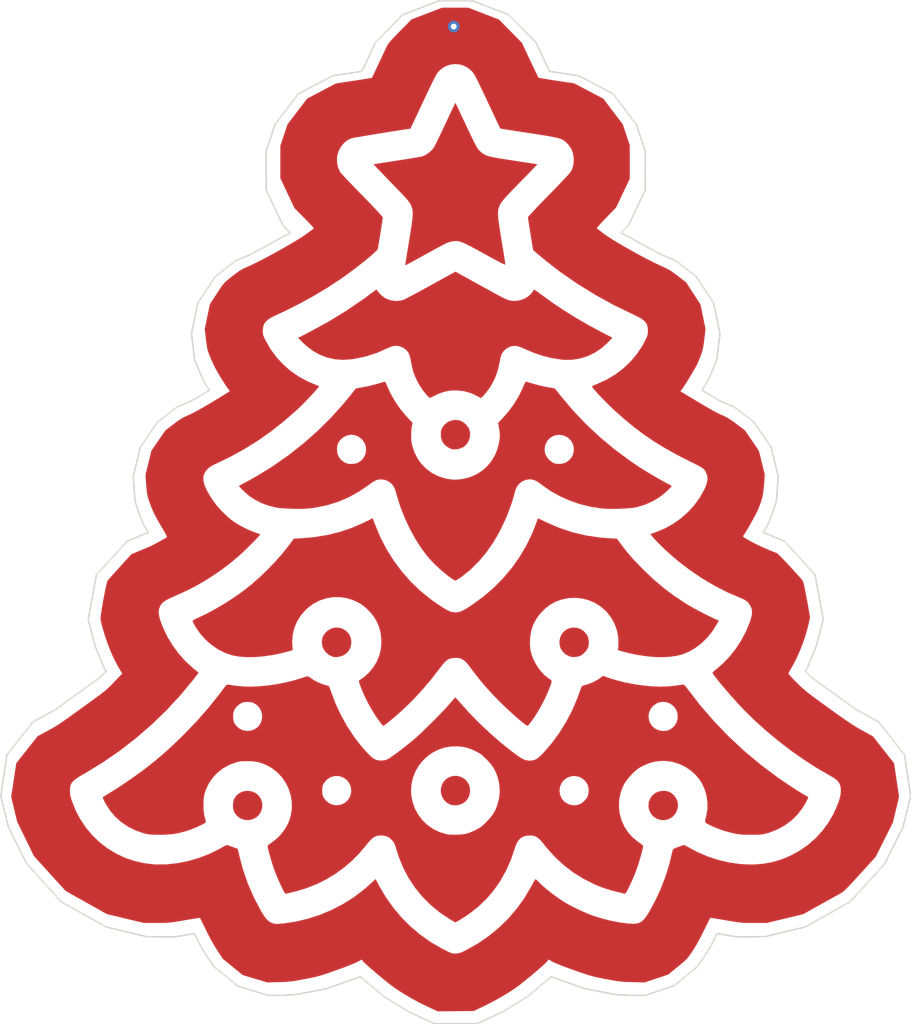
<source format=kicad_pcb>
(kicad_pcb (version 20171130) (host pcbnew "(5.1.6)-1")

  (general
    (thickness 1.6)
    (drawings 143)
    (tracks 1)
    (zones 0)
    (modules 3)
    (nets 1)
  )

  (page A4)
  (layers
    (0 F.Cu signal)
    (31 B.Cu signal)
    (32 B.Adhes user)
    (33 F.Adhes user)
    (34 B.Paste user)
    (35 F.Paste user)
    (36 B.SilkS user)
    (37 F.SilkS user)
    (38 B.Mask user)
    (39 F.Mask user)
    (40 Dwgs.User user)
    (41 Cmts.User user)
    (42 Eco1.User user)
    (43 Eco2.User user)
    (44 Edge.Cuts user)
    (45 Margin user)
    (46 B.CrtYd user)
    (47 F.CrtYd user)
    (48 B.Fab user)
    (49 F.Fab user)
  )

  (setup
    (last_trace_width 0.25)
    (trace_clearance 0.2)
    (zone_clearance 0.504)
    (zone_45_only no)
    (trace_min 0.2)
    (via_size 0.8)
    (via_drill 0.4)
    (via_min_size 0.4)
    (via_min_drill 0.3)
    (uvia_size 0.3)
    (uvia_drill 0.1)
    (uvias_allowed no)
    (uvia_min_size 0.2)
    (uvia_min_drill 0.1)
    (edge_width 0.05)
    (segment_width 0.2)
    (pcb_text_width 0.3)
    (pcb_text_size 1.5 1.5)
    (mod_edge_width 0.12)
    (mod_text_size 1 1)
    (mod_text_width 0.15)
    (pad_size 1.524 1.524)
    (pad_drill 0.762)
    (pad_to_mask_clearance 0.051)
    (solder_mask_min_width 0.25)
    (aux_axis_origin 0 0)
    (visible_elements 7FFFFFFF)
    (pcbplotparams
      (layerselection 0x010f0_ffffffff)
      (usegerberextensions true)
      (usegerberattributes false)
      (usegerberadvancedattributes false)
      (creategerberjobfile false)
      (excludeedgelayer true)
      (linewidth 0.100000)
      (plotframeref false)
      (viasonmask false)
      (mode 1)
      (useauxorigin false)
      (hpglpennumber 1)
      (hpglpenspeed 20)
      (hpglpendiameter 15.000000)
      (psnegative false)
      (psa4output false)
      (plotreference true)
      (plotvalue true)
      (plotinvisibletext false)
      (padsonsilk false)
      (subtractmaskfromsilk true)
      (outputformat 1)
      (mirror false)
      (drillshape 0)
      (scaleselection 1)
      (outputdirectory "gerber_julgran/"))
  )

  (net 0 "")

  (net_class Default "This is the default net class."
    (clearance 0.2)
    (trace_width 0.25)
    (via_dia 0.8)
    (via_drill 0.4)
    (uvia_dia 0.3)
    (uvia_drill 0.1)
  )

  (module prints:c_tree_52x60mm_back (layer B.Cu) (tedit 0) (tstamp 5FC5DA0A)
    (at 122.43 78.78 180)
    (fp_text reference G*** (at 0 0) (layer B.SilkS) hide
      (effects (font (size 1.524 1.524) (thickness 0.3)) (justify mirror))
    )
    (fp_text value LOGO (at 0.75 0) (layer B.SilkS) hide
      (effects (font (size 1.524 1.524) (thickness 0.3)) (justify mirror))
    )
    (fp_poly (pts (xy 1.974095 34.231323) (xy 3.048191 33.82) (xy 4.637341 32.17165) (xy 5.180829 31.015825)
      (xy 5.314195 30.733198) (xy 5.437426 30.473963) (xy 5.546242 30.246974) (xy 5.636364 30.061081)
      (xy 5.703514 29.925137) (xy 5.743413 29.847995) (xy 5.752158 29.833868) (xy 5.797264 29.821596)
      (xy 5.911628 29.799372) (xy 6.085353 29.768865) (xy 6.308545 29.731744) (xy 6.571308 29.689677)
      (xy 6.863749 29.644333) (xy 6.98621 29.625744) (xy 8.19242 29.443753) (xy 9.197371 28.917419)
      (xy 10.202322 28.391086) (xy 11.568452 26.592412) (xy 12.08 25.062308) (xy 12.08 23.935123)
      (xy 12.079999 22.807938) (xy 11.578992 21.753969) (xy 11.077984 20.7) (xy 10.436355 20.056919)
      (xy 9.794726 19.413837) (xy 10.347363 19.01223) (xy 10.545393 18.876522) (xy 10.804138 18.711831)
      (xy 11.11246 18.524347) (xy 11.45922 18.320261) (xy 11.83328 18.105763) (xy 12.223504 17.887045)
      (xy 12.618753 17.670297) (xy 13.007888 17.461711) (xy 13.379773 17.267476) (xy 13.723269 17.093784)
      (xy 14.027239 16.946825) (xy 14.225853 16.856437) (xy 14.448832 16.756345) (xy 14.629526 16.667756)
      (xy 14.788567 16.578102) (xy 14.946587 16.474814) (xy 15.124217 16.345322) (xy 15.342088 16.177058)
      (xy 15.345853 16.174108) (xy 15.9 15.73984) (xy 16.91613 14.22) (xy 17.099275 13.340138)
      (xy 17.28242 12.460275) (xy 17.20005 11.760138) (xy 17.16692 11.487263) (xy 17.136328 11.270807)
      (xy 17.102812 11.090381) (xy 17.060906 10.925595) (xy 17.005146 10.756061) (xy 16.930068 10.56139)
      (xy 16.830207 10.321194) (xy 16.787287 10.22) (xy 16.697519 10.02727) (xy 16.573173 9.785856)
      (xy 16.424443 9.513376) (xy 16.261521 9.227448) (xy 16.0946 8.945688) (xy 15.933871 8.685713)
      (xy 15.789529 8.46514) (xy 15.694667 8.331505) (xy 15.598223 8.203009) (xy 15.689111 8.145133)
      (xy 16.00768 7.945279) (xy 16.344932 7.739081) (xy 16.690101 7.532703) (xy 17.032421 7.33231)
      (xy 17.361126 7.144068) (xy 17.665451 6.974142) (xy 17.93463 6.828696) (xy 18.157896 6.713897)
      (xy 18.324485 6.635909) (xy 18.324782 6.635783) (xy 18.526867 6.54626) (xy 18.699076 6.460671)
      (xy 18.860972 6.367149) (xy 19.032118 6.253824) (xy 19.232077 6.10883) (xy 19.389681 5.989757)
      (xy 19.959363 5.555172) (xy 20.455042 4.836124) (xy 20.950722 4.117076) (xy 21.154861 3.268538)
      (xy 21.358999 2.42) (xy 21.319049 1.807232) (xy 21.299212 1.525762) (xy 21.278956 1.30485)
      (xy 21.254918 1.125109) (xy 21.223736 0.967153) (xy 21.182048 0.811594) (xy 21.126495 0.639044)
      (xy 21.106252 0.58) (xy 20.994932 0.270867) (xy 20.885258 -0.002897) (xy 20.766941 -0.26303)
      (xy 20.629695 -0.531267) (xy 20.463231 -0.829345) (xy 20.337331 -1.044594) (xy 20.211322 -1.259229)
      (xy 20.100577 -1.451479) (xy 20.011213 -1.610425) (xy 19.949348 -1.725148) (xy 19.921099 -1.784727)
      (xy 19.92 -1.789513) (xy 19.955153 -1.832214) (xy 20.054232 -1.90151) (xy 20.207666 -1.992402)
      (xy 20.405882 -2.099892) (xy 20.63931 -2.218981) (xy 20.898376 -2.344671) (xy 21.173511 -2.471964)
      (xy 21.455141 -2.595861) (xy 21.503748 -2.616554) (xy 22.267497 -2.94) (xy 23.123748 -3.873695)
      (xy 23.334812 -4.104933) (xy 23.528763 -4.319501) (xy 23.698836 -4.509749) (xy 23.838267 -4.668032)
      (xy 23.940289 -4.786701) (xy 23.998138 -4.858109) (xy 24.008381 -4.873695) (xy 24.022408 -4.928353)
      (xy 24.04863 -5.051603) (xy 24.085061 -5.233303) (xy 24.129719 -5.463311) (xy 24.180618 -5.731486)
      (xy 24.235775 -6.027687) (xy 24.261022 -6.165048) (xy 24.485282 -7.390097) (xy 24.420321 -7.705048)
      (xy 24.317233 -8.134196) (xy 24.179467 -8.601326) (xy 24.014604 -9.086432) (xy 23.830223 -9.569506)
      (xy 23.633905 -10.030545) (xy 23.43323 -10.44954) (xy 23.261544 -10.763371) (xy 23.163674 -10.932768)
      (xy 23.08399 -11.077438) (xy 23.0298 -11.183596) (xy 23.008413 -11.237459) (xy 23.00858 -11.240462)
      (xy 23.038762 -11.277097) (xy 23.115836 -11.361553) (xy 23.230897 -11.484326) (xy 23.375036 -11.635913)
      (xy 23.539347 -11.806809) (xy 23.54 -11.807484) (xy 23.677021 -11.947943) (xy 23.801918 -12.071906)
      (xy 23.923438 -12.18645) (xy 24.050332 -12.298656) (xy 24.191349 -12.415602) (xy 24.355239 -12.544369)
      (xy 24.550751 -12.692034) (xy 24.786634 -12.865678) (xy 25.071639 -13.072379) (xy 25.36 -13.280036)
      (xy 25.65836 -13.494686) (xy 25.948076 -13.70344) (xy 26.219998 -13.899684) (xy 26.464977 -14.0768)
      (xy 26.673862 -14.228173) (xy 26.837504 -14.347185) (xy 26.946753 -14.427222) (xy 26.95849 -14.435906)
      (xy 27.088094 -14.524859) (xy 27.271742 -14.64111) (xy 27.49274 -14.77459) (xy 27.734395 -14.915232)
      (xy 27.980012 -15.052968) (xy 27.99849 -15.063099) (xy 28.74 -15.46893) (xy 29.494123 -16.419336)
      (xy 30.248246 -17.369741) (xy 30.603834 -19.723977) (xy 30.166976 -21.546585) (xy 29.582264 -22.715473)
      (xy 28.997551 -23.884362) (xy 26.799391 -26.3) (xy 25.378999 -27.09415) (xy 23.958607 -27.888301)
      (xy 22.729303 -28.184545) (xy 21.5 -28.480788) (xy 20.62 -28.505121) (xy 19.74 -28.529453)
      (xy 18.698885 -28.344726) (xy 18.418542 -28.295312) (xy 18.162949 -28.250886) (xy 17.94303 -28.213295)
      (xy 17.76971 -28.184388) (xy 17.653914 -28.166015) (xy 17.60724 -28.16) (xy 17.576005 -28.194501)
      (xy 17.51637 -28.291172) (xy 17.433928 -28.439763) (xy 17.334272 -28.630024) (xy 17.222994 -28.851705)
      (xy 17.165289 -28.97) (xy 16.986772 -29.326207) (xy 16.795851 -29.68395) (xy 16.605739 -30.019318)
      (xy 16.429652 -30.3084) (xy 16.401485 -30.352108) (xy 16.029104 -30.924217) (xy 15.347188 -31.481236)
      (xy 14.665272 -32.038256) (xy 12.94414 -32.611938) (xy 12.16207 -32.588683) (xy 11.914322 -32.58038)
      (xy 11.703789 -32.570288) (xy 11.513722 -32.556374) (xy 11.327369 -32.536605) (xy 11.127983 -32.508948)
      (xy 10.898813 -32.471371) (xy 10.623109 -32.42184) (xy 10.32 -32.365107) (xy 10.024043 -32.308797)
      (xy 9.778292 -32.260332) (xy 9.568037 -32.215604) (xy 9.378572 -32.170507) (xy 9.195188 -32.120933)
      (xy 9.003176 -32.062775) (xy 8.78783 -31.991927) (xy 8.53444 -31.904281) (xy 8.2283 -31.79573)
      (xy 8.04 -31.728451) (xy 7.732956 -31.617095) (xy 7.440917 -31.50828) (xy 7.174939 -31.406346)
      (xy 6.946079 -31.315633) (xy 6.765397 -31.240483) (xy 6.643948 -31.185234) (xy 6.610174 -31.167199)
      (xy 6.400349 -31.042281) (xy 6.333071 -31.14496) (xy 6.286459 -31.195495) (xy 6.186304 -31.289979)
      (xy 6.040649 -31.421299) (xy 5.857537 -31.582342) (xy 5.645009 -31.765996) (xy 5.411109 -31.965147)
      (xy 5.296349 -32.061853) (xy 4.996622 -32.312048) (xy 4.74315 -32.5194) (xy 4.522237 -32.694037)
      (xy 4.320185 -32.846086) (xy 4.123298 -32.985674) (xy 3.917879 -33.122927) (xy 3.690232 -33.267974)
      (xy 3.533452 -33.365314) (xy 2.98483 -33.688525) (xy 2.430063 -33.987031) (xy 1.98 -34.207193)
      (xy 1.22 -34.559825) (xy -0.06 -34.558295) (xy -1.34 -34.556766) (xy -1.549118 -34.46)
      (xy 1.16 -34.46) (xy 1.18 -34.48) (xy 1.2 -34.46) (xy 1.18 -34.44)
      (xy 1.16 -34.46) (xy -1.549118 -34.46) (xy -2.063552 -34.221954) (xy -2.47844 -34.018925)
      (xy -2.927952 -33.779217) (xy -3.385272 -33.517392) (xy -3.605613 -33.384498) (xy -3.865562 -33.223003)
      (xy -4.091093 -33.077764) (xy -4.296756 -32.93811) (xy -4.497103 -32.793371) (xy -4.706684 -32.632876)
      (xy -4.940052 -32.445953) (xy -5.211757 -32.221932) (xy -5.362062 -32.096419) (xy -5.601714 -31.894588)
      (xy -5.825914 -31.703606) (xy -6.026002 -31.531014) (xy -6.193322 -31.384356) (xy -6.319217 -31.271174)
      (xy -6.39503 -31.199012) (xy -6.407577 -31.185492) (xy -6.515153 -31.06) (xy -6.759775 -31.192786)
      (xy -6.859082 -31.239532) (xy -7.022322 -31.307882) (xy -7.237811 -31.393316) (xy -7.493866 -31.491319)
      (xy -7.778803 -31.597374) (xy -8.08094 -31.706962) (xy -8.192199 -31.746597) (xy -8.530791 -31.866172)
      (xy -8.809466 -31.962841) (xy -9.043552 -32.040859) (xy -9.248379 -32.104482) (xy -9.439277 -32.157967)
      (xy -9.631575 -32.205569) (xy -9.840603 -32.251545) (xy -10.081691 -32.30015) (xy -10.370168 -32.355641)
      (xy -10.42 -32.365111) (xy -10.751286 -32.427246) (xy -11.021246 -32.475425) (xy -11.246928 -32.511737)
      (xy -11.44538 -32.538273) (xy -11.633651 -32.557125) (xy -11.828788 -32.570384) (xy -12.04784 -32.580139)
      (xy -12.22 -32.585864) (xy -12.98 -32.609129) (xy -13.854494 -32.341867) (xy -14.728987 -32.074606)
      (xy -15.414494 -31.516048) (xy -15.712845 -31.267724) (xy -15.947738 -31.060403) (xy -16.122477 -30.891012)
      (xy -16.240365 -30.756477) (xy -16.260769 -30.728745) (xy -16.514477 -30.35249) (xy -16.749115 -29.970223)
      (xy -16.977139 -29.560322) (xy -17.211004 -29.101162) (xy -17.279627 -28.96) (xy -17.390328 -28.730517)
      (xy -17.489057 -28.526407) (xy -17.570649 -28.358303) (xy -17.629937 -28.236841) (xy -17.661753 -28.172657)
      (xy -17.665611 -28.165431) (xy -17.706064 -28.168182) (xy -17.815159 -28.183232) (xy -17.982754 -28.208975)
      (xy -18.198709 -28.243806) (xy -18.452883 -28.286117) (xy -18.735136 -28.334305) (xy -18.767902 -28.339971)
      (xy -19.86 -28.52908) (xy -21.58 -28.483818) (xy -22.826726 -28.184556) (xy -24.073451 -27.885293)
      (xy -25.495018 -27.088366) (xy -26.916586 -26.291438) (xy -28.002269 -25.097505) (xy -29.087951 -23.903572)
      (xy -29.670183 -22.741786) (xy -30.252414 -21.58) (xy -30.445191 -20.82) (xy -30.518164 -20.522444)
      (xy -30.573764 -20.264669) (xy -30.612301 -20.032001) (xy -30.634082 -19.809772) (xy -30.639417 -19.583311)
      (xy -30.628613 -19.337946) (xy -30.60198 -19.059008) (xy -30.559824 -18.731825) (xy -30.502456 -18.341729)
      (xy -30.497918 -18.311946) (xy -30.452246 -18.015297) (xy -30.415445 -17.786614) (xy -30.384755 -17.614714)
      (xy -30.357418 -17.488413) (xy -30.330674 -17.396526) (xy -30.301765 -17.327871) (xy -30.267932 -17.271263)
      (xy -30.227918 -17.217438) (xy -30.167414 -17.140333) (xy -30.065966 -17.011298) (xy -29.93215 -16.84123)
      (xy -29.774543 -16.641027) (xy -29.601722 -16.421589) (xy -29.480242 -16.26739) (xy -28.860483 -15.480822)
      (xy -28.131711 -15.084007) (xy -27.947256 -14.981874) (xy -27.769376 -14.879251) (xy -27.589863 -14.770657)
      (xy -27.40051 -14.650611) (xy -27.193108 -14.513632) (xy -26.959449 -14.354239) (xy -26.691327 -14.166952)
      (xy -26.380531 -13.946288) (xy -26.018856 -13.686768) (xy -25.764772 -13.503448) (xy -25.392383 -13.234084)
      (xy -25.077948 -13.005692) (xy -24.814406 -12.81263) (xy -24.594695 -12.649254) (xy -24.411754 -12.509924)
      (xy -24.258521 -12.388996) (xy -24.127934 -12.280828) (xy -24.012932 -12.179779) (xy -23.906452 -12.080205)
      (xy -23.801433 -11.976465) (xy -23.690814 -11.862916) (xy -23.623303 -11.792434) (xy -23.462789 -11.622187)
      (xy -23.323436 -11.470394) (xy -23.21402 -11.346943) (xy -23.143318 -11.261723) (xy -23.12 -11.225336)
      (xy -23.139361 -11.177206) (xy -23.192093 -11.075468) (xy -23.270173 -10.934975) (xy -23.365578 -10.770577)
      (xy -23.366875 -10.768384) (xy -23.589965 -10.355827) (xy -23.809212 -9.882734) (xy -24.016888 -9.368472)
      (xy -24.205265 -8.832409) (xy -24.366617 -8.293914) (xy -24.391954 -8.199133) (xy -24.596505 -7.418984)
      (xy -24.360131 -6.14407) (xy -24.288102 -5.761195) (xy -24.227314 -5.451172) (xy -24.176361 -5.207856)
      (xy -24.133836 -5.025105) (xy -24.098332 -4.896776) (xy -24.068443 -4.816726) (xy -24.048776 -4.784577)
      (xy -24.003394 -4.734185) (xy -23.911559 -4.632857) (xy -23.780714 -4.488778) (xy -23.618297 -4.310135)
      (xy -23.43175 -4.105116) (xy -23.228513 -3.881906) (xy -23.167988 -3.815462) (xy -22.362182 -2.930925)
      (xy -21.72425 -2.665462) (xy -21.514168 -2.578667) (xy -21.330006 -2.50377) (xy -21.184321 -2.44578)
      (xy -21.08967 -2.409709) (xy -21.05904 -2.4) (xy -21.019234 -2.381688) (xy -20.924926 -2.332327)
      (xy -20.791235 -2.260278) (xy -20.63328 -2.173899) (xy -20.466179 -2.081552) (xy -20.30505 -1.991595)
      (xy -20.165011 -1.912391) (xy -20.061181 -1.852298) (xy -20.008678 -1.819677) (xy -20.006492 -1.81796)
      (xy -20.021977 -1.781772) (xy -20.072888 -1.687039) (xy -20.15352 -1.543837) (xy -20.258169 -1.362238)
      (xy -20.381131 -1.152316) (xy -20.434116 -1.062757) (xy -20.629515 -0.725411) (xy -20.786867 -0.434352)
      (xy -20.915361 -0.171298) (xy -21.024184 0.08203) (xy -21.073955 0.210401) (xy -21.170578 0.469904)
      (xy -21.243198 0.674966) (xy -21.296301 0.845901) (xy -21.334373 1.003022) (xy -21.3619 1.166644)
      (xy -21.383367 1.357081) (xy -21.403261 1.594646) (xy -21.415469 1.756961) (xy -21.467222 2.453921)
      (xy -21.047866 4.125663) (xy -20.785843 4.512832) (xy -20.591341 4.799667) (xy -20.432854 5.030243)
      (xy -20.301634 5.214606) (xy -20.188936 5.362803) (xy -20.086013 5.484881) (xy -19.984119 5.590885)
      (xy -19.874508 5.690863) (xy -19.748433 5.794861) (xy -19.597148 5.912926) (xy -19.506068 5.982866)
      (xy -19.278064 6.154653) (xy -19.089973 6.287496) (xy -18.920686 6.39418) (xy -18.749091 6.487489)
      (xy -18.554077 6.580209) (xy -18.426068 6.636948) (xy -18.179563 6.753167) (xy -17.87505 6.911626)
      (xy -17.519806 7.108328) (xy -17.121109 7.339275) (xy -16.82 7.51921) (xy -16.554945 7.679564)
      (xy -16.312444 7.826493) (xy -16.100828 7.954934) (xy -15.928427 8.059822) (xy -15.803568 8.136092)
      (xy -15.734582 8.178681) (xy -15.723579 8.185816) (xy -15.733029 8.222291) (xy -15.767302 8.269755)
      (xy -15.805746 8.323979) (xy -15.878673 8.4352) (xy -15.978891 8.592126) (xy -16.099208 8.783466)
      (xy -16.232431 8.997931) (xy -16.270706 9.06) (xy -16.511464 9.465075) (xy -16.710047 9.831721)
      (xy -16.877603 10.181151) (xy -16.95879 10.369391) (xy -17.04619 10.581835) (xy -17.111796 10.750957)
      (xy -17.16074 10.896706) (xy -17.198152 11.03903) (xy -17.229162 11.197879) (xy -17.258901 11.393201)
      (xy -17.292498 11.644944) (xy -17.298263 11.689391) (xy -17.392911 12.42) (xy -17.024539 14.22)
      (xy -16.009495 15.744294) (xy -15.444761 16.182147) (xy -15.224984 16.350324) (xy -15.046598 16.479638)
      (xy -14.889393 16.582271) (xy -14.733161 16.670401) (xy -14.557692 16.756208) (xy -14.342775 16.851874)
      (xy -14.310014 16.866046) (xy -14.084226 16.968921) (xy -13.807223 17.10387) (xy -13.489752 17.264961)
      (xy -13.142561 17.446262) (xy -12.776396 17.641841) (xy -12.402004 17.845767) (xy -12.030133 18.052108)
      (xy -11.67153 18.254932) (xy -11.336942 18.448307) (xy -11.037116 18.626302) (xy -10.7828 18.782985)
      (xy -10.58474 18.912423) (xy -10.52 18.957899) (xy -10.348321 19.082991) (xy -10.195521 19.195535)
      (xy -10.075549 19.285173) (xy -10.002351 19.341542) (xy -9.991571 19.350439) (xy -9.973482 19.373264)
      (xy -9.972513 19.40401) (xy -9.994517 19.450098) (xy -10.045346 19.518951) (xy -10.130851 19.617991)
      (xy -10.256885 19.754639) (xy -10.4293 19.936318) (xy -10.56582 20.078748) (xy -11.208497 20.747939)
      (xy -11.683472 21.752392) (xy -12.158447 22.756844) (xy -12.185406 23.869852) (xy -12.212364 24.98286)
      (xy -12.17332 25.1) (xy -12.08 25.1) (xy -12.06 25.08) (xy -12.04 25.1)
      (xy -12.06 25.12) (xy -12.08 25.1) (xy -12.17332 25.1) (xy -11.944532 25.786404)
      (xy -11.676701 26.589948) (xy -10.99561 27.484974) (xy -10.31452 28.38) (xy -8.3 29.442072)
      (xy -7.08 29.625802) (xy -6.778094 29.671406) (xy -6.503027 29.71322) (xy -6.264392 29.749764)
      (xy -6.071784 29.779561) (xy -5.934796 29.801129) (xy -5.863022 29.81299) (xy -5.854556 29.814766)
      (xy -5.83671 29.850837) (xy -5.79065 29.947541) (xy -5.721982 30.09301) (xy -5.636312 30.275377)
      (xy -5.559235 30.44) (xy -5.435175 30.705222) (xy -5.2961 31.002342) (xy -5.156884 31.299594)
      (xy -5.032401 31.565215) (xy -5.001594 31.630913) (xy -4.733828 32.201825) (xy -3.936914 33.007936)
      (xy -3.14 33.814048) (xy -1.032868 34.64) (xy -0.066434 34.641323) (xy 0.9 34.642645)
      (xy 1.974095 34.231323)) (layer B.Mask) (width 0.01))
  )

  (module prints:c_tree_52x60mm_invert (layer F.Cu) (tedit 5FC4FC00) (tstamp 5FC57D5D)
    (at 122.51 78.71)
    (fp_text reference G*** (at 0 0) (layer F.SilkS) hide
      (effects (font (size 1.524 1.524) (thickness 0.3)))
    )
    (fp_text value LOGO (at 0.75 0) (layer F.SilkS) hide
      (effects (font (size 1.524 1.524) (thickness 0.3)))
    )
    (fp_poly (pts (xy -0.008299 -34.397693) (xy 0.87917 -34.397492) (xy 2.990968 -33.581348) (xy 3.775015 -32.785109)
      (xy 4.559063 -31.988871) (xy 5.115102 -30.801301) (xy 5.249549 -30.515562) (xy 5.374192 -30.253355)
      (xy 5.484834 -30.023299) (xy 5.57728 -29.83401) (xy 5.647334 -29.694107) (xy 5.6908 -29.612207)
      (xy 5.702814 -29.594155) (xy 5.748716 -29.583579) (xy 5.863515 -29.563005) (xy 6.037335 -29.534034)
      (xy 6.260298 -29.498264) (xy 6.522528 -29.457295) (xy 6.814147 -29.412729) (xy 6.938011 -29.394073)
      (xy 8.141536 -29.213567) (xy 10.132132 -28.166927) (xy 11.464744 -26.415203) (xy 11.943574 -24.981919)
      (xy 11.943574 -22.690151) (xy 11.477282 -21.706125) (xy 11.010991 -20.7221) (xy 10.3407 -20.03122)
      (xy 10.154675 -19.837274) (xy 9.989619 -19.66095) (xy 9.852975 -19.510549) (xy 9.752188 -19.394377)
      (xy 9.694701 -19.320735) (xy 9.68421 -19.298936) (xy 9.719572 -19.263535) (xy 9.809476 -19.190272)
      (xy 9.943431 -19.087226) (xy 10.110945 -18.962472) (xy 10.293285 -18.830007) (xy 10.511077 -18.6817)
      (xy 10.788852 -18.505275) (xy 11.1149 -18.307253) (xy 11.47751 -18.094154) (xy 11.86497 -17.872498)
      (xy 12.265569 -17.648806) (xy 12.667596 -17.429598) (xy 13.05934 -17.221395) (xy 13.42909 -17.030716)
      (xy 13.765134 -16.864082) (xy 14.055762 -16.728014) (xy 14.119195 -16.699868) (xy 14.342631 -16.599532)
      (xy 14.525488 -16.509643) (xy 14.688427 -16.41772) (xy 14.852109 -16.311286) (xy 15.037193 -16.17786)
      (xy 15.245069 -16.019822) (xy 15.807704 -15.586363) (xy 16.298757 -14.829937) (xy 16.789809 -14.073511)
      (xy 16.961628 -13.23746) (xy 17.133447 -12.40141) (xy 17.047902 -11.684796) (xy 17.013647 -11.412294)
      (xy 16.979693 -11.188594) (xy 16.940649 -10.994629) (xy 16.891127 -10.811331) (xy 16.825738 -10.619632)
      (xy 16.739091 -10.400464) (xy 16.625797 -10.134759) (xy 16.580415 -10.030809) (xy 16.52242 -9.913601)
      (xy 16.429789 -9.744068) (xy 16.311249 -9.536667) (xy 16.175523 -9.305858) (xy 16.031336 -9.066097)
      (xy 15.887414 -8.831842) (xy 15.752481 -8.61755) (xy 15.635263 -8.43768) (xy 15.544483 -8.306689)
      (xy 15.521832 -8.276675) (xy 15.409628 -8.13313) (xy 16.592824 -7.418327) (xy 17.019694 -7.163788)
      (xy 17.399875 -6.94399) (xy 17.728775 -6.761475) (xy 18.001803 -6.618785) (xy 18.214366 -6.518459)
      (xy 18.233856 -6.51012) (xy 18.427095 -6.424526) (xy 18.597861 -6.338167) (xy 18.765145 -6.239527)
      (xy 18.947943 -6.117089) (xy 19.165245 -5.959335) (xy 19.263166 -5.885963) (xy 19.834639 -5.455211)
      (xy 20.291615 -4.789057) (xy 20.432314 -4.583253) (xy 20.558636 -4.397157) (xy 20.663215 -4.241726)
      (xy 20.738687 -4.127915) (xy 20.777688 -4.066681) (xy 20.780313 -4.062) (xy 20.798914 -4.006074)
      (xy 20.832435 -3.885307) (xy 20.877582 -3.712371) (xy 20.931063 -3.499938) (xy 20.989583 -3.260681)
      (xy 21.002308 -3.207782) (xy 21.19258 -2.414468) (xy 21.144673 -1.754648) (xy 21.115785 -1.421185)
      (xy 21.078552 -1.139266) (xy 21.027047 -0.883747) (xy 20.955342 -0.629487) (xy 20.857512 -0.351344)
      (xy 20.749081 -0.076615) (xy 20.689948 0.053987) (xy 20.601085 0.231832) (xy 20.489945 0.44365)
      (xy 20.36398 0.676168) (xy 20.230645 0.916116) (xy 20.097392 1.150222) (xy 19.971676 1.365215)
      (xy 19.860949 1.547824) (xy 19.772666 1.684778) (xy 19.718978 1.757549) (xy 19.703097 1.785858)
      (xy 19.711759 1.817183) (xy 19.753861 1.85837) (xy 19.838299 1.916267) (xy 19.97397 1.99772)
      (xy 20.169772 2.109576) (xy 20.194689 2.12365) (xy 20.472837 2.271763) (xy 20.804885 2.434146)
      (xy 21.168887 2.60085) (xy 21.542891 2.761922) (xy 21.904951 2.907413) (xy 22.01812 2.950329)
      (xy 22.072702 2.990335) (xy 22.175171 3.085435) (xy 22.32096 3.230819) (xy 22.505502 3.421677)
      (xy 22.72423 3.653197) (xy 22.972578 3.920571) (xy 23.24598 4.218986) (xy 23.539868 4.543634)
      (xy 23.698812 4.720709) (xy 23.740276 4.768164) (xy 23.774668 4.814323) (xy 23.804548 4.86856)
      (xy 23.832475 4.940248) (xy 23.861008 5.038761) (xy 23.892705 5.173473) (xy 23.930127 5.353758)
      (xy 23.975833 5.58899) (xy 24.03238 5.888543) (xy 24.064649 6.060721) (xy 24.120374 6.361936)
      (xy 24.170912 6.64227) (xy 24.214418 6.890924) (xy 24.24905 7.097101) (xy 24.272965 7.25)
      (xy 24.284319 7.338824) (xy 24.285 7.351611) (xy 24.275124 7.426263) (xy 24.247907 7.562816)
      (xy 24.206691 7.746279) (xy 24.154817 7.961662) (xy 24.106524 8.152153) (xy 23.963108 8.647551)
      (xy 23.788028 9.15744) (xy 23.590018 9.660109) (xy 23.377811 10.133849) (xy 23.160138 10.556953)
      (xy 23.089791 10.679738) (xy 22.988268 10.85516) (xy 22.903401 11.008295) (xy 22.842697 11.1251)
      (xy 22.813662 11.191534) (xy 22.812226 11.198943) (xy 22.839305 11.240552) (xy 22.914944 11.328745)
      (xy 23.030748 11.454463) (xy 23.178319 11.608651) (xy 23.349262 11.782251) (xy 23.399452 11.832388)
      (xy 23.538844 11.970134) (xy 23.666662 12.093331) (xy 23.790482 12.207999) (xy 23.917881 12.320157)
      (xy 24.056437 12.435826) (xy 24.213728 12.561026) (xy 24.397329 12.701776) (xy 24.614818 12.864098)
      (xy 24.873774 13.05401) (xy 25.181772 13.277532) (xy 25.54639 13.540685) (xy 25.581432 13.565936)
      (xy 25.980297 13.852424) (xy 26.323643 14.096827) (xy 26.619768 14.304677) (xy 26.87697 14.481505)
      (xy 27.103546 14.632844) (xy 27.307794 14.764227) (xy 27.498011 14.881185) (xy 27.682496 14.98925)
      (xy 27.869545 15.093955) (xy 27.890523 15.105445) (xy 28.604859 15.495934) (xy 29.04279 16.055499)
      (xy 29.211444 16.270866) (xy 29.388413 16.496629) (xy 29.557503 16.712143) (xy 29.702519 16.896762)
      (xy 29.7653 16.976576) (xy 30.049879 17.338088) (xy 30.220948 18.484871) (xy 30.392017 19.631653)
      (xy 30.180103 20.515278) (xy 29.96819 21.398903) (xy 29.377984 22.573355) (xy 28.787779 23.747806)
      (xy 27.717371 24.922257) (xy 27.440306 25.225453) (xy 27.210111 25.475198) (xy 27.020718 25.677516)
      (xy 26.866058 25.838433) (xy 26.740063 25.963972) (xy 26.636664 26.060158) (xy 26.549791 26.133016)
      (xy 26.473376 26.188571) (xy 26.401351 26.232846) (xy 26.391742 26.238227) (xy 26.294235 26.292391)
      (xy 26.137818 26.379396) (xy 25.933132 26.493318) (xy 25.690818 26.628235) (xy 25.421517 26.778221)
      (xy 25.135868 26.937352) (xy 24.981975 27.023101) (xy 23.82743 27.666457) (xy 22.576343 27.966458)
      (xy 21.325256 28.266458) (xy 20.455587 28.266458) (xy 20.19229 28.266061) (xy 19.976673 28.263842)
      (xy 19.792451 28.25826) (xy 19.623336 28.247772) (xy 19.453045 28.230838) (xy 19.265291 28.205914)
      (xy 19.043788 28.171459) (xy 18.77225 28.125932) (xy 18.52834 28.084003) (xy 18.248816 28.036321)
      (xy 17.996158 27.994262) (xy 17.780622 27.959448) (xy 17.612464 27.933503) (xy 17.501941 27.918049)
      (xy 17.459308 27.91471) (xy 17.459195 27.914802) (xy 17.439227 27.952709) (xy 17.389124 28.052391)
      (xy 17.313723 28.204089) (xy 17.217862 28.398046) (xy 17.106378 28.624504) (xy 17.00855 28.823825)
      (xy 16.746922 29.338843) (xy 16.502937 29.780078) (xy 16.27469 30.150931) (xy 16.21726 30.236874)
      (xy 16.096315 30.412968) (xy 15.995445 30.552979) (xy 15.902168 30.669939) (xy 15.804005 30.77688)
      (xy 15.688473 30.886833) (xy 15.543092 31.01283) (xy 15.35538 31.167902) (xy 15.220184 31.277934)
      (xy 14.57532 31.801713) (xy 13.771502 32.069635) (xy 12.967684 32.337558) (xy 12.127181 32.317535)
      (xy 11.856279 32.31034) (xy 11.632942 32.301707) (xy 11.438911 32.289569) (xy 11.255931 32.271859)
      (xy 11.065746 32.24651) (xy 10.8501 32.211455) (xy 10.590736 32.164627) (xy 10.311285 32.111934)
      (xy 10.03054 32.057881) (xy 9.794242 32.010117) (xy 9.587393 31.964453) (xy 9.394991 31.916698)
      (xy 9.202034 31.862661) (xy 8.993523 31.798153) (xy 8.754456 31.718983) (xy 8.469833 31.62096)
      (xy 8.141536 31.505841) (xy 7.803398 31.384753) (xy 7.488592 31.268099) (xy 7.207548 31.15998)
      (xy 6.970694 31.064496) (xy 6.788459 30.985749) (xy 6.671273 30.927839) (xy 6.670308 30.92729)
      (xy 6.393438 30.769255) (xy 6.254321 30.936734) (xy 6.188664 31.004487) (xy 6.070484 31.11483)
      (xy 5.908792 31.259817) (xy 5.712598 31.431505) (xy 5.490913 31.621949) (xy 5.252748 31.823205)
      (xy 5.177586 31.886041) (xy 4.877228 32.1347) (xy 4.622177 32.341042) (xy 4.398142 32.515556)
      (xy 4.190837 32.668731) (xy 3.98597 32.811055) (xy 3.769255 32.953018) (xy 3.526402 33.105107)
      (xy 3.467646 33.141213) (xy 3.18579 33.30879) (xy 2.869505 33.488268) (xy 2.544255 33.665745)
      (xy 2.235504 33.827321) (xy 1.974699 33.95626) (xy 1.254075 34.297963) (xy -1.214263 34.317009)
      (xy -1.970689 33.965488) (xy -2.471119 33.718895) (xy -2.995157 33.434985) (xy -3.509297 33.131922)
      (xy -3.515292 33.128229) (xy -3.761908 32.97437) (xy -3.978075 32.834409) (xy -4.177429 32.698264)
      (xy -4.373607 32.555854) (xy -4.580247 32.397097) (xy -4.810986 32.211913) (xy -5.07946 31.990218)
      (xy -5.267016 31.833227) (xy -5.508373 31.628987) (xy -5.733501 31.435575) (xy -5.934117 31.260333)
      (xy -6.101939 31.1106) (xy -6.228685 30.993718) (xy -6.306072 30.917028) (xy -6.322451 30.897772)
      (xy -6.414339 30.771582) (xy -6.702115 30.930438) (xy -6.813042 30.984119) (xy -6.987051 31.058813)
      (xy -7.211905 31.149709) (xy -7.475365 31.251992) (xy -7.765195 31.360853) (xy -8.069158 31.471478)
      (xy -8.162893 31.504864) (xy -8.502489 31.62462) (xy -8.782597 31.721437) (xy -9.018545 31.799616)
      (xy -9.225663 31.863462) (xy -9.419279 31.917277) (xy -9.614723 31.965364) (xy -9.827326 32.012026)
      (xy -10.072415 32.061565) (xy -10.311285 32.107911) (xy -10.626944 32.167862) (xy -10.882713 32.21396)
      (xy -11.096705 32.248334) (xy -11.287033 32.273111) (xy -11.471811 32.290422) (xy -11.669153 32.302395)
      (xy -11.89717 32.311159) (xy -12.086594 32.316573) (xy -12.886511 32.337759) (xy -13.721787 32.088616)
      (xy -14.557064 31.839474) (xy -15.242056 31.280918) (xy -15.927049 30.722362) (xy -16.298483 30.161254)
      (xy -16.51528 29.813603) (xy -16.744809 29.408412) (xy -16.976692 28.964337) (xy -17.074092 28.767)
      (xy -17.189301 28.530158) (xy -17.292986 28.318231) (xy -17.380113 28.14141) (xy -17.445646 28.009887)
      (xy -17.484551 27.933852) (xy -17.492978 27.919143) (xy -17.534508 27.921727) (xy -17.644133 27.936486)
      (xy -17.811525 27.961809) (xy -18.02636 27.996085) (xy -18.278309 28.037705) (xy -18.557046 28.085057)
      (xy -18.559304 28.085445) (xy -18.878144 28.13998) (xy -19.13494 28.182294) (xy -19.346074 28.213937)
      (xy -19.527926 28.236458) (xy -19.696876 28.251406) (xy -19.869306 28.26033) (xy -20.061596 28.26478)
      (xy -20.290126 28.266303) (xy -20.473441 28.266458) (xy -21.335964 28.266458) (xy -22.601602 27.964055)
      (xy -23.867241 27.661652) (xy -25.280564 26.870005) (xy -26.693887 26.078357) (xy -27.781546 24.880991)
      (xy -28.869204 23.683624) (xy -29.440117 22.513213) (xy -30.011031 21.342801) (xy -30.217285 20.490613)
      (xy -30.42354 19.638425) (xy -30.361414 19.229154) (xy -26.411929 19.229154) (xy -26.399696 19.429459)
      (xy -26.363394 19.627942) (xy -26.296636 19.857501) (xy -26.28069 19.905257) (xy -26.015348 20.569419)
      (xy -25.68653 21.190084) (xy -25.29867 21.763911) (xy -24.856203 22.287556) (xy -24.363566 22.75768)
      (xy -23.825193 23.17094) (xy -23.24552 23.523994) (xy -22.628982 23.813502) (xy -21.980015 24.03612)
      (xy -21.303054 24.188508) (xy -20.602535 24.267325) (xy -20.483229 24.273096) (xy -19.766298 24.26415)
      (xy -19.033117 24.184278) (xy -18.296211 24.036795) (xy -17.568105 23.825018) (xy -16.861323 23.552263)
      (xy -16.18839 23.221845) (xy -15.912785 23.063003) (xy -15.779962 22.991771) (xy -15.671642 22.950385)
      (xy -15.614196 22.945321) (xy -15.546855 22.968674) (xy -15.427147 23.011567) (xy -15.277407 23.065976)
      (xy -15.228271 23.083968) (xy -14.909991 23.200728) (xy -14.803272 23.673326) (xy -14.54338 24.64612)
      (xy -14.20696 25.605152) (xy -13.796827 26.543314) (xy -13.315798 27.453496) (xy -13.28397 27.508389)
      (xy -13.120447 27.772958) (xy -12.973196 27.972913) (xy -12.831971 28.118715) (xy -12.686526 28.220828)
      (xy -12.526616 28.289716) (xy -12.515317 28.293343) (xy -12.413995 28.321974) (xy -12.318674 28.338252)
      (xy -12.209254 28.342747) (xy -12.065634 28.336029) (xy -11.867717 28.318667) (xy -11.81266 28.313253)
      (xy -10.961853 28.190339) (xy -10.118835 27.993421) (xy -9.291859 27.726159) (xy -8.48918 27.392213)
      (xy -7.71905 26.995243) (xy -6.989723 26.538908) (xy -6.309452 26.026868) (xy -5.948422 25.71296)
      (xy -5.809004 25.585467) (xy -5.683317 25.47111) (xy -5.588024 25.385018) (xy -5.548564 25.349883)
      (xy -5.463744 25.275621) (xy -5.236349 25.706071) (xy -4.783997 26.479939) (xy -4.269626 27.209027)
      (xy -3.697632 27.888999) (xy -3.072412 28.515516) (xy -2.398364 29.084243) (xy -1.679884 29.59084)
      (xy -0.921369 30.030972) (xy -0.777506 30.104514) (xy -0.565383 30.210092) (xy -0.408878 30.284718)
      (xy -0.292548 30.333358) (xy -0.200949 30.360978) (xy -0.118639 30.372544) (xy -0.030172 30.373022)
      (xy 0.045883 30.369296) (xy 0.16526 30.358706) (xy 0.27411 30.337293) (xy 0.391038 30.298544)
      (xy 0.534651 30.235943) (xy 0.723552 30.142977) (xy 0.792219 30.107997) (xy 1.567442 29.667558)
      (xy 2.30054 29.162816) (xy 2.986759 28.598454) (xy 3.621347 27.979157) (xy 4.199549 27.30961)
      (xy 4.716614 26.594496) (xy 5.167788 25.838501) (xy 5.215652 25.748355) (xy 5.308262 25.575529)
      (xy 5.389247 25.431527) (xy 5.450968 25.329417) (xy 5.485788 25.282265) (xy 5.489085 25.280565)
      (xy 5.529333 25.307053) (xy 5.606543 25.376177) (xy 5.694767 25.463608) (xy 5.951833 25.709898)
      (xy 6.263188 25.977488) (xy 6.611488 26.252912) (xy 6.979389 26.522708) (xy 7.349546 26.773411)
      (xy 7.524452 26.88395) (xy 7.748418 27.012866) (xy 8.026039 27.158848) (xy 8.336094 27.311872)
      (xy 8.657362 27.461912) (xy 8.968625 27.598944) (xy 9.248663 27.712943) (xy 9.388763 27.764681)
      (xy 10.012569 27.961791) (xy 10.652212 28.123688) (xy 11.283496 28.245091) (xy 11.882226 28.320717)
      (xy 11.968716 28.327862) (xy 12.234164 28.336474) (xy 12.455452 28.312852) (xy 12.64451 28.249568)
      (xy 12.813264 28.139191) (xy 12.973643 27.974293) (xy 13.137576 27.747445) (xy 13.283661 27.508888)
      (xy 13.698985 26.747067) (xy 14.052489 25.988925) (xy 14.356094 25.208104) (xy 14.453538 24.922257)
      (xy 14.525111 24.700213) (xy 14.588998 24.49007) (xy 14.649747 24.274906) (xy 14.711905 24.037797)
      (xy 14.780021 23.761821) (xy 14.85864 23.430055) (xy 14.885576 23.314438) (xy 14.910909 23.248063)
      (xy 14.962591 23.197811) (xy 15.059118 23.15033) (xy 15.169687 23.10934) (xy 15.322811 23.054638)
      (xy 15.463852 23.002513) (xy 15.55057 22.9689) (xy 15.621944 22.945549) (xy 15.686184 22.946829)
      (xy 15.766805 22.978733) (xy 15.887318 23.047251) (xy 15.908877 23.060206) (xy 16.579671 23.42233)
      (xy 17.286771 23.724725) (xy 18.018804 23.964392) (xy 18.764399 24.138334) (xy 19.512185 24.243553)
      (xy 20.25079 24.277051) (xy 20.503135 24.271354) (xy 21.145814 24.21666) (xy 21.75014 24.103759)
      (xy 22.337148 23.927488) (xy 22.92787 23.68268) (xy 22.957837 23.668568) (xy 23.580543 23.330464)
      (xy 24.156503 22.92959) (xy 24.682007 22.470169) (xy 25.153347 21.95642) (xy 25.566814 21.392567)
      (xy 25.918697 20.782829) (xy 26.20529 20.131428) (xy 26.298844 19.866145) (xy 26.385935 19.530306)
      (xy 26.418781 19.223164) (xy 26.39731 18.954108) (xy 26.321451 18.732529) (xy 26.307694 18.707876)
      (xy 26.2298 18.591272) (xy 26.136816 18.489415) (xy 26.014327 18.390713) (xy 25.847912 18.283573)
      (xy 25.623155 18.156402) (xy 25.618966 18.15412) (xy 24.757571 17.655515) (xy 23.882756 17.092887)
      (xy 23.008349 16.477027) (xy 22.148183 15.818728) (xy 21.316087 15.12878) (xy 20.525891 14.417976)
      (xy 19.791426 13.697108) (xy 19.461938 13.349819) (xy 19.206189 13.07) (xy 18.947224 12.780335)
      (xy 18.692057 12.489171) (xy 18.4477 12.204855) (xy 18.221164 11.935733) (xy 18.019463 11.690152)
      (xy 17.849608 11.476461) (xy 17.718611 11.303004) (xy 17.633486 11.17813) (xy 17.62375 11.16176)
      (xy 17.640045 11.115753) (xy 17.711658 11.038822) (xy 17.826197 10.944008) (xy 18.320138 10.525578)
      (xy 18.783755 10.042402) (xy 19.208697 9.506267) (xy 19.586612 8.928961) (xy 19.90915 8.322271)
      (xy 20.167959 7.697983) (xy 20.207796 7.58267) (xy 20.288946 7.310935) (xy 20.329563 7.089347)
      (xy 20.32953 6.899448) (xy 20.288729 6.72278) (xy 20.207043 6.540886) (xy 20.201093 6.52987)
      (xy 20.087809 6.359705) (xy 19.944979 6.223419) (xy 19.755312 6.107568) (xy 19.533839 6.011038)
      (xy 18.654476 5.63432) (xy 17.775234 5.185704) (xy 16.907219 4.672154) (xy 16.061539 4.100635)
      (xy 15.2493 3.478111) (xy 14.591066 2.911866) (xy 14.412587 2.746321) (xy 14.22574 2.56693)
      (xy 14.038858 2.382371) (xy 13.860274 2.201323) (xy 13.698321 2.032464) (xy 13.561333 1.884472)
      (xy 13.457642 1.766026) (xy 13.395581 1.685803) (xy 13.382452 1.653181) (xy 13.425126 1.633392)
      (xy 13.525656 1.594323) (xy 13.666611 1.542615) (xy 13.756444 1.510704) (xy 14.358586 1.259212)
      (xy 14.929208 0.941435) (xy 15.461329 0.563714) (xy 15.947967 0.132389) (xy 16.382141 -0.346201)
      (xy 16.75687 -0.865716) (xy 17.065173 -1.419814) (xy 17.124277 -1.547717) (xy 17.235609 -1.855907)
      (xy 17.27804 -2.131865) (xy 17.251128 -2.384024) (xy 17.154431 -2.620815) (xy 17.060498 -2.761955)
      (xy 17.013488 -2.814208) (xy 16.946548 -2.869518) (xy 16.85086 -2.932977) (xy 16.717608 -3.009674)
      (xy 16.537975 -3.104702) (xy 16.303146 -3.223151) (xy 16.023425 -3.360776) (xy 15.166564 -3.79648)
      (xy 14.374341 -4.236932) (xy 13.63195 -4.692242) (xy 12.924586 -5.172519) (xy 12.237442 -5.687873)
      (xy 11.555713 -6.248414) (xy 10.864595 -6.864251) (xy 10.786027 -6.937045) (xy 10.603729 -7.110365)
      (xy 10.409189 -7.301912) (xy 10.210389 -7.503132) (xy 10.015307 -7.70547) (xy 9.831923 -7.900374)
      (xy 9.668216 -8.079291) (xy 9.532167 -8.233666) (xy 9.431754 -8.354948) (xy 9.374958 -8.434581)
      (xy 9.36522 -8.460031) (xy 9.402547 -8.491115) (xy 9.497576 -8.540724) (xy 9.633129 -8.600315)
      (xy 9.704704 -8.62886) (xy 10.340826 -8.915432) (xy 10.934723 -9.265284) (xy 11.481575 -9.674026)
      (xy 11.97656 -10.137271) (xy 12.41486 -10.650632) (xy 12.791654 -11.209719) (xy 13.03143 -11.657328)
      (xy 13.112201 -11.832545) (xy 13.161859 -11.965346) (xy 13.187682 -12.083076) (xy 13.196945 -12.213077)
      (xy 13.197649 -12.281975) (xy 13.184108 -12.496975) (xy 13.138274 -12.679374) (xy 13.052333 -12.838009)
      (xy 12.91847 -12.981715) (xy 12.728868 -13.11933) (xy 12.475714 -13.259688) (xy 12.229542 -13.37656)
      (xy 10.892157 -14.024055) (xy 9.593151 -14.737972) (xy 8.338957 -15.514577) (xy 7.272386 -16.250554)
      (xy 7.067419 -16.402405) (xy 6.828885 -16.58424) (xy 6.571143 -16.784641) (xy 6.308554 -16.992184)
      (xy 6.055478 -17.195451) (xy 5.826275 -17.38302) (xy 5.635306 -17.543471) (xy 5.521342 -17.643159)
      (xy 5.329675 -17.81583) (xy 5.153082 -18.903926) (xy 5.106857 -19.190761) (xy 5.06515 -19.453425)
      (xy 5.029613 -19.681206) (xy 5.001897 -19.863394) (xy 4.983652 -19.989277) (xy 4.976529 -20.048143)
      (xy 4.976489 -20.049617) (xy 5.003597 -20.08856) (xy 5.081387 -20.178494) (xy 5.204556 -20.313792)
      (xy 5.367805 -20.488824) (xy 5.565831 -20.697963) (xy 5.793334 -20.935579) (xy 6.045011 -21.196044)
      (xy 6.315561 -21.473731) (xy 6.375238 -21.534685) (xy 6.653842 -21.820076) (xy 6.918575 -22.093299)
      (xy 7.16354 -22.348128) (xy 7.382838 -22.578333) (xy 7.570573 -22.777685) (xy 7.720848 -22.939956)
      (xy 7.827764 -23.058917) (xy 7.885424 -23.128339) (xy 7.889201 -23.133707) (xy 8.020823 -23.382642)
      (xy 8.095447 -23.659279) (xy 8.116718 -23.979044) (xy 8.113415 -24.082294) (xy 8.067279 -24.41684)
      (xy 7.961081 -24.707664) (xy 7.78807 -24.970185) (xy 7.666239 -25.103856) (xy 7.584481 -25.184022)
      (xy 7.507148 -25.253161) (xy 7.427173 -25.313207) (xy 7.337492 -25.366096) (xy 7.231039 -25.41376)
      (xy 7.100751 -25.458136) (xy 6.939561 -25.501157) (xy 6.740404 -25.544758) (xy 6.496217 -25.590873)
      (xy 6.199933 -25.641436) (xy 5.844487 -25.698383) (xy 5.422816 -25.763647) (xy 5.047018 -25.821019)
      (xy 4.662493 -25.879727) (xy 4.302671 -25.934945) (xy 3.975067 -25.9855) (xy 3.687193 -26.03022)
      (xy 3.446565 -26.067931) (xy 3.260695 -26.09746) (xy 3.137098 -26.117635) (xy 3.083286 -26.127283)
      (xy 3.081571 -26.127829) (xy 3.063598 -26.164457) (xy 3.01497 -26.266377) (xy 2.938888 -26.426813)
      (xy 2.838552 -26.638989) (xy 2.717163 -26.896129) (xy 2.577922 -27.191456) (xy 2.424028 -27.518195)
      (xy 2.258682 -27.86957) (xy 2.203917 -27.986018) (xy 2.006117 -28.405947) (xy 1.838344 -28.760136)
      (xy 1.697204 -29.055118) (xy 1.579302 -29.297424) (xy 1.481245 -29.493585) (xy 1.399639 -29.650134)
      (xy 1.331092 -29.773601) (xy 1.272208 -29.870519) (xy 1.219595 -29.947419) (xy 1.169858 -30.010833)
      (xy 1.126225 -30.060181) (xy 0.872448 -30.279199) (xy 0.585042 -30.432824) (xy 0.275682 -30.521139)
      (xy -0.043953 -30.544228) (xy -0.362186 -30.502174) (xy -0.66734 -30.39506) (xy -0.947737 -30.222971)
      (xy -1.141475 -30.043989) (xy -1.189577 -29.986932) (xy -1.240565 -29.916429) (xy -1.297701 -29.826141)
      (xy -1.364248 -29.709726) (xy -1.443466 -29.560846) (xy -1.538619 -29.373162) (xy -1.652968 -29.140335)
      (xy -1.789775 -28.856023) (xy -1.952302 -28.513889) (xy -2.143812 -28.107592) (xy -2.206237 -27.974729)
      (xy -2.374665 -27.61633) (xy -2.532653 -27.280674) (xy -2.677022 -26.974483) (xy -2.804589 -26.70448)
      (xy -2.912174 -26.477386) (xy -2.996595 -26.299924) (xy -3.054671 -26.178815) (xy -3.083219 -26.120782)
      (xy -3.085637 -26.116614) (xy -3.148894 -26.110264) (xy -3.281046 -26.09223) (xy -3.472685 -26.064041)
      (xy -3.714405 -26.027224) (xy -3.996797 -25.983304) (xy -4.310455 -25.933811) (xy -4.645971 -25.880269)
      (xy -4.993937 -25.824207) (xy -5.344946 -25.767152) (xy -5.689591 -25.71063) (xy -6.018464 -25.656169)
      (xy -6.322157 -25.605295) (xy -6.591264 -25.559537) (xy -6.816377 -25.52042) (xy -6.988088 -25.489472)
      (xy -7.09699 -25.46822) (xy -7.13051 -25.460036) (xy -7.400366 -25.326151) (xy -7.640993 -25.128573)
      (xy -7.842564 -24.880832) (xy -7.995256 -24.596459) (xy -8.089242 -24.288983) (xy -8.112865 -24.107261)
      (xy -8.103681 -23.768164) (xy -8.034811 -23.451201) (xy -7.910524 -23.174587) (xy -7.884575 -23.133464)
      (xy -7.83478 -23.071779) (xy -7.734884 -22.959699) (xy -7.590775 -22.803442) (xy -7.40834 -22.609231)
      (xy -7.193465 -22.383285) (xy -6.952037 -22.131824) (xy -6.689944 -21.861069) (xy -6.413072 -21.577239)
      (xy -6.374356 -21.537722) (xy -6.012248 -21.166655) (xy -5.703123 -20.846341) (xy -5.447682 -20.577534)
      (xy -5.246622 -20.360989) (xy -5.100645 -20.197459) (xy -5.010447 -20.087699) (xy -4.976729 -20.032462)
      (xy -4.976489 -20.030152) (xy -4.98264 -19.973605) (xy -4.999723 -19.851461) (xy -5.025683 -19.676683)
      (xy -5.058462 -19.462231) (xy -5.096005 -19.221067) (xy -5.136255 -18.966151) (xy -5.177158 -18.710447)
      (xy -5.216657 -18.466914) (xy -5.252695 -18.248514) (xy -5.283217 -18.068208) (xy -5.306167 -17.938958)
      (xy -5.316685 -17.885528) (xy -5.357368 -17.820401) (xy -5.455915 -17.71476) (xy -5.605323 -17.574262)
      (xy -5.798586 -17.404565) (xy -6.028698 -17.211327) (xy -6.288655 -17.000204) (xy -6.571453 -16.776856)
      (xy -6.870085 -16.546938) (xy -7.177546 -16.31611) (xy -7.486833 -16.090027) (xy -7.790939 -15.874349)
      (xy -7.902664 -15.796996) (xy -8.780735 -15.221609) (xy -9.717323 -14.660476) (xy -10.691364 -14.125371)
      (xy -11.681791 -13.628067) (xy -12.281137 -13.350037) (xy -12.584773 -13.201663) (xy -12.817579 -13.057338)
      (xy -12.987269 -12.908033) (xy -13.101557 -12.744723) (xy -13.168155 -12.558378) (xy -13.194778 -12.339973)
      (xy -13.196092 -12.27923) (xy -13.193213 -12.137312) (xy -13.177964 -12.02209) (xy -13.143147 -11.90699)
      (xy -13.081568 -11.765441) (xy -13.025996 -11.651135) (xy -12.684394 -11.04978) (xy -12.279257 -10.493275)
      (xy -11.815841 -9.986378) (xy -11.299406 -9.533846) (xy -10.73521 -9.140439) (xy -10.128509 -8.810914)
      (xy -9.674294 -8.618136) (xy -9.53064 -8.562312) (xy -9.41648 -8.515035) (xy -9.351941 -8.484724)
      (xy -9.345951 -8.480811) (xy -9.360694 -8.444056) (xy -9.424209 -8.359469) (xy -9.528762 -8.23532)
      (xy -9.66662 -8.079876) (xy -9.83005 -7.901407) (xy -10.011318 -7.70818) (xy -10.202691 -7.508465)
      (xy -10.396436 -7.310529) (xy -10.58482 -7.122641) (xy -10.76011 -6.953069) (xy -10.875059 -6.845874)
      (xy -11.746152 -6.085588) (xy -12.61979 -5.396344) (xy -13.507933 -4.770118) (xy -14.422541 -4.198888)
      (xy -15.375571 -3.67463) (xy -16.209547 -3.267005) (xy -16.451614 -3.152664) (xy -16.634029 -3.060302)
      (xy -16.770745 -2.981532) (xy -16.875717 -2.907967) (xy -16.962899 -2.831222) (xy -17.003318 -2.78995)
      (xy -17.147257 -2.604142) (xy -17.237176 -2.40513) (xy -17.272088 -2.18732) (xy -17.251007 -1.945118)
      (xy -17.172945 -1.67293) (xy -17.036917 -1.365161) (xy -16.841934 -1.016219) (xy -16.632589 -0.688275)
      (xy -16.381055 -0.348902) (xy -16.079104 -0.002114) (xy -15.748779 0.329364) (xy -15.412124 0.622807)
      (xy -15.218464 0.769598) (xy -14.926394 0.960048) (xy -14.593773 1.148848) (xy -14.247841 1.322071)
      (xy -13.915839 1.46579) (xy -13.71324 1.539135) (xy -13.5639 1.590398) (xy -13.448588 1.634983)
      (xy -13.384426 1.666036) (xy -13.376802 1.673834) (xy -13.404087 1.716385) (xy -13.479933 1.804801)
      (xy -13.595326 1.929946) (xy -13.741252 2.082684) (xy -13.908698 2.253878) (xy -14.088648 2.434394)
      (xy -14.27209 2.615094) (xy -14.45001 2.786844) (xy -14.613394 2.940506) (xy -14.738359 3.05384)
      (xy -15.214999 3.462267) (xy -15.679306 3.83065) (xy -16.164205 4.184454) (xy -16.482131 4.402625)
      (xy -16.952362 4.709747) (xy -17.40259 4.983368) (xy -17.853777 5.234832) (xy -18.326884 5.475485)
      (xy -18.842871 5.71667) (xy -19.206108 5.876904) (xy -19.496014 6.005983) (xy -19.721471 6.116191)
      (xy -19.893227 6.214843) (xy -20.022029 6.309255) (xy -20.118622 6.406741) (xy -20.193754 6.514617)
      (xy -20.224148 6.5699) (xy -20.291035 6.733552) (xy -20.323689 6.907577) (xy -20.32065 7.102398)
      (xy -20.280457 7.328441) (xy -20.20165 7.59613) (xy -20.082769 7.915889) (xy -20.011039 8.090937)
      (xy -19.722888 8.689526) (xy -19.370607 9.271251) (xy -18.964943 9.821866) (xy -18.516646 10.327122)
      (xy -18.036465 10.772773) (xy -17.910891 10.874627) (xy -17.778979 10.980017) (xy -17.674367 11.066427)
      (xy -17.610378 11.122683) (xy -17.596865 11.137955) (xy -17.620071 11.173303) (xy -17.683826 11.259516)
      (xy -17.77934 11.384967) (xy -17.89782 11.538026) (xy -17.945085 11.598518) (xy -18.842746 12.680903)
      (xy -19.79995 13.713064) (xy -20.81261 14.691492) (xy -21.876637 15.612675) (xy -22.987942 16.473102)
      (xy -24.142439 17.269262) (xy -25.336037 17.997644) (xy -25.512639 18.09772) (xy -25.801183 18.267162)
      (xy -26.023256 18.417964) (xy -26.186723 18.560018) (xy -26.299447 18.70322) (xy -26.369293 18.857464)
      (xy -26.404125 19.032644) (xy -26.411929 19.229154) (xy -30.361414 19.229154) (xy -30.248798 18.487285)
      (xy -30.074055 17.336144) (xy -29.343635 16.411883) (xy -28.613215 15.487621) (xy -28.05167 15.18387)
      (xy -27.869191 15.085022) (xy -27.710408 14.99809) (xy -27.567764 14.918064) (xy -27.433699 14.839928)
      (xy -27.300657 14.758671) (xy -27.161077 14.66928) (xy -27.007404 14.566741) (xy -26.832077 14.446043)
      (xy -26.627539 14.30217) (xy -26.386232 14.130112) (xy -26.100597 13.924854) (xy -25.763076 13.681385)
      (xy -25.501713 13.492629) (xy -25.137328 13.229231) (xy -24.830361 13.006482) (xy -24.573575 12.818554)
      (xy -24.359735 12.65962) (xy -24.181603 12.523855) (xy -24.031945 12.405432) (xy -23.903525 12.298523)
      (xy -23.789106 12.197303) (xy -23.681452 12.095944) (xy -23.573328 11.98862) (xy -23.457498 11.869504)
      (xy -23.361628 11.769357) (xy -22.816203 11.19787) (xy -23.104738 10.704813) (xy -23.352293 10.241838)
      (xy -23.591544 9.71758) (xy -23.815647 9.150366) (xy -24.017757 8.558524) (xy -24.191032 7.960381)
      (xy -24.30278 7.496591) (xy -24.303744 7.419516) (xy -24.290372 7.277524) (xy -24.264833 7.082503)
      (xy -24.229297 6.846336) (xy -24.185933 6.580912) (xy -24.136911 6.298115) (xy -24.0844 6.009831)
      (xy -24.03057 5.727946) (xy -23.977589 5.464347) (xy -23.927628 5.230919) (xy -23.882855 5.039549)
      (xy -23.845441 4.902121) (xy -23.817554 4.830523) (xy -23.81568 4.827838) (xy -23.771984 4.776113)
      (xy -23.682084 4.673942) (xy -23.553466 4.52968) (xy -23.393613 4.351681) (xy -23.210008 4.148302)
      (xy -23.010138 3.927896) (xy -22.971473 3.885369) (xy -22.195141 3.031835) (xy -21.637774 2.795998)
      (xy -21.430729 2.708686) (xy -21.238658 2.628224) (xy -21.078688 2.561749) (xy -20.96795 2.516398)
      (xy -20.941066 2.50569) (xy -20.859738 2.468171) (xy -20.72617 2.400474) (xy -20.557338 2.311777)
      (xy -20.370218 2.211259) (xy -20.181785 2.108101) (xy -20.009016 2.011481) (xy -19.868887 1.930579)
      (xy -19.800429 1.888925) (xy -19.773917 1.869408) (xy -19.759805 1.844628) (xy -19.762134 1.805647)
      (xy -19.784947 1.743526) (xy -19.832285 1.649327) (xy -19.90819 1.514113) (xy -20.016704 1.328944)
      (xy -20.16187 1.084882) (xy -20.170777 1.069943) (xy -20.391479 0.689293) (xy -20.569731 0.357609)
      (xy -20.712457 0.061394) (xy -20.820024 -0.195759) (xy -20.926436 -0.477121) (xy -21.006404 -0.707081)
      (xy -21.064853 -0.90742) (xy -21.106704 -1.099922) (xy -21.136882 -1.306369) (xy -21.160307 -1.548543)
      (xy -21.176992 -1.775269) (xy -21.220744 -2.415899) (xy -20.81701 -4.064889) (xy -20.340275 -4.756257)
      (xy -19.863541 -5.447625) (xy -19.317429 -5.86736) (xy -19.092355 -6.037337) (xy -18.907149 -6.168391)
      (xy -18.740984 -6.273135) (xy -18.573036 -6.364187) (xy -18.382479 -6.454162) (xy -18.259737 -6.508085)
      (xy -18.000938 -6.629771) (xy -17.679764 -6.798056) (xy -17.297776 -7.012079) (xy -16.856533 -7.270979)
      (xy -16.627448 -7.408937) (xy -16.356748 -7.573543) (xy -16.107322 -7.725962) (xy -15.887485 -7.861055)
      (xy -15.705551 -7.973681) (xy -15.569838 -8.058701) (xy -15.488659 -8.110976) (xy -15.469181 -8.124856)
      (xy -15.46777 -8.177019) (xy -15.525606 -8.260766) (xy -15.534705 -8.270662) (xy -15.587138 -8.337907)
      (xy -15.672678 -8.460814) (xy -15.783105 -8.626986) (xy -15.910199 -8.824024) (xy -16.04574 -9.039533)
      (xy -16.063881 -9.06879) (xy -16.290985 -9.448844) (xy -16.47885 -9.794429) (xy -16.640754 -10.130921)
      (xy -16.7408 -10.362677) (xy -16.830305 -10.580373) (xy -16.897081 -10.751605) (xy -16.946245 -10.89646)
      (xy -16.982915 -11.035024) (xy -17.01221 -11.187383) (xy -17.039247 -11.373624) (xy -17.069144 -11.613831)
      (xy -17.077681 -11.684796) (xy -17.163735 -12.40141) (xy -16.986592 -13.247927) (xy -16.809448 -14.094444)
      (xy -16.436777 -14.671199) (xy -16.263894 -14.937776) (xy -16.123658 -15.149156) (xy -16.005778 -15.317195)
      (xy -15.899964 -15.453752) (xy -15.795926 -15.570684) (xy -15.683374 -15.679848) (xy -15.552016 -15.793102)
      (xy -15.391564 -15.922303) (xy -15.263849 -16.022761) (xy -15.047337 -16.190278) (xy -14.872491 -16.318363)
      (xy -14.720013 -16.4188) (xy -14.570605 -16.503374) (xy -14.404967 -16.583869) (xy -14.203801 -16.672069)
      (xy -14.192947 -16.676687) (xy -13.949102 -16.786539) (xy -13.652766 -16.930115) (xy -13.315275 -17.101131)
      (xy -12.947964 -17.293303) (xy -12.562171 -17.500348) (xy -12.169233 -17.715981) (xy -11.780485 -17.93392)
      (xy -11.407265 -18.147879) (xy -11.060909 -18.351575) (xy -10.752754 -18.538725) (xy -10.494136 -18.703044)
      (xy -10.306587 -18.830889) (xy -10.118767 -18.966228) (xy -9.952367 -19.086767) (xy -9.818636 -19.184308)
      (xy -9.728822 -19.250651) (xy -9.695409 -19.276393) (xy -9.710452 -19.314424) (xy -9.778526 -19.402147)
      (xy -9.894986 -19.534362) (xy -10.055186 -19.705866) (xy -10.254481 -19.911458) (xy -10.33838 -19.996315)
      (xy -11.019955 -20.682288) (xy -11.50167 -21.702791) (xy -11.983385 -22.723295) (xy -11.983385 -24.942107)
      (xy -11.738953 -25.675462) (xy -11.49452 -26.408817) (xy -10.155202 -28.167649) (xy -8.181348 -29.207647)
      (xy -6.951042 -29.393403) (xy -6.648317 -29.439393) (xy -6.372092 -29.481902) (xy -6.131884 -29.519422)
      (xy -5.937212 -29.550445) (xy -5.797593 -29.573464) (xy -5.722546 -29.58697) (xy -5.712229 -29.589657)
      (xy -5.694062 -29.626565) (xy -5.646689 -29.725755) (xy -5.574732 -29.877429) (xy -5.482809 -30.071787)
      (xy -5.375541 -30.299031) (xy -5.257546 -30.54936) (xy -5.133446 -30.812976) (xy -5.007859 -31.080079)
      (xy -4.885406 -31.34087) (xy -4.770706 -31.58555) (xy -4.69376 -31.75) (xy -4.649147 -31.834226)
      (xy -4.588217 -31.926479) (xy -4.504177 -32.034612) (xy -4.390236 -32.166475) (xy -4.239602 -32.329921)
      (xy -4.045483 -32.532801) (xy -3.801088 -32.782966) (xy -3.793951 -32.790223) (xy -3.005799 -33.591576)
      (xy -1.950784 -33.994735) (xy -0.895768 -34.397895) (xy -0.008299 -34.397693)) (layer F.Cu) (width 0.01))
    (fp_poly (pts (xy 10.49225 11.491339) (xy 11.023606 11.65715) (xy 11.59144 11.799292) (xy 12.180626 11.915884)
      (xy 12.776038 12.005046) (xy 13.362549 12.064896) (xy 13.925033 12.093555) (xy 14.448362 12.089142)
      (xy 14.917412 12.049776) (xy 14.949373 12.045447) (xy 15.148133 12.017406) (xy 15.328995 11.991288)
      (xy 15.471122 11.97014) (xy 15.550085 11.957634) (xy 15.611777 11.952072) (xy 15.664012 11.967617)
      (xy 15.721096 12.015774) (xy 15.797335 12.108048) (xy 15.887058 12.228634) (xy 16.776042 13.375336)
      (xy 17.727002 14.473148) (xy 18.736974 15.519253) (xy 19.802994 16.510831) (xy 20.922096 17.445066)
      (xy 22.091316 18.31914) (xy 22.812226 18.811262) (xy 23.048829 18.966042) (xy 23.283546 19.117409)
      (xy 23.501159 19.255712) (xy 23.686453 19.371297) (xy 23.82421 19.45451) (xy 23.847336 19.46792)
      (xy 23.983921 19.546675) (xy 24.091894 19.609865) (xy 24.154292 19.647526) (xy 24.162629 19.653157)
      (xy 24.159241 19.698722) (xy 24.11984 19.797372) (xy 24.051615 19.935309) (xy 23.96175 20.09873)
      (xy 23.857434 20.273836) (xy 23.761469 20.423511) (xy 23.425309 20.857797) (xy 23.029403 21.244215)
      (xy 22.581318 21.577431) (xy 22.08862 21.85211) (xy 21.558876 22.062916) (xy 21.347379 22.125719)
      (xy 21.198622 22.164001) (xy 21.067841 22.191615) (xy 20.93702 22.21025) (xy 20.788142 22.221598)
      (xy 20.603191 22.227349) (xy 20.364151 22.229193) (xy 20.244358 22.22921) (xy 19.945341 22.226727)
      (xy 19.705497 22.218959) (xy 19.504461 22.204355) (xy 19.321868 22.181366) (xy 19.137355 22.148442)
      (xy 19.109718 22.14285) (xy 18.410724 21.962527) (xy 17.75649 21.717119) (xy 17.512069 21.603025)
      (xy 17.330302 21.51347) (xy 17.209386 21.445407) (xy 17.141002 21.380892) (xy 17.116829 21.301978)
      (xy 17.128547 21.190722) (xy 17.167838 21.029178) (xy 17.195937 20.92116) (xy 17.269798 20.480742)
      (xy 17.274011 20.023634) (xy 17.211395 19.565753) (xy 17.084767 19.123016) (xy 16.896946 18.711339)
      (xy 16.76776 18.502727) (xy 16.468376 18.134695) (xy 16.116692 17.818555) (xy 15.722593 17.559219)
      (xy 15.295965 17.361601) (xy 14.846693 17.230613) (xy 14.384664 17.171167) (xy 14.091158 17.17268)
      (xy 13.746847 17.208591) (xy 13.431088 17.278789) (xy 13.113186 17.391609) (xy 12.859248 17.507072)
      (xy 12.686144 17.595958) (xy 12.544271 17.681827) (xy 12.41244 17.780477) (xy 12.269464 17.907706)
      (xy 12.101106 18.072346) (xy 11.81934 18.382839) (xy 11.601805 18.691) (xy 11.436354 19.01701)
      (xy 11.310845 19.38105) (xy 11.308482 19.389491) (xy 11.216604 19.861914) (xy 11.200422 20.335069)
      (xy 11.256756 20.800568) (xy 11.382422 21.250017) (xy 11.574238 21.675028) (xy 11.829022 22.067207)
      (xy 12.143592 22.418166) (xy 12.514765 22.719512) (xy 12.590517 22.769884) (xy 12.734126 22.871063)
      (xy 12.827202 22.955514) (xy 12.859248 23.012531) (xy 12.847491 23.099802) (xy 12.814891 23.248317)
      (xy 12.765452 23.443673) (xy 12.703179 23.671468) (xy 12.632076 23.917299) (xy 12.556148 24.166763)
      (xy 12.4794 24.405457) (xy 12.437716 24.528589) (xy 12.351211 24.762614) (xy 12.240806 25.03779)
      (xy 12.118903 25.324398) (xy 11.997906 25.592723) (xy 11.96132 25.670047) (xy 11.853455 25.892973)
      (xy 11.772762 26.053281) (xy 11.712952 26.160605) (xy 11.66774 26.224578) (xy 11.630836 26.254836)
      (xy 11.595955 26.261013) (xy 11.577534 26.258132) (xy 11.065362 26.137821) (xy 10.616464 26.01716)
      (xy 10.21463 25.891073) (xy 9.843651 25.754488) (xy 9.497496 25.606962) (xy 8.762842 25.234948)
      (xy 8.080932 24.80921) (xy 7.445677 24.324894) (xy 6.850994 23.777146) (xy 6.290796 23.16111)
      (xy 6.03885 22.848106) (xy 5.856714 22.627604) (xy 5.695113 22.469339) (xy 5.538963 22.364337)
      (xy 5.373179 22.303625) (xy 5.182675 22.278226) (xy 5.077082 22.275948) (xy 4.79729 22.307092)
      (xy 4.562452 22.399843) (xy 4.369232 22.557025) (xy 4.214292 22.781462) (xy 4.094296 23.075979)
      (xy 4.081311 23.118803) (xy 3.807443 23.925219) (xy 3.473996 24.680029) (xy 3.08153 25.382444)
      (xy 2.630605 26.031676) (xy 2.121781 26.626937) (xy 1.555616 27.167438) (xy 0.932671 27.652391)
      (xy 0.796238 27.746061) (xy 0.634167 27.85247) (xy 0.464382 27.959859) (xy 0.301377 28.059547)
      (xy 0.159644 28.142854) (xy 0.053676 28.201101) (xy -0.002032 28.225605) (xy -0.004846 28.225859)
      (xy -0.042825 28.20621) (xy -0.134776 28.153391) (xy -0.266637 28.0756) (xy -0.414448 27.987012)
      (xy -1.079725 27.54036) (xy -1.692155 27.036543) (xy -2.248564 26.479603) (xy -2.745779 25.873584)
      (xy -3.180626 25.222531) (xy -3.549929 24.530488) (xy -3.850516 23.801497) (xy -3.96048 23.469123)
      (xy -4.036713 23.222497) (xy -4.095965 23.038798) (xy -4.144017 22.904651) (xy -4.186645 22.806681)
      (xy -4.229628 22.731513) (xy -4.278743 22.665771) (xy -4.335661 22.600623) (xy -4.523045 22.429944)
      (xy -4.724801 22.326369) (xy -4.962345 22.280515) (xy -5.076019 22.276217) (xy -5.273384 22.287733)
      (xy -5.444108 22.329272) (xy -5.601521 22.409203) (xy -5.758955 22.535894) (xy -5.929741 22.717715)
      (xy -6.086641 22.910666) (xy -6.565632 23.482308) (xy -7.063417 23.990141) (xy -7.596968 24.449963)
      (xy -8.183261 24.877567) (xy -8.243922 24.918153) (xy -8.856114 25.2895) (xy -9.496793 25.607364)
      (xy -10.176942 25.876163) (xy -10.907543 26.100314) (xy -11.577319 26.259226) (xy -11.614642 26.26079)
      (xy -11.650772 26.242065) (xy -11.692312 26.193107) (xy -11.745865 26.103972) (xy -11.818036 25.964717)
      (xy -11.915428 25.765398) (xy -11.942189 25.709805) (xy -12.057558 25.460556) (xy -12.178527 25.183657)
      (xy -12.291907 24.910219) (xy -12.38451 24.671351) (xy -12.397136 24.6367) (xy -12.464123 24.441908)
      (xy -12.536632 24.216341) (xy -12.610554 23.974487) (xy -12.681784 23.730838) (xy -12.746212 23.499881)
      (xy -12.799732 23.296108) (xy -12.838235 23.134008) (xy -12.857616 23.028069) (xy -12.859121 23.006991)
      (xy -12.827088 22.955458) (xy -12.742026 22.880247) (xy -12.620699 22.796009) (xy -12.610423 22.789623)
      (xy -12.281337 22.54656) (xy -11.97404 22.242329) (xy -11.703708 21.895112) (xy -11.48552 21.523089)
      (xy -11.406249 21.347177) (xy -11.264444 20.896648) (xy -11.197321 20.437447) (xy -11.201757 19.97783)
      (xy -11.27463 19.526052) (xy -11.375111 19.209248) (xy -9.13226 19.209248) (xy -9.114901 19.44407)
      (xy -9.055257 19.634681) (xy -8.94198 19.810238) (xy -8.863646 19.8994) (xy -8.644126 20.078222)
      (xy -8.394246 20.186251) (xy -8.124936 20.220778) (xy -7.847125 20.179093) (xy -7.798044 20.163623)
      (xy -7.553335 20.040433) (xy -7.356557 19.859688) (xy -7.215668 19.632694) (xy -7.138627 19.37076)
      (xy -7.129822 19.255084) (xy -3.04022 19.255084) (xy -3.021441 19.54406) (xy -2.9292 20.017588)
      (xy -2.766175 20.463491) (xy -2.538381 20.875177) (xy -2.251829 21.246053) (xy -1.912534 21.569525)
      (xy -1.526507 21.839003) (xy -1.099762 22.047891) (xy -0.638312 22.189599) (xy -0.601268 22.197587)
      (xy -0.388374 22.226283) (xy -0.125935 22.238128) (xy 0.157949 22.233919) (xy 0.435181 22.21445)
      (xy 0.677662 22.180519) (xy 0.776332 22.158578) (xy 0.917996 22.112492) (xy 1.100552 22.040726)
      (xy 1.294701 21.955187) (xy 1.393417 21.907774) (xy 1.576979 21.811265) (xy 1.72784 21.716666)
      (xy 1.869614 21.606423) (xy 2.025916 21.462982) (xy 2.129948 21.36025) (xy 2.371213 21.102165)
      (xy 2.558173 20.861275) (xy 2.705527 20.615044) (xy 2.827973 20.340936) (xy 2.871596 20.223177)
      (xy 2.999377 19.74656) (xy 3.048151 19.265178) (xy 3.045347 19.2205) (xy 7.131267 19.2205)
      (xy 7.163319 19.470478) (xy 7.253511 19.704028) (xy 7.400239 19.906101) (xy 7.561813 20.037887)
      (xy 7.806239 20.162934) (xy 8.042803 20.218015) (xy 8.293875 20.206825) (xy 8.422166 20.179997)
      (xy 8.596017 20.105365) (xy 8.775246 19.97721) (xy 8.935663 19.815941) (xy 9.047739 19.652283)
      (xy 9.114074 19.458479) (xy 9.13857 19.229413) (xy 9.121226 18.997571) (xy 9.062042 18.795438)
      (xy 9.047739 18.766213) (xy 8.88493 18.534092) (xy 8.680587 18.36183) (xy 8.446936 18.251236)
      (xy 8.1962 18.204118) (xy 7.940603 18.222284) (xy 7.692371 18.307544) (xy 7.463727 18.461705)
      (xy 7.40002 18.522442) (xy 7.248011 18.731436) (xy 7.158962 18.969137) (xy 7.131267 19.2205)
      (xy 3.045347 19.2205) (xy 3.017916 18.783552) (xy 2.908669 18.306204) (xy 2.872478 18.19781)
      (xy 2.756555 17.908428) (xy 2.622051 17.655499) (xy 2.454368 17.41661) (xy 2.238909 17.169347)
      (xy 2.128448 17.055381) (xy 1.95637 16.887154) (xy 1.813312 16.762291) (xy 1.676381 16.663784)
      (xy 1.522684 16.574623) (xy 1.391918 16.508202) (xy 1.082297 16.368657) (xy 0.801897 16.272638)
      (xy 0.519728 16.211568) (xy 0.204799 16.176873) (xy 0.191012 16.175908) (xy -0.284022 16.180941)
      (xy -0.739552 16.258517) (xy -1.169992 16.40278) (xy -1.56976 16.607877) (xy -1.93327 16.867953)
      (xy -2.254939 17.177151) (xy -2.529183 17.529619) (xy -2.750417 17.919501) (xy -2.913057 18.340942)
      (xy -3.011519 18.788088) (xy -3.04022 19.255084) (xy -7.129822 19.255084) (xy -7.126332 19.209248)
      (xy -7.161102 18.938311) (xy -7.258061 18.702844) (xy -7.406184 18.507229) (xy -7.594447 18.355845)
      (xy -7.811824 18.253073) (xy -8.047292 18.203292) (xy -8.289824 18.210884) (xy -8.528397 18.280229)
      (xy -8.751984 18.415706) (xy -8.863646 18.519004) (xy -9.007283 18.697906) (xy -9.091727 18.877518)
      (xy -9.128339 19.087032) (xy -9.13226 19.209248) (xy -11.375111 19.209248) (xy -11.412817 19.090368)
      (xy -11.613197 18.679035) (xy -11.872647 18.300308) (xy -12.188045 17.962441) (xy -12.556269 17.67369)
      (xy -12.863 17.495446) (xy -13.201457 17.34616) (xy -13.531684 17.248444) (xy -13.88157 17.195916)
      (xy -14.232758 17.182) (xy -14.484338 17.186285) (xy -14.684042 17.201188) (xy -14.859261 17.229778)
      (xy -15.020695 17.270328) (xy -15.488307 17.442855) (xy -15.914976 17.679788) (xy -16.295051 17.975497)
      (xy -16.622882 18.324351) (xy -16.892817 18.720718) (xy -17.099207 19.158967) (xy -17.18739 19.429474)
      (xy -17.232817 19.663802) (xy -17.258151 19.947051) (xy -17.263707 20.253743) (xy -17.2498 20.558395)
      (xy -17.216745 20.835527) (xy -17.167344 21.051855) (xy -17.126974 21.196245) (xy -17.103493 21.313076)
      (xy -17.101129 21.380392) (xy -17.103151 21.385364) (xy -17.155312 21.426793) (xy -17.267028 21.490075)
      (xy -17.423541 21.568473) (xy -17.610093 21.65525) (xy -17.811924 21.743669) (xy -18.014277 21.826992)
      (xy -18.202393 21.898483) (xy -18.303311 21.933229) (xy -18.721052 22.057112) (xy -19.112779 22.144453)
      (xy -19.506178 22.19945) (xy -19.928932 22.226302) (xy -20.264263 22.230575) (xy -20.530666 22.22837)
      (xy -20.736254 22.222812) (xy -20.899826 22.212061) (xy -21.040176 22.194282) (xy -21.1761 22.167638)
      (xy -21.326394 22.13029) (xy -21.347379 22.124711) (xy -21.895096 21.938716) (xy -22.40581 21.685313)
      (xy -22.873844 21.369022) (xy -23.293524 20.994366) (xy -23.659174 20.565866) (xy -23.965118 20.088044)
      (xy -24.010346 20.003078) (xy -24.079135 19.862659) (xy -24.127643 19.748946) (xy -24.148391 19.680131)
      (xy -24.147472 19.669589) (xy -24.107327 19.637848) (xy -24.013004 19.575384) (xy -23.879109 19.491587)
      (xy -23.738933 19.406935) (xy -23.569212 19.303405) (xy -23.355247 19.168961) (xy -23.118671 19.01741)
      (xy -22.881117 18.862558) (xy -22.752508 18.777402) (xy -21.996678 18.259436) (xy -21.298642 17.749919)
      (xy -20.640097 17.233864) (xy -20.002739 16.696285) (xy -19.368267 16.122193) (xy -18.718377 15.496601)
      (xy -18.589559 15.368598) (xy -17.710546 14.453419) (xy -17.377925 14.075402) (xy -15.229985 14.075402)
      (xy -15.221248 14.303964) (xy -15.1766 14.508438) (xy -15.141203 14.591066) (xy -14.97996 14.813898)
      (xy -14.771295 14.981098) (xy -14.528782 15.088211) (xy -14.265995 15.130783) (xy -13.996509 15.104361)
      (xy -13.792006 15.033744) (xy -13.568031 14.89055) (xy -13.401045 14.704308) (xy -13.290635 14.487155)
      (xy -13.236391 14.25123) (xy -13.237902 14.008667) (xy -13.294757 13.771606) (xy -13.406545 13.552182)
      (xy -13.572855 13.362532) (xy -13.793276 13.214794) (xy -13.854545 13.18677) (xy -14.015744 13.145478)
      (xy -14.216165 13.130456) (xy -14.419882 13.141653) (xy -14.59097 13.179022) (xy -14.613867 13.187823)
      (xy -14.808848 13.302192) (xy -14.990785 13.466336) (xy -15.129299 13.652315) (xy -15.139902 13.671623)
      (xy -15.202855 13.854154) (xy -15.229985 14.075402) (xy -17.377925 14.075402) (xy -16.897882 13.529844)
      (xy -16.15692 12.604078) (xy -15.863408 12.209243) (xy -15.764294 12.076314) (xy -15.694888 11.997284)
      (xy -15.640122 11.960213) (xy -15.584928 11.953158) (xy -15.546578 11.958149) (xy -15.460423 11.971756)
      (xy -15.31605 11.993184) (xy -15.134123 12.019411) (xy -14.949373 12.045457) (xy -14.477547 12.088204)
      (xy -13.950632 12.095169) (xy -13.383727 12.068165) (xy -12.791932 12.009008) (xy -12.190345 11.919511)
      (xy -11.594067 11.801488) (xy -11.018196 11.656753) (xy -10.572193 11.519543) (xy -10.40233 11.464071)
      (xy -10.257302 11.41989) (xy -10.155694 11.392481) (xy -10.120085 11.386207) (xy -10.057128 11.409511)
      (xy -9.96266 11.468443) (xy -9.916476 11.503022) (xy -9.720636 11.635562) (xy -9.477839 11.766572)
      (xy -9.219552 11.880752) (xy -8.977242 11.962804) (xy -8.963008 11.966605) (xy -8.825192 12.005467)
      (xy -8.718356 12.040693) (xy -8.665864 12.064521) (xy -8.640067 12.112293) (xy -8.596578 12.218512)
      (xy -8.542187 12.365857) (xy -8.500584 12.486206) (xy -8.206528 13.258665) (xy -7.84845 14.026673)
      (xy -7.438041 14.767418) (xy -6.986991 15.458083) (xy -6.95424 15.503906) (xy -6.723942 15.81346)
      (xy -6.490115 16.108022) (xy -6.2604 16.379257) (xy -6.042433 16.618831) (xy -5.843852 16.818411)
      (xy -5.672296 16.969664) (xy -5.535402 17.064255) (xy -5.514363 17.074936) (xy -5.303981 17.138845)
      (xy -5.062046 17.158045) (xy -4.823386 17.1318) (xy -4.692125 17.092299) (xy -4.594992 17.04079)
      (xy -4.446118 16.945446) (xy -4.255013 16.813305) (xy -4.031189 16.651404) (xy -3.784157 16.466782)
      (xy -3.523428 16.266477) (xy -3.258514 16.057526) (xy -2.998924 15.846968) (xy -2.912935 15.775737)
      (xy -2.711258 15.600867) (xy -2.467433 15.378444) (xy -2.192892 15.119814) (xy -1.899069 14.836324)
      (xy -1.597396 14.53932) (xy -1.299305 14.240148) (xy -1.01623 13.950155) (xy -0.759602 13.680686)
      (xy -0.540855 13.443089) (xy -0.395454 13.277273) (xy -0.26187 13.121619) (xy -0.146217 12.990339)
      (xy -0.058241 12.894234) (xy -0.007692 12.844103) (xy -0.00014 12.839342) (xy 0.032931 12.867908)
      (xy 0.107726 12.946468) (xy 0.214437 13.064313) (xy 0.343261 13.210735) (xy 0.400042 13.276366)
      (xy 1.012107 13.954212) (xy 1.677583 14.630908) (xy 2.378902 15.290295) (xy 3.098498 15.916213)
      (xy 3.818803 16.492504) (xy 4.221559 16.791579) (xy 4.435204 16.939971) (xy 4.606835 17.043372)
      (xy 4.754342 17.109244) (xy 4.895614 17.145053) (xy 5.04854 17.158261) (xy 5.101983 17.158935)
      (xy 5.285893 17.146373) (xy 5.448703 17.102997) (xy 5.605887 17.020271) (xy 5.772924 16.889657)
      (xy 5.96529 16.702619) (xy 6.00537 16.660642) (xy 6.587066 15.991139) (xy 7.121525 15.26435)
      (xy 7.602035 14.491528) (xy 7.819564 14.073099) (xy 13.230629 14.073099) (xy 13.245499 14.317579)
      (xy 13.32036 14.552403) (xy 13.455216 14.765381) (xy 13.650074 14.944322) (xy 13.770243 15.017343)
      (xy 13.995597 15.099225) (xy 14.244263 15.130997) (xy 14.485724 15.110817) (xy 14.624534 15.068894)
      (xy 14.856521 14.932919) (xy 15.036089 14.748843) (xy 15.161041 14.529716) (xy 15.229179 14.288587)
      (xy 15.238302 14.038506) (xy 15.186214 13.792522) (xy 15.070716 13.563685) (xy 14.908812 13.381486)
      (xy 14.673265 13.223167) (xy 14.416523 13.137409) (xy 14.150125 13.125625) (xy 13.885612 13.189222)
      (xy 13.770962 13.242438) (xy 13.545917 13.403632) (xy 13.380843 13.603935) (xy 13.275746 13.831154)
      (xy 13.230629 14.073099) (xy 7.819564 14.073099) (xy 8.021885 13.683926) (xy 8.374362 12.852799)
      (xy 8.517818 12.448299) (xy 8.575964 12.284597) (xy 8.630177 12.152122) (xy 8.673259 12.067414)
      (xy 8.693192 12.045326) (xy 9.111984 11.919459) (xy 9.464764 11.777126) (xy 9.764408 11.612683)
      (xy 9.909995 11.511695) (xy 10.112961 11.35919) (xy 10.49225 11.491339)) (layer F.Cu) (width 0.01))
    (fp_poly (pts (xy -13.954976 19.265691) (xy -13.705932 19.367985) (xy -13.499558 19.528623) (xy -13.344696 19.739799)
      (xy -13.250184 19.993711) (xy -13.229738 20.119449) (xy -13.238481 20.392227) (xy -13.315817 20.641746)
      (xy -13.451964 20.858768) (xy -13.637136 21.034058) (xy -13.861548 21.158376) (xy -14.115415 21.222487)
      (xy -14.388954 21.217152) (xy -14.392006 21.216678) (xy -14.665762 21.135778) (xy -14.899075 20.988271)
      (xy -15.084111 20.779716) (xy -15.139902 20.686058) (xy -15.203522 20.501084) (xy -15.230288 20.277233)
      (xy -15.2202 20.046207) (xy -15.173258 19.839712) (xy -15.139902 19.762845) (xy -14.97624 19.533002)
      (xy -14.76446 19.364751) (xy -14.511586 19.262244) (xy -14.237849 19.229543) (xy -13.954976 19.265691)) (layer F.Cu) (width 0.01))
    (fp_poly (pts (xy 14.473841 19.246567) (xy 14.665583 19.306009) (xy 14.843542 19.418283) (xy 14.908812 19.472708)
      (xy 15.088018 19.675395) (xy 15.198915 19.899126) (xy 15.246455 20.133758) (xy 15.235591 20.369144)
      (xy 15.171274 20.595138) (xy 15.058456 20.801596) (xy 14.902089 20.978371) (xy 14.707125 21.115317)
      (xy 14.478515 21.202289) (xy 14.221211 21.229142) (xy 14.059448 21.21294) (xy 13.799389 21.129984)
      (xy 13.578837 20.985736) (xy 13.405632 20.791962) (xy 13.287616 20.560427) (xy 13.23263 20.302896)
      (xy 13.248515 20.031134) (xy 13.254092 20.004569) (xy 13.350078 19.746463) (xy 13.507138 19.531743)
      (xy 13.714955 19.368534) (xy 13.96321 19.264964) (xy 14.238584 19.229154) (xy 14.473841 19.246567)) (layer F.Cu) (width 0.01))
    (fp_poly (pts (xy -5.514265 0.967823) (xy -5.153143 1.83584) (xy -4.724303 2.666889) (xy -4.231126 3.456684)
      (xy -3.67699 4.200937) (xy -3.065275 4.895361) (xy -2.39936 5.535668) (xy -1.682625 6.117573)
      (xy -1.173821 6.473854) (xy -0.908131 6.646435) (xy -0.695512 6.777983) (xy -0.524293 6.873818)
      (xy -0.382806 6.939263) (xy -0.259383 6.97964) (xy -0.142353 7.000271) (xy -0.020049 7.006477)
      (xy -0.00591 7.006508) (xy 0.13012 7.000737) (xy 0.257134 6.980116) (xy 0.387787 6.939043)
      (xy 0.534728 6.871918) (xy 0.71061 6.773141) (xy 0.928086 6.637109) (xy 1.13464 6.501599)
      (xy 1.904386 5.944371) (xy 2.619563 5.332208) (xy 3.277407 4.668614) (xy 3.875151 3.957093)
      (xy 4.410032 3.201149) (xy 4.879283 2.404286) (xy 5.280141 1.570007) (xy 5.53132 0.930047)
      (xy 5.661026 0.566207) (xy 6.26429 0.85673) (xy 7.119573 1.224844) (xy 8.00046 1.517681)
      (xy 8.90728 1.735325) (xy 9.840359 1.877857) (xy 10.53977 1.934602) (xy 11.066844 1.961964)
      (xy 11.33573 2.324634) (xy 11.576674 2.642444) (xy 11.810234 2.933987) (xy 12.05048 3.215292)
      (xy 12.311477 3.502389) (xy 12.607295 3.811308) (xy 12.895314 4.101713) (xy 13.590549 4.760239)
      (xy 14.291111 5.353557) (xy 15.014168 5.895194) (xy 15.776884 6.39868) (xy 15.924765 6.489367)
      (xy 16.141029 6.615744) (xy 16.402691 6.761203) (xy 16.691412 6.916213) (xy 16.98885 7.071246)
      (xy 17.276665 7.216774) (xy 17.536517 7.343268) (xy 17.750065 7.441199) (xy 17.789427 7.458141)
      (xy 18.041707 7.564985) (xy 17.894707 7.833355) (xy 17.604412 8.295031) (xy 17.263422 8.718626)
      (xy 16.881152 9.095896) (xy 16.467012 9.418599) (xy 16.030417 9.678493) (xy 15.580779 9.867335)
      (xy 15.566458 9.872055) (xy 15.14123 9.979216) (xy 14.658603 10.044022) (xy 14.12828 10.066976)
      (xy 13.559966 10.04858) (xy 12.963368 9.989338) (xy 12.348189 9.889752) (xy 11.724135 9.750326)
      (xy 11.373486 9.654765) (xy 11.149793 9.589736) (xy 11.173784 9.223943) (xy 11.166594 8.738863)
      (xy 11.082652 8.266703) (xy 10.924634 7.814798) (xy 10.695215 7.390483) (xy 10.397071 7.001093)
      (xy 10.340575 6.939776) (xy 9.985409 6.620313) (xy 9.589658 6.365099) (xy 9.161989 6.175817)
      (xy 8.711065 6.054148) (xy 8.245552 6.001777) (xy 7.774115 6.020386) (xy 7.305419 6.111658)
      (xy 6.872703 6.266266) (xy 6.500099 6.471149) (xy 6.148172 6.741213) (xy 5.83054 7.06233)
      (xy 5.560822 7.420371) (xy 5.352639 7.801207) (xy 5.320529 7.876539) (xy 5.190206 8.285687)
      (xy 5.116278 8.7209) (xy 5.09982 9.161547) (xy 5.141907 9.586997) (xy 5.215511 9.893261)
      (xy 5.363888 10.27104) (xy 5.564137 10.638049) (xy 5.804375 10.977873) (xy 6.07272 11.2741)
      (xy 6.35729 11.510313) (xy 6.413123 11.54764) (xy 6.49438 11.599888) (xy 6.550697 11.64481)
      (xy 6.581611 11.694812) (xy 6.586663 11.762297) (xy 6.565389 11.85967) (xy 6.51733 11.999337)
      (xy 6.442023 12.193702) (xy 6.383584 12.341693) (xy 6.232791 12.694392) (xy 6.051647 13.06957)
      (xy 5.849802 13.450334) (xy 5.636909 13.819792) (xy 5.422619 14.161051) (xy 5.216584 14.457218)
      (xy 5.065187 14.649158) (xy 4.990605 14.731844) (xy 4.940654 14.761469) (xy 4.889943 14.746922)
      (xy 4.852821 14.723508) (xy 4.712587 14.621218) (xy 4.526635 14.472016) (xy 4.305542 14.285299)
      (xy 4.059886 14.070464) (xy 3.800245 13.836909) (xy 3.537197 13.594029) (xy 3.281319 13.351223)
      (xy 3.04319 13.117887) (xy 3.025341 13.100029) (xy 2.659697 12.727235) (xy 2.33341 12.379517)
      (xy 2.029854 12.037676) (xy 1.732405 11.682516) (xy 1.424438 11.29484) (xy 1.141261 10.924461)
      (xy 0.97675 10.708543) (xy 0.848472 10.546886) (xy 0.746455 10.428907) (xy 0.660726 10.34402)
      (xy 0.581313 10.281643) (xy 0.498243 10.23119) (xy 0.477743 10.22025) (xy 0.351683 10.159477)
      (xy 0.245057 10.126644) (xy 0.124894 10.115295) (xy -0.039812 10.118883) (xy -0.217376 10.133748)
      (xy -0.367419 10.166428) (xy -0.50161 10.225251) (xy -0.631621 10.318542) (xy -0.769122 10.454628)
      (xy -0.925784 10.641836) (xy -1.107433 10.880608) (xy -1.70296 11.645083) (xy -2.332986 12.381271)
      (xy -2.983196 13.073346) (xy -3.639276 13.705482) (xy -3.765805 13.819639) (xy -3.975351 14.004156)
      (xy -4.185337 14.184728) (xy -4.386495 14.353811) (xy -4.569556 14.503859) (xy -4.725253 14.627329)
      (xy -4.844317 14.716674) (xy -4.917479 14.764351) (xy -4.933511 14.77022) (xy -4.972892 14.740849)
      (xy -5.043525 14.66401) (xy -5.126313 14.561207) (xy -5.43866 14.120861) (xy -5.740658 13.636181)
      (xy -6.020934 13.128393) (xy -6.268114 12.618725) (xy -6.470823 12.128406) (xy -6.549188 11.905552)
      (xy -6.587902 11.782142) (xy -6.600573 11.7122) (xy -6.587259 11.673965) (xy -6.549879 11.646774)
      (xy -6.21546 11.411035) (xy -5.900524 11.114461) (xy -5.622325 10.775811) (xy -5.398119 10.413843)
      (xy -5.376295 10.371004) (xy -5.205818 9.963097) (xy -5.103248 9.552678) (xy -5.064214 9.118617)
      (xy -5.067508 8.878057) (xy -5.096369 8.530305) (xy -5.154825 8.223573) (xy -5.251125 7.927286)
      (xy -5.393516 7.610867) (xy -5.427281 7.544358) (xy -5.585202 7.290625) (xy -5.796815 7.026249)
      (xy -6.042491 6.771635) (xy -6.302601 6.547188) (xy -6.549059 6.378225) (xy -6.989361 6.164409)
      (xy -7.446559 6.02418) (xy -7.912462 5.956548) (xy -8.378879 5.960521) (xy -8.837619 6.03511)
      (xy -9.280491 6.179324) (xy -9.699304 6.392172) (xy -10.085865 6.672665) (xy -10.252495 6.826012)
      (xy -10.583432 7.206508) (xy -10.843298 7.619759) (xy -11.030418 8.061399) (xy -11.143115 8.527059)
      (xy -11.179716 9.012371) (xy -11.171854 9.222998) (xy -11.14615 9.588677) (xy -11.375661 9.655613)
      (xy -11.978951 9.812244) (xy -12.583404 9.932219) (xy -13.177796 10.014725) (xy -13.750899 10.058949)
      (xy -14.29149 10.064079) (xy -14.788341 10.029301) (xy -15.230227 9.953804) (xy -15.290554 9.93905)
      (xy -15.773623 9.776075) (xy -16.241086 9.541283) (xy -16.683662 9.242229) (xy -17.092068 8.88647)
      (xy -17.457022 8.481561) (xy -17.769244 8.035056) (xy -17.88965 7.823358) (xy -17.947546 7.707425)
      (xy -17.985748 7.618084) (xy -17.994852 7.584486) (xy -17.960641 7.552847) (xy -17.868189 7.498493)
      (xy -17.732595 7.429712) (xy -17.606686 7.37142) (xy -17.035074 7.097619) (xy -16.433242 6.774342)
      (xy -15.821405 6.413728) (xy -15.219778 6.027916) (xy -14.648575 5.629047) (xy -14.414807 5.454605)
      (xy -13.892839 5.033607) (xy -13.361895 4.562423) (xy -12.836713 4.056135) (xy -12.332033 3.52983)
      (xy -11.862594 2.998591) (xy -11.443134 2.477504) (xy -11.248945 2.214555) (xy -11.069079 1.962495)
      (xy -10.560793 1.93529) (xy -9.638613 1.854054) (xy -8.759976 1.710255) (xy -7.916551 1.501735)
      (xy -7.100007 1.226339) (xy -6.302014 0.881909) (xy -6.092138 0.778558) (xy -5.663755 0.562135)
      (xy -5.514265 0.967823)) (layer F.Cu) (width 0.01))
    (fp_poly (pts (xy -7.835083 8.090108) (xy -7.614085 8.188216) (xy -7.421676 8.335408) (xy -7.269076 8.526556)
      (xy -7.167504 8.756537) (xy -7.128178 9.020224) (xy -7.12808 9.045979) (xy -7.165095 9.334558)
      (xy -7.270112 9.582567) (xy -7.441767 9.787681) (xy -7.64656 9.930685) (xy -7.833295 10.00647)
      (xy -8.0438 10.051827) (xy -8.247022 10.062353) (xy -8.400571 10.037586) (xy -8.656506 9.916571)
      (xy -8.864025 9.743998) (xy -9.017933 9.53168) (xy -9.113033 9.291425) (xy -9.144128 9.035046)
      (xy -9.106023 8.774352) (xy -9.035177 8.595203) (xy -8.962264 8.486078) (xy -8.855048 8.362642)
      (xy -8.780591 8.291013) (xy -8.557425 8.141535) (xy -8.317972 8.061641) (xy -8.073452 8.046208)
      (xy -7.835083 8.090108)) (layer F.Cu) (width 0.01))
    (fp_poly (pts (xy 8.357275 8.073105) (xy 8.584828 8.153641) (xy 8.793074 8.291468) (xy 8.971134 8.48851)
      (xy 9.047613 8.613927) (xy 9.108416 8.788947) (xy 9.136133 9.000547) (xy 9.130252 9.217288)
      (xy 9.09026 9.407735) (xy 9.061656 9.475236) (xy 8.919561 9.682634) (xy 8.734673 9.861454)
      (xy 8.582349 9.960884) (xy 8.39452 10.026944) (xy 8.176745 10.057408) (xy 7.964433 10.049598)
      (xy 7.831704 10.017622) (xy 7.565693 9.881448) (xy 7.359369 9.696846) (xy 7.216982 9.470345)
      (xy 7.142785 9.208472) (xy 7.137461 8.951861) (xy 7.195608 8.685241) (xy 7.310588 8.462441)
      (xy 7.471524 8.285387) (xy 7.667537 8.156002) (xy 7.887752 8.07621) (xy 8.12129 8.047937)
      (xy 8.357275 8.073105)) (layer F.Cu) (width 0.01))
    (fp_poly (pts (xy 4.916761 -8.766796) (xy 5.035913 -8.732046) (xy 5.197531 -8.684865) (xy 5.384635 -8.630208)
      (xy 5.394514 -8.627321) (xy 5.640681 -8.560837) (xy 5.91975 -8.493974) (xy 6.190725 -8.43621)
      (xy 6.342801 -8.408082) (xy 6.525684 -8.376167) (xy 6.67694 -8.347937) (xy 6.780982 -8.326431)
      (xy 6.822222 -8.314689) (xy 6.822274 -8.314618) (xy 6.848809 -8.280331) (xy 6.916345 -8.194553)
      (xy 7.016324 -8.068112) (xy 7.140186 -7.91184) (xy 7.22648 -7.803134) (xy 8.053545 -6.824158)
      (xy 8.945447 -5.886648) (xy 9.895856 -4.996363) (xy 10.898441 -4.159061) (xy 11.946871 -3.380501)
      (xy 12.500941 -3.005447) (xy 12.798203 -2.814953) (xy 13.126945 -2.611637) (xy 13.469849 -2.405665)
      (xy 13.809602 -2.207205) (xy 14.128886 -2.026424) (xy 14.410386 -1.873489) (xy 14.561207 -1.79568)
      (xy 14.68456 -1.729517) (xy 14.773577 -1.673511) (xy 14.809925 -1.639261) (xy 14.810032 -1.638247)
      (xy 14.781226 -1.591197) (xy 14.703416 -1.505918) (xy 14.589508 -1.394248) (xy 14.452412 -1.268022)
      (xy 14.305036 -1.13908) (xy 14.160289 -1.019257) (xy 14.031078 -0.920392) (xy 14.013793 -0.908073)
      (xy 13.536034 -0.617386) (xy 13.014829 -0.384049) (xy 12.469337 -0.216213) (xy 12.300744 -0.179243)
      (xy 12.108815 -0.150666) (xy 11.855484 -0.126835) (xy 11.55886 -0.108251) (xy 11.237051 -0.095412)
      (xy 10.908166 -0.088818) (xy 10.590314 -0.088967) (xy 10.301602 -0.096359) (xy 10.06014 -0.111493)
      (xy 10.012696 -0.116175) (xy 9.280673 -0.228878) (xy 8.559315 -0.406187) (xy 7.859497 -0.643735)
      (xy 7.192094 -0.937157) (xy 6.567983 -1.282087) (xy 5.998037 -1.674158) (xy 5.860172 -1.783193)
      (xy 5.619983 -1.955368) (xy 5.399577 -2.061144) (xy 5.185473 -2.106462) (xy 5.12045 -2.109157)
      (xy 4.852941 -2.082461) (xy 4.623587 -1.994676) (xy 4.435008 -1.859303) (xy 4.301269 -1.724991)
      (xy 4.200642 -1.579061) (xy 4.121853 -1.400217) (xy 4.053628 -1.167163) (xy 4.040867 -1.114733)
      (xy 3.970868 -0.855263) (xy 3.873678 -0.544758) (xy 3.756617 -0.203937) (xy 3.627005 0.146478)
      (xy 3.49216 0.485767) (xy 3.39501 0.713642) (xy 3.009144 1.507745) (xy 2.578854 2.242968)
      (xy 2.106105 2.91677) (xy 1.592866 3.526609) (xy 1.041102 4.069944) (xy 0.452781 4.544234)
      (xy 0.402979 4.579983) (xy 0.256935 4.679404) (xy 0.129664 4.757897) (xy 0.038029 4.805502)
      (xy 0.00486 4.815154) (xy -0.074157 4.792423) (xy -0.159247 4.746706) (xy -0.566049 4.451729)
      (xy -0.982454 4.106648) (xy -1.384595 3.733079) (xy -1.748605 3.352637) (xy -1.92307 3.14932)
      (xy -2.350629 2.579069) (xy -2.754302 1.944243) (xy -3.127735 1.25794) (xy -3.464573 0.533255)
      (xy -3.758464 -0.216716) (xy -4.003054 -0.978877) (xy -4.098292 -1.33407) (xy -4.200683 -1.588548)
      (xy -4.363407 -1.802883) (xy -4.574049 -1.967402) (xy -4.820196 -2.072433) (xy -5.089434 -2.108304)
      (xy -5.091912 -2.108283) (xy -5.241914 -2.097398) (xy -5.38251 -2.062807) (xy -5.530095 -1.997026)
      (xy -5.701068 -1.892568) (xy -5.911823 -1.741948) (xy -5.939104 -1.721515) (xy -6.609176 -1.264048)
      (xy -7.302593 -0.882189) (xy -8.022762 -0.574594) (xy -8.77309 -0.339921) (xy -9.556984 -0.176827)
      (xy -10.012696 -0.116173) (xy -10.250112 -0.098507) (xy -10.53951 -0.089292) (xy -10.861897 -0.088002)
      (xy -11.198279 -0.094108) (xy -11.529663 -0.107085) (xy -11.837055 -0.126405) (xy -12.101461 -0.15154)
      (xy -12.29066 -0.179393) (xy -12.802903 -0.307975) (xy -13.296399 -0.49279) (xy -13.751256 -0.72551)
      (xy -14.027774 -0.906468) (xy -14.146491 -0.998595) (xy -14.284311 -1.114856) (xy -14.428339 -1.243147)
      (xy -14.56568 -1.371367) (xy -14.683438 -1.487414) (xy -14.768717 -1.579184) (xy -14.808622 -1.634576)
      (xy -14.810031 -1.6406) (xy -14.77711 -1.672144) (xy -14.690555 -1.726389) (xy -14.568678 -1.791921)
      (xy -14.561207 -1.79568) (xy -14.304746 -1.929783) (xy -13.99977 -2.098309) (xy -13.663694 -2.291035)
      (xy -13.313933 -2.497736) (xy -12.967902 -2.708191) (xy -12.643015 -2.912175) (xy -12.483892 -3.015125)
      (xy -11.413776 -3.762123) (xy -10.817793 -4.231905) (xy -8.112406 -4.231905) (xy -8.099151 -3.944692)
      (xy -8.014257 -3.687118) (xy -7.862144 -3.466934) (xy -7.647232 -3.29189) (xy -7.544647 -3.236235)
      (xy -7.415283 -3.182521) (xy -7.29462 -3.156752) (xy -7.146719 -3.152933) (xy -7.066614 -3.1565)
      (xy -6.904621 -3.173957) (xy -6.756738 -3.204113) (xy -6.662767 -3.237088) (xy -6.435593 -3.395687)
      (xy -6.26638 -3.597663) (xy -6.15715 -3.830166) (xy -6.109922 -4.080344) (xy -6.126716 -4.335346)
      (xy -6.209552 -4.582321) (xy -6.360451 -4.808416) (xy -6.407822 -4.858949) (xy -6.632039 -5.0318)
      (xy -6.879707 -5.133385) (xy -7.138843 -5.163741) (xy -7.397465 -5.122907) (xy -7.64359 -5.010921)
      (xy -7.839509 -4.854366) (xy -7.979069 -4.685929) (xy -8.064523 -4.503431) (xy -8.108065 -4.279057)
      (xy -8.112406 -4.231905) (xy -10.817793 -4.231905) (xy -10.385644 -4.572545) (xy -9.405761 -5.440685)
      (xy -8.480395 -6.360833) (xy -7.615812 -7.327284) (xy -7.22648 -7.803134) (xy -7.09198 -7.972622)
      (xy -6.975981 -8.119089) (xy -6.887043 -8.231704) (xy -6.833722 -8.299639) (xy -6.822273 -8.314618)
      (xy -6.781909 -8.32622) (xy -6.67855 -8.347623) (xy -6.527783 -8.375788) (xy -6.345197 -8.407677)
      (xy -6.342801 -8.408082) (xy -6.098998 -8.454877) (xy -5.820507 -8.516918) (xy -5.548327 -8.584728)
      (xy -5.394514 -8.627321) (xy -5.206569 -8.682226) (xy -5.043246 -8.729906) (xy -4.921526 -8.765408)
      (xy -4.858388 -8.783775) (xy -4.857053 -8.78416) (xy -4.817343 -8.769226) (xy -4.767828 -8.69816)
      (xy -4.703774 -8.563064) (xy -4.657994 -8.451997) (xy -4.424292 -7.944595) (xy -4.129169 -7.431501)
      (xy -3.786265 -6.933589) (xy -3.40922 -6.471735) (xy -3.255662 -6.305683) (xy -2.936744 -5.973491)
      (xy -2.990087 -5.703908) (xy -3.026161 -5.425692) (xy -3.036673 -5.110067) (xy -3.022165 -4.792124)
      (xy -2.983177 -4.50695) (xy -2.970724 -4.449341) (xy -2.82108 -3.979527) (xy -2.605383 -3.54885)
      (xy -2.329341 -3.162735) (xy -1.998665 -2.826606) (xy -1.619063 -2.54589) (xy -1.196242 -2.326012)
      (xy -0.735913 -2.172397) (xy -0.528285 -2.128142) (xy -0.245344 -2.087202) (xy 0.007882 -2.074874)
      (xy 0.26712 -2.09126) (xy 0.537851 -2.131118) (xy 1.008005 -2.251761) (xy 1.442418 -2.440415)
      (xy 1.835962 -2.691587) (xy 2.183508 -2.999784) (xy 2.479927 -3.359513) (xy 2.720091 -3.765282)
      (xy 2.839419 -4.063179) (xy 6.108151 -4.063179) (xy 6.165313 -3.813159) (xy 6.299489 -3.580597)
      (xy 6.423403 -3.442303) (xy 6.54779 -3.333971) (xy 6.673015 -3.245497) (xy 6.76833 -3.197543)
      (xy 7.022671 -3.15141) (xy 7.287426 -3.163492) (xy 7.52965 -3.232008) (xy 7.546571 -3.239642)
      (xy 7.773599 -3.384521) (xy 7.944882 -3.573548) (xy 8.059692 -3.794054) (xy 8.117301 -4.033372)
      (xy 8.116978 -4.278833) (xy 8.057995 -4.517768) (xy 7.939622 -4.737509) (xy 7.761132 -4.925388)
      (xy 7.648115 -5.00402) (xy 7.388198 -5.118448) (xy 7.125211 -5.159533) (xy 6.870246 -5.132163)
      (xy 6.634395 -5.041227) (xy 6.428751 -4.891615) (xy 6.264405 -4.688214) (xy 6.152452 -4.435915)
      (xy 6.12702 -4.333611) (xy 6.108151 -4.063179) (xy 2.839419 -4.063179) (xy 2.898872 -4.211598)
      (xy 3.01114 -4.692967) (xy 3.025477 -4.795498) (xy 3.044125 -4.962198) (xy 3.052487 -5.100851)
      (xy 3.049426 -5.234513) (xy 3.033808 -5.386237) (xy 3.004496 -5.57908) (xy 2.979683 -5.725155)
      (xy 2.936238 -5.976172) (xy 3.252762 -6.302427) (xy 3.644481 -6.747648) (xy 4.007087 -7.241078)
      (xy 4.326447 -7.761096) (xy 4.588427 -8.28608) (xy 4.657994 -8.451997) (xy 4.732672 -8.627938)
      (xy 4.790061 -8.735259) (xy 4.834894 -8.781857) (xy 4.857053 -8.78416) (xy 4.916761 -8.766796)) (layer F.Cu) (width 0.01))
    (fp_poly (pts (xy 0.235399 -6.146897) (xy 0.327884 -6.123518) (xy 0.487284 -6.046948) (xy 0.654829 -5.920495)
      (xy 0.805854 -5.766827) (xy 0.91569 -5.60861) (xy 0.936766 -5.564022) (xy 1.003544 -5.30582)
      (xy 1.00094 -5.042901) (xy 0.934339 -4.790418) (xy 0.809131 -4.563524) (xy 0.630702 -4.377373)
      (xy 0.480733 -4.281295) (xy 0.274091 -4.204406) (xy 0.044005 -4.162369) (xy -0.170125 -4.161773)
      (xy -0.20452 -4.166676) (xy -0.295272 -4.196771) (xy -0.421189 -4.255953) (xy -0.521586 -4.31185)
      (xy -0.738523 -4.480573) (xy -0.886907 -4.687647) (xy -0.969791 -4.938207) (xy -0.988624 -5.09749)
      (xy -0.987242 -5.333317) (xy -0.947243 -5.522385) (xy -0.860309 -5.691571) (xy -0.767417 -5.812164)
      (xy -0.559893 -5.996132) (xy -0.314268 -6.115891) (xy -0.044514 -6.16747) (xy 0.235399 -6.146897)) (layer F.Cu) (width 0.01))
    (fp_poly (pts (xy 1.565095 -15.459553) (xy 1.982287 -15.229671) (xy 2.33598 -15.035104) (xy 2.632403 -14.87273)
      (xy 2.87779 -14.739425) (xy 3.078372 -14.632067) (xy 3.240379 -14.547533) (xy 3.370044 -14.482701)
      (xy 3.473599 -14.434448) (xy 3.557274 -14.399651) (xy 3.627302 -14.375188) (xy 3.689913 -14.357936)
      (xy 3.75134 -14.344771) (xy 3.811991 -14.333618) (xy 4.117199 -14.314558) (xy 4.424522 -14.360094)
      (xy 4.717774 -14.463482) (xy 4.980773 -14.61798) (xy 5.197333 -14.816847) (xy 5.296705 -14.952157)
      (xy 5.356356 -15.038168) (xy 5.401819 -15.085524) (xy 5.409994 -15.088714) (xy 5.44988 -15.06593)
      (xy 5.542063 -15.002844) (xy 5.675464 -14.907354) (xy 5.839004 -14.78736) (xy 5.974067 -14.686564)
      (xy 6.697949 -14.165217) (xy 7.47994 -13.643617) (xy 8.299586 -13.134459) (xy 9.13643 -12.650435)
      (xy 9.970019 -12.204242) (xy 9.99279 -12.192582) (xy 10.213801 -12.079274) (xy 10.409653 -11.97833)
      (xy 10.569656 -11.895304) (xy 10.683121 -11.835749) (xy 10.739358 -11.805218) (xy 10.743407 -11.802614)
      (xy 10.722687 -11.770998) (xy 10.655855 -11.69473) (xy 10.553326 -11.585233) (xy 10.425516 -11.453931)
      (xy 10.424912 -11.453319) (xy 10.005975 -11.08322) (xy 9.551376 -10.780695) (xy 9.067221 -10.547964)
      (xy 8.559616 -10.387244) (xy 8.034668 -10.300756) (xy 7.498484 -10.290719) (xy 7.276556 -10.309247)
      (xy 6.633396 -10.407648) (xy 6.016075 -10.556559) (xy 5.402237 -10.762342) (xy 4.818549 -11.008655)
      (xy 4.6265 -11.093019) (xy 4.444045 -11.166068) (xy 4.291929 -11.219927) (xy 4.191671 -11.246602)
      (xy 3.965678 -11.246318) (xy 3.729476 -11.183724) (xy 3.509002 -11.067459) (xy 3.404643 -10.984505)
      (xy 3.276574 -10.850945) (xy 3.184189 -10.711072) (xy 3.117393 -10.543303) (xy 3.066092 -10.326054)
      (xy 3.047826 -10.221547) (xy 2.919834 -9.631043) (xy 2.737187 -9.095759) (xy 2.498375 -8.611625)
      (xy 2.379409 -8.420219) (xy 2.274976 -8.271434) (xy 2.15611 -8.115618) (xy 2.034176 -7.966077)
      (xy 1.920539 -7.836115) (xy 1.826566 -7.739039) (xy 1.763621 -7.688156) (xy 1.750292 -7.683699)
      (xy 1.698985 -7.702425) (xy 1.603862 -7.750635) (xy 1.524558 -7.795288) (xy 1.089719 -8.003959)
      (xy 0.627332 -8.138459) (xy 0.141422 -8.19771) (xy 0.007859 -8.200665) (xy -0.369533 -8.181229)
      (xy -0.717795 -8.117134) (xy -1.0653 -8.001612) (xy -1.33679 -7.879948) (xy -1.499269 -7.801422)
      (xy -1.63449 -7.737852) (xy -1.727101 -7.696342) (xy -1.761079 -7.683699) (xy -1.797148 -7.711128)
      (xy -1.870314 -7.783292) (xy -1.965238 -7.885004) (xy -1.972187 -7.892711) (xy -2.261948 -8.258698)
      (xy -2.523866 -8.674645) (xy -2.741232 -9.111672) (xy -2.864808 -9.435423) (xy -2.907459 -9.585439)
      (xy -2.955104 -9.784435) (xy -3.000939 -10.002648) (xy -3.028075 -10.149569) (xy -3.088972 -10.447382)
      (xy -3.155617 -10.666835) (xy -3.206396 -10.775336) (xy -3.363056 -10.968794) (xy -3.571834 -11.12031)
      (xy -3.812137 -11.220024) (xy -4.063373 -11.258078) (xy -4.196679 -11.249467) (xy -4.310869 -11.220016)
      (xy -4.469207 -11.163238) (xy -4.645435 -11.088993) (xy -4.731616 -11.048612) (xy -5.403629 -10.757755)
      (xy -6.085448 -10.536933) (xy -6.79598 -10.380498) (xy -7.145995 -10.327509) (xy -7.71068 -10.291495)
      (xy -8.258028 -10.332693) (xy -8.784557 -10.449908) (xy -9.286787 -10.641943) (xy -9.761236 -10.907602)
      (xy -10.204422 -11.245688) (xy -10.426248 -11.454642) (xy -10.760176 -11.792019) (xy -9.968411 -12.200497)
      (xy -8.692411 -12.897144) (xy -7.475591 -13.640575) (xy -6.309028 -14.436323) (xy -6.013207 -14.652207)
      (xy -5.401614 -15.104686) (xy -5.340181 -15.007124) (xy -5.224134 -14.859779) (xy -5.064265 -14.703686)
      (xy -4.888778 -14.564044) (xy -4.745064 -14.475403) (xy -4.434716 -14.360263) (xy -4.103167 -14.312561)
      (xy -3.771205 -14.333732) (xy -3.54326 -14.392546) (xy -3.481137 -14.421217) (xy -3.356789 -14.484536)
      (xy -3.177624 -14.578534) (xy -2.95105 -14.699244) (xy -2.684473 -14.842695) (xy -2.385301 -15.00492)
      (xy -2.060942 -15.181948) (xy -1.718803 -15.369811) (xy -1.699482 -15.380453) (xy 0.004955 -16.319427)
      (xy 1.565095 -15.459553)) (layer F.Cu) (width 0.01))
    (fp_poly (pts (xy 0.676619 -26.457744) (xy 0.863832 -26.062334) (xy 1.020932 -25.732152) (xy 1.151639 -25.460347)
      (xy 1.259674 -25.240071) (xy 1.348756 -25.064471) (xy 1.422605 -24.9267) (xy 1.484943 -24.819905)
      (xy 1.539488 -24.737238) (xy 1.589962 -24.671848) (xy 1.640085 -24.616884) (xy 1.693577 -24.565498)
      (xy 1.71475 -24.546216) (xy 1.804308 -24.468535) (xy 1.892662 -24.401735) (xy 1.987756 -24.343643)
      (xy 2.097535 -24.292084) (xy 2.229943 -24.244882) (xy 2.392927 -24.199863) (xy 2.59443 -24.154853)
      (xy 2.842398 -24.107677) (xy 3.144775 -24.05616) (xy 3.509506 -23.998128) (xy 3.944536 -23.931405)
      (xy 3.981191 -23.925842) (xy 4.329348 -23.872827) (xy 4.652187 -23.823267) (xy 4.9414 -23.778468)
      (xy 5.18868 -23.739734) (xy 5.38572 -23.708372) (xy 5.524212 -23.685685) (xy 5.595849 -23.672978)
      (xy 5.604031 -23.670907) (xy 5.579313 -23.64125) (xy 5.504391 -23.56063) (xy 5.384873 -23.434873)
      (xy 5.226369 -23.269807) (xy 5.034485 -23.071257) (xy 4.81483 -22.845051) (xy 4.573012 -22.597013)
      (xy 4.404319 -22.424509) (xy 4.104233 -22.11732) (xy 3.855062 -21.860399) (xy 3.651416 -21.647709)
      (xy 3.487907 -21.473217) (xy 3.359147 -21.330887) (xy 3.259745 -21.214686) (xy 3.184313 -21.118577)
      (xy 3.127462 -21.036526) (xy 3.083803 -20.962499) (xy 3.063382 -20.922857) (xy 3.012046 -20.812913)
      (xy 2.971275 -20.707349) (xy 2.941392 -20.598198) (xy 2.92272 -20.47749) (xy 2.915585 -20.33726)
      (xy 2.920309 -20.169539) (xy 2.937216 -19.96636) (xy 2.96663 -19.719754) (xy 3.008875 -19.421755)
      (xy 3.064273 -19.064395) (xy 3.133149 -18.639705) (xy 3.163656 -18.454577) (xy 3.220549 -18.107461)
      (xy 3.272657 -17.784079) (xy 3.318661 -17.493032) (xy 3.357243 -17.242921) (xy 3.387082 -17.042346)
      (xy 3.40686 -16.899909) (xy 3.415255 -16.824209) (xy 3.415212 -16.814834) (xy 3.378376 -16.820201)
      (xy 3.277907 -16.862705) (xy 3.119122 -16.93966) (xy 2.907338 -17.048379) (xy 2.647874 -17.186178)
      (xy 2.346047 -17.350371) (xy 2.249373 -17.403634) (xy 1.829611 -17.635204) (xy 1.472578 -17.830771)
      (xy 1.171435 -17.993067) (xy 0.919345 -18.124823) (xy 0.709467 -18.22877) (xy 0.534965 -18.30764)
      (xy 0.388999 -18.364165) (xy 0.264731 -18.401075) (xy 0.155322 -18.421103) (xy 0.053935 -18.426979)
      (xy -0.046269 -18.421436) (xy -0.15213 -18.407204) (xy -0.230249 -18.39406) (xy -0.305396 -18.380454)
      (xy -0.374543 -18.365325) (xy -0.445009 -18.345111) (xy -0.524114 -18.316244) (xy -0.619176 -18.275161)
      (xy -0.737514 -18.218296) (xy -0.886446 -18.142085) (xy -1.073293 -18.042962) (xy -1.305371 -17.917364)
      (xy -1.590001 -17.761724) (xy -1.934501 -17.572479) (xy -2.070219 -17.497839) (xy -2.414304 -17.308529)
      (xy -2.694954 -17.154146) (xy -2.918585 -17.031393) (xy -3.091613 -16.936977) (xy -3.220454 -16.867604)
      (xy -3.311523 -16.819978) (xy -3.371238 -16.790806) (xy -3.406013 -16.776792) (xy -3.422264 -16.774642)
      (xy -3.426408 -16.781062) (xy -3.424861 -16.792757) (xy -3.423824 -16.802773) (xy -3.417559 -16.850621)
      (xy -3.399675 -16.968473) (xy -3.371539 -17.147778) (xy -3.334517 -17.379982) (xy -3.289976 -17.656533)
      (xy -3.239283 -17.968878) (xy -3.183805 -18.308464) (xy -3.161171 -18.446415) (xy -3.08766 -18.897986)
      (xy -3.027682 -19.279202) (xy -2.980864 -19.598107) (xy -2.946832 -19.862748) (xy -2.925215 -20.081169)
      (xy -2.915641 -20.261415) (xy -2.917736 -20.411532) (xy -2.931129 -20.539566) (xy -2.955447 -20.65356)
      (xy -2.990317 -20.76156) (xy -3.035368 -20.871612) (xy -3.047628 -20.899167) (xy -3.08073 -20.966789)
      (xy -3.122147 -21.037067) (xy -3.177187 -21.115993) (xy -3.251158 -21.209557) (xy -3.349369 -21.323751)
      (xy -3.477128 -21.464567) (xy -3.639743 -21.637995) (xy -3.842522 -21.850027) (xy -4.090773 -22.106654)
      (xy -4.388003 -22.41202) (xy -4.642054 -22.673411) (xy -4.876978 -22.916792) (xy -5.087321 -23.13639)
      (xy -5.267626 -23.32643) (xy -5.41244 -23.481138) (xy -5.516306 -23.59474) (xy -5.573769 -23.661461)
      (xy -5.583346 -23.677231) (xy -5.53875 -23.685029) (xy -5.423981 -23.70346) (xy -5.247586 -23.731197)
      (xy -5.018112 -23.766911) (xy -4.744107 -23.809273) (xy -4.434118 -23.856954) (xy -4.096691 -23.908627)
      (xy -3.981191 -23.926266) (xy -3.631211 -23.980245) (xy -3.30132 -24.032216) (xy -3.000874 -24.080624)
      (xy -2.73923 -24.123914) (xy -2.525742 -24.160531) (xy -2.369768 -24.188923) (xy -2.280662 -24.207533)
      (xy -2.269279 -24.21068) (xy -2.015526 -24.325334) (xy -1.769407 -24.497037) (xy -1.557168 -24.705419)
      (xy -1.455043 -24.842633) (xy -1.417568 -24.910623) (xy -1.350972 -25.041517) (xy -1.259764 -25.226048)
      (xy -1.148454 -25.454947) (xy -1.021555 -25.718947) (xy -0.883576 -26.00878) (xy -0.757502 -26.275862)
      (xy -0.613772 -26.581244) (xy -0.47779 -26.869571) (xy -0.353998 -27.131466) (xy -0.246838 -27.357556)
      (xy -0.160755 -27.538465) (xy -0.10019 -27.664817) (xy -0.071723 -27.723047) (xy 0.005704 -27.876346)
      (xy 0.676619 -26.457744)) (layer F.Cu) (width 0.01))
    (fp_poly (pts (xy 0.155595 18.210456) (xy 0.407782 18.282978) (xy 0.635495 18.421773) (xy 0.755223 18.537158)
      (xy 0.901609 18.743175) (xy 0.981634 18.962189) (xy 1.00499 19.209248) (xy 0.968874 19.491945)
      (xy 0.865605 19.739191) (xy 0.702801 19.942905) (xy 0.488081 20.095009) (xy 0.229063 20.187423)
      (xy 0.060889 20.21053) (xy -0.144337 20.207466) (xy -0.316574 20.174292) (xy -0.333325 20.168443)
      (xy -0.570515 20.042123) (xy -0.757107 19.86658) (xy -0.891145 19.654494) (xy -0.970672 19.418546)
      (xy -0.993733 19.171415) (xy -0.958371 18.925783) (xy -0.86263 18.69433) (xy -0.704554 18.489735)
      (xy -0.605457 18.404414) (xy -0.36526 18.269785) (xy -0.106831 18.205595) (xy 0.155595 18.210456)) (layer F.Cu) (width 0.01))
  )

  (module prints:c_tree_52x60mm_fmask (layer F.Cu) (tedit 0) (tstamp 5FC58BB8)
    (at 122.5 78.59)
    (fp_text reference G*** (at 0 0) (layer F.SilkS) hide
      (effects (font (size 1.524 1.524) (thickness 0.3)))
    )
    (fp_text value LOGO (at 0.75 0) (layer F.SilkS) hide
      (effects (font (size 1.524 1.524) (thickness 0.3)))
    )
    (fp_poly (pts (xy 0.1877 -30.385955) (xy 0.324285 -30.374393) (xy 0.438069 -30.348344) (xy 0.557364 -30.302259)
      (xy 0.643972 -30.262395) (xy 0.947657 -30.075915) (xy 1.199035 -29.830019) (xy 1.395049 -29.527701)
      (xy 1.395258 -29.52729) (xy 1.438886 -29.438715) (xy 1.512164 -29.286888) (xy 1.610949 -29.080515)
      (xy 1.731097 -28.828304) (xy 1.868467 -28.538961) (xy 2.018916 -28.221194) (xy 2.178301 -27.88371)
      (xy 2.290402 -27.645853) (xy 2.449514 -27.309679) (xy 2.5997 -26.995662) (xy 2.737338 -26.71114)
      (xy 2.858802 -26.463457) (xy 2.960471 -26.259952) (xy 3.038718 -26.107967) (xy 3.089921 -26.014844)
      (xy 3.108963 -25.987665) (xy 3.157495 -25.97621) (xy 3.276788 -25.954404) (xy 3.458956 -25.923514)
      (xy 3.696115 -25.884812) (xy 3.980379 -25.839566) (xy 4.303864 -25.789044) (xy 4.658684 -25.734518)
      (xy 5.036955 -25.677254) (xy 5.043401 -25.676286) (xy 5.562013 -25.59719) (xy 6.011593 -25.526121)
      (xy 6.390404 -25.463382) (xy 6.696707 -25.409277) (xy 6.928764 -25.364109) (xy 7.084837 -25.328181)
      (xy 7.146488 -25.309255) (xy 7.382035 -25.184002) (xy 7.609744 -24.999089) (xy 7.809804 -24.773446)
      (xy 7.959155 -24.532652) (xy 8.018082 -24.407483) (xy 8.055875 -24.304288) (xy 8.07719 -24.198575)
      (xy 8.086687 -24.065855) (xy 8.089024 -23.881637) (xy 8.089045 -23.849765) (xy 8.087428 -23.656886)
      (xy 8.079342 -23.518655) (xy 8.05994 -23.410237) (xy 8.02437 -23.306795) (xy 7.967783 -23.183495)
      (xy 7.953049 -23.153311) (xy 7.910725 -23.073019) (xy 7.859993 -22.991338) (xy 7.794741 -22.901308)
      (xy 7.708854 -22.795969) (xy 7.596217 -22.668362) (xy 7.450718 -22.511526) (xy 7.266242 -22.318501)
      (xy 7.036674 -22.082328) (xy 6.801476 -21.84241) (xy 6.546784 -21.583165) (xy 6.290617 -21.322307)
      (xy 6.043036 -21.07009) (xy 5.814101 -20.836764) (xy 5.613872 -20.632584) (xy 5.452409 -20.4678)
      (xy 5.369198 -20.382774) (xy 4.952498 -19.956627) (xy 5.122641 -18.892163) (xy 5.168465 -18.606893)
      (xy 5.211081 -18.34428) (xy 5.248639 -18.115505) (xy 5.279291 -17.931746) (xy 5.30119 -17.804182)
      (xy 5.31247 -17.74406) (xy 5.35101 -17.687328) (xy 5.445562 -17.589376) (xy 5.588514 -17.45665)
      (xy 5.772251 -17.295595) (xy 5.98916 -17.112654) (xy 6.231628 -16.914274) (xy 6.492042 -16.7069)
      (xy 6.762789 -16.496976) (xy 6.976059 -16.335751) (xy 8.181371 -15.484502) (xy 9.428255 -14.699932)
      (xy 10.712801 -13.984337) (xy 12.031098 -13.340008) (xy 12.262754 -13.235737) (xy 12.547616 -13.09879)
      (xy 12.765343 -12.96799) (xy 12.926769 -12.833977) (xy 13.042732 -12.687391) (xy 13.124067 -12.518872)
      (xy 13.137711 -12.479976) (xy 13.184714 -12.278586) (xy 13.185823 -12.07867) (xy 13.138342 -11.862916)
      (xy 13.039575 -11.614011) (xy 12.985408 -11.501896) (xy 12.636899 -10.894647) (xy 12.227825 -10.337633)
      (xy 11.761646 -9.833964) (xy 11.241824 -9.38675) (xy 10.671819 -8.999101) (xy 10.055093 -8.674127)
      (xy 9.650916 -8.505535) (xy 9.304805 -8.374794) (xy 9.391477 -8.253075) (xy 9.465108 -8.162572)
      (xy 9.587567 -8.026826) (xy 9.749695 -7.854983) (xy 9.942336 -7.656187) (xy 10.156333 -7.439582)
      (xy 10.382529 -7.214313) (xy 10.611765 -6.989524) (xy 10.834887 -6.774362) (xy 11.042735 -6.577969)
      (xy 11.226153 -6.409491) (xy 11.327725 -6.319465) (xy 11.755022 -5.955375) (xy 12.154815 -5.631365)
      (xy 12.551805 -5.328595) (xy 12.970692 -5.028226) (xy 13.435367 -4.711958) (xy 13.793227 -4.476106)
      (xy 14.115039 -4.270804) (xy 14.417812 -4.086369) (xy 14.718557 -3.91312) (xy 15.034284 -3.741372)
      (xy 15.382004 -3.561444) (xy 15.778726 -3.363652) (xy 15.959468 -3.275159) (xy 16.24591 -3.132988)
      (xy 16.497582 -3.003128) (xy 16.70595 -2.890257) (xy 16.862481 -2.799054) (xy 16.958643 -2.734197)
      (xy 16.978482 -2.716475) (xy 17.10945 -2.549835) (xy 17.188276 -2.377477) (xy 17.224716 -2.172683)
      (xy 17.230281 -2.026949) (xy 17.228598 -1.894564) (xy 17.218247 -1.788021) (xy 17.193069 -1.68612)
      (xy 17.146906 -1.567663) (xy 17.073603 -1.411451) (xy 17.019858 -1.30251) (xy 16.905743 -1.0868)
      (xy 16.770868 -0.853037) (xy 16.635752 -0.635998) (xy 16.562737 -0.527751) (xy 16.365413 -0.272522)
      (xy 16.121689 0.004002) (xy 15.851381 0.281877) (xy 15.574304 0.541155) (xy 15.310275 0.76189)
      (xy 15.199751 0.844219) (xy 14.89815 1.041276) (xy 14.559599 1.233765) (xy 14.2108 1.407973)
      (xy 13.878454 1.550185) (xy 13.703677 1.612628) (xy 13.551596 1.665439) (xy 13.433262 1.713012)
      (xy 13.365515 1.748248) (xy 13.355868 1.759235) (xy 13.383489 1.803298) (xy 13.460682 1.893205)
      (xy 13.578942 2.020512) (xy 13.729764 2.176776) (xy 13.904644 2.353552) (xy 14.095076 2.542397)
      (xy 14.292557 2.734865) (xy 14.488582 2.922515) (xy 14.674644 3.0969) (xy 14.842241 3.249578)
      (xy 14.965727 3.357597) (xy 15.854789 4.06508) (xy 16.774865 4.700561) (xy 17.730124 5.266867)
      (xy 17.969779 5.395267) (xy 18.170888 5.497093) (xy 18.416142 5.615523) (xy 18.686145 5.741732)
      (xy 18.961498 5.866894) (xy 19.222806 5.982185) (xy 19.450671 6.07878) (xy 19.616432 6.144421)
      (xy 19.848915 6.268866) (xy 20.042912 6.446907) (xy 20.18904 6.66355) (xy 20.277913 6.903801)
      (xy 20.300147 7.152668) (xy 20.292703 7.224887) (xy 20.228799 7.509374) (xy 20.118926 7.838786)
      (xy 19.970114 8.19879) (xy 19.789394 8.575054) (xy 19.583796 8.953248) (xy 19.36035 9.319038)
      (xy 19.126086 9.658095) (xy 19.049559 9.759154) (xy 18.893695 9.947653) (xy 18.701903 10.160612)
      (xy 18.489139 10.383099) (xy 18.270361 10.60018) (xy 18.060526 10.79692) (xy 17.874592 10.958385)
      (xy 17.758137 11.048556) (xy 17.65674 11.12446) (xy 17.588206 11.182732) (xy 17.569327 11.206233)
      (xy 17.592763 11.243491) (xy 17.657725 11.332319) (xy 17.756191 11.462118) (xy 17.880139 11.622286)
      (xy 17.992857 11.765926) (xy 18.901967 12.853984) (xy 19.867136 13.885701) (xy 20.888166 14.860908)
      (xy 21.964859 15.779434) (xy 23.097017 16.641109) (xy 24.28444 17.445764) (xy 25.439749 18.143674)
      (xy 25.635487 18.258078) (xy 25.814944 18.367877) (xy 25.962693 18.463274) (xy 26.06331 18.534472)
      (xy 26.089321 18.556213) (xy 26.237711 18.735627) (xy 26.33178 18.946522) (xy 26.371241 19.192903)
      (xy 26.355803 19.478775) (xy 26.285178 19.808145) (xy 26.159077 20.185019) (xy 25.977209 20.613402)
      (xy 25.934165 20.705512) (xy 25.597377 21.325586) (xy 25.198818 21.898062) (xy 24.742782 22.419567)
      (xy 24.233565 22.886725) (xy 23.67546 23.296161) (xy 23.072762 23.644501) (xy 22.429765 23.928368)
      (xy 21.750764 24.144389) (xy 21.475175 24.209939) (xy 21.216072 24.253499) (xy 20.900534 24.28718)
      (xy 20.551114 24.310106) (xy 20.190366 24.321405) (xy 19.840843 24.320201) (xy 19.525097 24.305621)
      (xy 19.37266 24.291429) (xy 18.659897 24.178258) (xy 17.950475 24.005979) (xy 17.260626 23.780008)
      (xy 16.606583 23.505761) (xy 16.004577 23.188653) (xy 15.925981 23.141516) (xy 15.653996 22.975745)
      (xy 15.268945 23.118347) (xy 14.883893 23.260948) (xy 14.751821 23.823667) (xy 14.557939 24.561568)
      (xy 14.327983 25.267859) (xy 14.0534 25.965529) (xy 13.725636 26.677571) (xy 13.588679 26.950235)
      (xy 13.405918 27.298501) (xy 13.247748 27.580883) (xy 13.108837 27.805147) (xy 12.983853 27.979062)
      (xy 12.867466 28.110397) (xy 12.754345 28.206919) (xy 12.702661 28.241327) (xy 12.614493 28.292985)
      (xy 12.538236 28.327046) (xy 12.454234 28.347002) (xy 12.342835 28.356345) (xy 12.184381 28.358566)
      (xy 12.046792 28.357844) (xy 11.688654 28.342763) (xy 11.313634 28.301241) (xy 10.904779 28.230737)
      (xy 10.445137 28.128714) (xy 10.332826 28.101115) (xy 9.465936 27.844474) (xy 8.63184 27.51542)
      (xy 7.830611 27.113991) (xy 7.062318 26.640226) (xy 6.327033 26.094164) (xy 5.797374 25.637287)
      (xy 5.448209 25.317085) (xy 5.264824 25.682227) (xy 4.893966 26.346885) (xy 4.456782 27.001321)
      (xy 3.966099 27.627867) (xy 3.434743 28.208859) (xy 3.418941 28.224764) (xy 2.824066 28.782406)
      (xy 2.214449 29.272509) (xy 1.573808 29.707017) (xy 0.885865 30.097874) (xy 0.818863 30.132451)
      (xy 0.609556 30.238675) (xy 0.454341 30.313466) (xy 0.33691 30.362322) (xy 0.240954 30.390739)
      (xy 0.150165 30.404215) (xy 0.048236 30.40825) (xy 0.000152 30.408451) (xy -0.116538 30.406398)
      (xy -0.213629 30.396333) (xy -0.309066 30.372395) (xy -0.42079 30.328722) (xy -0.566745 30.259455)
      (xy -0.764874 30.158733) (xy -0.765757 30.158278) (xy -1.452677 29.776659) (xy -2.080554 29.366199)
      (xy -2.6684 28.913148) (xy -3.235228 28.403754) (xy -3.359918 28.281847) (xy -3.544449 28.094849)
      (xy -3.731488 27.898361) (xy -3.903778 27.710974) (xy -4.04406 27.551276) (xy -4.094064 27.491027)
      (xy -4.32235 27.19249) (xy -4.562712 26.850949) (xy -4.79928 26.490712) (xy -5.016179 26.136086)
      (xy -5.197538 25.811378) (xy -5.223246 25.761775) (xy -5.449798 25.318869) (xy -5.835306 25.668274)
      (xy -6.552999 26.268461) (xy -7.30039 26.79492) (xy -8.077679 27.247745) (xy -8.885064 27.627032)
      (xy -9.722742 27.932875) (xy -10.590912 28.165369) (xy -11.348514 28.304732) (xy -11.725018 28.352725)
      (xy -12.035952 28.374401) (xy -12.291148 28.368636) (xy -12.500439 28.334303) (xy -12.673656 28.270278)
      (xy -12.820633 28.175436) (xy -12.872465 28.130319) (xy -12.961367 28.026411) (xy -13.076005 27.860528)
      (xy -13.210424 27.643604) (xy -13.35867 27.386573) (xy -13.514789 27.100369) (xy -13.672825 26.795926)
      (xy -13.826825 26.48418) (xy -13.970835 26.176064) (xy -14.0989 25.882514) (xy -14.106693 25.863807)
      (xy -14.233884 25.537472) (xy -14.36632 25.16252) (xy -14.495958 24.764394) (xy -14.61476 24.368536)
      (xy -14.714683 24.000387) (xy -14.772662 23.756564) (xy -14.880692 23.262134) (xy -15.267344 23.11894)
      (xy -15.653997 22.975745) (xy -15.925981 23.141327) (xy -16.534988 23.4718) (xy -17.197175 23.756904)
      (xy -17.897156 23.991504) (xy -18.619547 24.170467) (xy -19.348961 24.28866) (xy -19.37266 24.291429)
      (xy -19.664813 24.314113) (xy -20.00363 24.322493) (xy -20.366165 24.317469) (xy -20.729474 24.299941)
      (xy -21.070613 24.270809) (xy -21.366637 24.230972) (xy -21.484664 24.208592) (xy -22.165593 24.023735)
      (xy -22.815664 23.769187) (xy -23.429744 23.448893) (xy -24.002703 23.066794) (xy -24.529408 22.626833)
      (xy -25.004727 22.132953) (xy -25.42353 21.589096) (xy -25.780683 20.999206) (xy -25.857921 20.84867)
      (xy -26.066456 20.40175) (xy -26.221268 20.008444) (xy -26.307057 19.717615) (xy -24.101248 19.717615)
      (xy -24.100881 19.764198) (xy -24.069184 19.860579) (xy -24.012874 19.986752) (xy -24.006727 19.999088)
      (xy -23.731659 20.462755) (xy -23.392805 20.89416) (xy -23.001097 21.283049) (xy -22.567471 21.619171)
      (xy -22.102862 21.892272) (xy -21.877029 21.995891) (xy -21.633418 22.092105) (xy -21.412528 22.164476)
      (xy -21.195941 22.216086) (xy -20.965236 22.250017) (xy -20.701996 22.26935) (xy -20.3878 22.277168)
      (xy -20.192802 22.277693) (xy -19.801854 22.271385) (xy -19.46727 22.252309) (xy -19.166457 22.216995)
      (xy -18.876827 22.161976) (xy -18.575788 22.083783) (xy -18.24075 21.978946) (xy -18.235172 21.977094)
      (xy -18.043374 21.908356) (xy -17.837884 21.826333) (xy -17.631925 21.737315) (xy -17.43872 21.647592)
      (xy -17.271493 21.563455) (xy -17.143466 21.491195) (xy -17.067863 21.437103) (xy -17.053095 21.414738)
      (xy -17.065294 21.353968) (xy -17.09675 21.242462) (xy -17.139778 21.107042) (xy -17.176744 20.982102)
      (xy -17.201964 20.855268) (xy -17.217605 20.706679) (xy -17.225835 20.516473) (xy -17.228702 20.292175)
      (xy -17.228577 20.249503) (xy -15.21893 20.249503) (xy -15.194711 20.491148) (xy -15.113504 20.722745)
      (xy -14.976807 20.932984) (xy -14.78612 21.110557) (xy -14.542942 21.244155) (xy -14.469115 21.271011)
      (xy -14.333873 21.290979) (xy -14.157379 21.285336) (xy -13.972274 21.257799) (xy -13.811199 21.212085)
      (xy -13.762813 21.190583) (xy -13.53971 21.035511) (xy -13.371383 20.836499) (xy -13.260223 20.606772)
      (xy -13.208619 20.359556) (xy -13.218963 20.108077) (xy -13.293646 19.865562) (xy -13.435057 19.645235)
      (xy -13.475477 19.600935) (xy -13.630625 19.456897) (xy -13.775638 19.366032) (xy -13.937298 19.317338)
      (xy -14.142389 19.29981) (xy -14.210485 19.29899) (xy -14.383498 19.302461) (xy -14.506234 19.317795)
      (xy -14.60772 19.351291) (xy -14.715946 19.408633) (xy -14.934669 19.577376) (xy -15.090408 19.781308)
      (xy -15.184662 20.00912) (xy -15.21893 20.249503) (xy -17.228577 20.249503) (xy -17.227997 20.052131)
      (xy -17.221662 19.870415) (xy -17.207464 19.725927) (xy -17.183173 19.597569) (xy -17.146558 19.464241)
      (xy -17.138321 19.437559) (xy -16.955723 18.976826) (xy -16.713105 18.560583) (xy -16.416926 18.193149)
      (xy -16.073646 17.878845) (xy -15.689726 17.621993) (xy -15.271624 17.426914) (xy -14.8258 17.297927)
      (xy -14.358715 17.239354) (xy -13.876829 17.255516) (xy -13.876198 17.255588) (xy -13.407152 17.346222)
      (xy -12.969418 17.504497) (xy -12.567838 17.723814) (xy -12.20725 17.997571) (xy -11.892497 18.31917)
      (xy -11.628417 18.682009) (xy -11.419852 19.079488) (xy -11.271642 19.505008) (xy -11.188626 19.951969)
      (xy -11.175646 20.41377) (xy -11.232608 20.860283) (xy -11.354526 21.285607) (xy -11.537861 21.694132)
      (xy -11.773805 22.073194) (xy -12.053547 22.410131) (xy -12.368276 22.692277) (xy -12.625364 22.862224)
      (xy -12.745622 22.940455) (xy -12.821205 23.010842) (xy -12.838824 23.04863) (xy -12.826894 23.137077)
      (xy -12.794289 23.286441) (xy -12.745065 23.482087) (xy -12.683274 23.709376) (xy -12.612972 23.953672)
      (xy -12.538213 24.200337) (xy -12.463051 24.434734) (xy -12.418548 24.56598) (xy -12.299847 24.889046)
      (xy -12.164682 25.226659) (xy -12.022542 25.556874) (xy -11.882918 25.857749) (xy -11.755302 26.10734)
      (xy -11.739618 26.135717) (xy -11.698782 26.208113) (xy -11.661362 26.258546) (xy -11.614858 26.287604)
      (xy -11.546767 26.295877) (xy -11.44459 26.283952) (xy -11.295825 26.252419) (xy -11.087972 26.201866)
      (xy -10.967785 26.172068) (xy -10.179079 25.93625) (xy -9.416475 25.627196) (xy -8.685481 25.248455)
      (xy -7.991605 24.803579) (xy -7.340355 24.296115) (xy -6.73724 23.729615) (xy -6.187768 23.107628)
      (xy -6.161414 23.074648) (xy -6.026919 22.907769) (xy -5.901914 22.756752) (xy -5.798567 22.636017)
      (xy -5.729044 22.559985) (xy -5.718604 22.549863) (xy -5.526292 22.423191) (xy -5.293064 22.347781)
      (xy -5.040952 22.326337) (xy -4.791988 22.361566) (xy -4.63968 22.417376) (xy -4.435374 22.546135)
      (xy -4.274182 22.721417) (xy -4.147794 22.954265) (xy -4.070972 23.172882) (xy -3.966648 23.515675)
      (xy -3.870285 23.804821) (xy -3.77288 24.064341) (xy -3.665425 24.318255) (xy -3.541534 24.585133)
      (xy -3.164527 25.289094) (xy -2.735518 25.93485) (xy -2.249909 26.528015) (xy -1.703103 27.074204)
      (xy -1.090502 27.579033) (xy -1.089007 27.580156) (xy -0.921953 27.701087) (xy -0.736674 27.827853)
      (xy -0.546455 27.952204) (xy -0.364579 28.065888) (xy -0.204332 28.160653) (xy -0.078997 28.228249)
      (xy -0.001859 28.260424) (xy 0.008718 28.26197) (xy 0.053131 28.24294) (xy 0.149426 28.191736)
      (xy 0.281377 28.117188) (xy 0.372671 28.06389) (xy 1.041382 27.624315) (xy 1.653243 27.129241)
      (xy 2.208014 26.578986) (xy 2.705456 25.973867) (xy 3.145329 25.3142) (xy 3.527392 24.600303)
      (xy 3.851406 23.832493) (xy 4.070662 23.172882) (xy 4.190943 22.866629) (xy 4.350554 22.629323)
      (xy 4.549998 22.460536) (xy 4.789778 22.359841) (xy 5.068075 22.326808) (xy 5.260696 22.338149)
      (xy 5.426985 22.377495) (xy 5.579658 22.45313) (xy 5.731433 22.573334) (xy 5.895025 22.74639)
      (xy 6.08315 22.980579) (xy 6.094272 22.995149) (xy 6.306503 23.254948) (xy 6.564978 23.541685)
      (xy 6.850964 23.83649) (xy 7.145727 24.120497) (xy 7.430533 24.374839) (xy 7.611459 24.523181)
      (xy 8.294979 25.009979) (xy 9.014176 25.429028) (xy 9.763178 25.777517) (xy 10.536111 26.052634)
      (xy 11.140707 26.211997) (xy 11.321675 26.252087) (xy 11.473558 26.284797) (xy 11.57998 26.306664)
      (xy 11.62415 26.314241) (xy 11.65538 26.279387) (xy 11.711427 26.182565) (xy 11.787004 26.035386)
      (xy 11.876823 25.849461) (xy 11.975597 25.6364) (xy 12.078039 25.407816) (xy 12.178861 25.175318)
      (xy 12.272776 24.950517) (xy 12.354496 24.745025) (xy 12.418734 24.570452) (xy 12.420279 24.56598)
      (xy 12.493448 24.345235) (xy 12.568632 24.103729) (xy 12.641814 23.856027) (xy 12.708975 23.616694)
      (xy 12.7661 23.400295) (xy 12.809169 23.221394) (xy 12.834165 23.094557) (xy 12.838824 23.04863)
      (xy 12.804959 22.992874) (xy 12.7127 22.917953) (xy 12.610563 22.854728) (xy 12.448858 22.744827)
      (xy 12.260779 22.586962) (xy 12.064274 22.399165) (xy 11.877291 22.19947) (xy 11.717778 22.00591)
      (xy 11.612665 21.852075) (xy 11.393682 21.407059) (xy 11.249624 20.947083) (xy 11.179743 20.479588)
      (xy 11.181513 20.246706) (xy 13.208069 20.246706) (xy 13.228919 20.488573) (xy 13.304992 20.719617)
      (xy 13.434639 20.9281) (xy 13.616211 21.102282) (xy 13.848058 21.230424) (xy 13.971987 21.270902)
      (xy 14.15388 21.291938) (xy 14.36413 21.277023) (xy 14.562693 21.230714) (xy 14.652596 21.19342)
      (xy 14.881081 21.036179) (xy 15.051033 20.838057) (xy 15.162016 20.611291) (xy 15.213596 20.368116)
      (xy 15.20534 20.120769) (xy 15.136812 19.881484) (xy 15.007579 19.662499) (xy 14.817205 19.476048)
      (xy 14.715945 19.408633) (xy 14.606575 19.350821) (xy 14.504473 19.31741) (xy 14.380562 19.302062)
      (xy 14.210485 19.298435) (xy 14.036445 19.302349) (xy 13.91288 19.318212) (xy 13.810973 19.3522)
      (xy 13.709898 19.405777) (xy 13.493357 19.573551) (xy 13.338639 19.777456) (xy 13.244093 20.005754)
      (xy 13.208069 20.246706) (xy 11.181513 20.246706) (xy 11.183297 20.012018) (xy 11.259539 19.551814)
      (xy 11.407724 19.106419) (xy 11.627109 18.683276) (xy 11.916947 18.289827) (xy 11.97585 18.223492)
      (xy 12.330547 17.891779) (xy 12.725167 17.625549) (xy 13.151773 17.426806) (xy 13.602427 17.297555)
      (xy 14.069193 17.239799) (xy 14.544134 17.255543) (xy 15.019313 17.346791) (xy 15.211933 17.406345)
      (xy 15.650097 17.59845) (xy 16.048749 17.856554) (xy 16.402288 18.174748) (xy 16.705111 18.547126)
      (xy 16.951617 18.967781) (xy 17.136204 19.430807) (xy 17.13832 19.437559) (xy 17.177441 19.574091)
      (xy 17.203827 19.70178) (xy 17.21971 19.841726) (xy 17.227322 20.015028) (xy 17.228893 20.242784)
      (xy 17.228701 20.292175) (xy 17.225306 20.537092) (xy 17.216458 20.722439) (xy 17.199991 20.868077)
      (xy 17.173738 20.993867) (xy 17.139778 21.107042) (xy 17.09608 21.244685) (xy 17.064899 21.355521)
      (xy 17.053095 21.414738) (xy 17.087774 21.453951) (xy 17.18358 21.515239) (xy 17.327347 21.592374)
      (xy 17.505912 21.679129) (xy 17.70611 21.769274) (xy 17.914778 21.856582) (xy 18.118751 21.934825)
      (xy 18.24507 21.978692) (xy 18.577206 22.082454) (xy 18.872088 22.160006) (xy 19.152297 22.214813)
      (xy 19.440416 22.250343) (xy 19.759023 22.270062) (xy 20.130701 22.277436) (xy 20.192801 22.277693)
      (xy 20.541746 22.274762) (xy 20.829902 22.26196) (xy 21.075687 22.236207) (xy 21.29752 22.19442)
      (xy 21.513821 22.133517) (xy 21.743008 22.050418) (xy 21.877028 21.995891) (xy 22.352417 21.755931)
      (xy 22.801959 21.448136) (xy 23.214719 21.082757) (xy 23.579763 20.670046) (xy 23.886155 20.220258)
      (xy 24.006726 19.999088) (xy 24.064952 19.871188) (xy 24.099181 19.77125) (xy 24.102693 19.719278)
      (xy 24.101247 19.717615) (xy 24.056099 19.687166) (xy 23.957205 19.624857) (xy 23.81902 19.539676)
      (xy 23.655997 19.440614) (xy 23.651017 19.437608) (xy 23.370642 19.26381) (xy 23.045839 19.054894)
      (xy 22.695611 18.823661) (xy 22.338963 18.582913) (xy 21.994899 18.345454) (xy 21.682422 18.124084)
      (xy 21.464788 17.964815) (xy 20.438132 17.155374) (xy 19.434884 16.279126) (xy 18.466464 15.347501)
      (xy 17.544289 14.371931) (xy 16.679779 13.363847) (xy 16.007222 12.501252) (xy 15.882718 12.334097)
      (xy 15.776193 12.191256) (xy 15.696107 12.084059) (xy 15.65092 12.023837) (xy 15.644099 12.01493)
      (xy 15.604335 12.017849) (xy 15.50639 12.034045) (xy 15.369836 12.060214) (xy 15.340646 12.066143)
      (xy 15.144166 12.096269) (xy 14.88661 12.12079) (xy 14.586238 12.139196) (xy 14.261308 12.150979)
      (xy 13.930081 12.155627) (xy 13.610816 12.152633) (xy 13.321772 12.141487) (xy 13.137245 12.12761)
      (xy 12.313516 12.022114) (xy 11.528812 11.867038) (xy 10.755875 11.656697) (xy 10.523616 11.582431)
      (xy 10.096215 11.441253) (xy 9.904753 11.581799) (xy 9.674401 11.728833) (xy 9.398952 11.870681)
      (xy 9.112078 11.991371) (xy 8.886387 12.064856) (xy 8.62855 12.134649) (xy 8.501695 12.516699)
      (xy 8.184988 13.352077) (xy 7.796776 14.172232) (xy 7.344329 14.964761) (xy 6.834919 15.717259)
      (xy 6.275814 16.417322) (xy 6.09941 16.615337) (xy 5.881871 16.84192) (xy 5.695964 17.008955)
      (xy 5.531382 17.124429) (xy 5.37782 17.19633) (xy 5.330951 17.210991) (xy 5.167667 17.244364)
      (xy 5.011099 17.246991) (xy 4.849967 17.214635) (xy 4.672994 17.143056) (xy 4.468902 17.028017)
      (xy 4.226413 16.865278) (xy 4.029278 16.721821) (xy 3.000713 15.909749) (xy 2.019515 15.039718)
      (xy 1.093634 14.119177) (xy 0.2575 13.186933) (xy 0.153093 13.067181) (xy 0.066872 12.97498)
      (xy 0.012105 12.924236) (xy 0.001463 12.918623) (xy -0.032694 12.947269) (xy -0.109444 13.02672)
      (xy -0.219846 13.147246) (xy -0.354961 13.299115) (xy -0.480815 13.443558) (xy -1.095158 14.119917)
      (xy -1.769267 14.79806) (xy -2.485508 15.461627) (xy -3.226247 16.094256) (xy -3.947238 16.659687)
      (xy -4.230445 16.866664) (xy -4.465205 17.024528) (xy -4.662047 17.137475) (xy -4.831501 17.2097)
      (xy -4.984097 17.245398) (xy -5.130365 17.248765) (xy -5.280835 17.223996) (xy -5.330952 17.210991)
      (xy -5.490782 17.147585) (xy -5.65807 17.040718) (xy -5.843023 16.882495) (xy -6.055846 16.665026)
      (xy -6.101199 16.615337) (xy -6.696362 15.900387) (xy -7.235145 15.136326) (xy -7.712157 14.332357)
      (xy -8.122011 13.497689) (xy -8.459317 12.641526) (xy -8.503555 12.511118) (xy -8.564594 12.333454)
      (xy -8.611463 12.217687) (xy -8.652378 12.149432) (xy -8.695556 12.114304) (xy -8.738278 12.100157)
      (xy -9.111449 11.990713) (xy -9.483728 11.831916) (xy -9.82133 11.638818) (xy -9.906377 11.579682)
      (xy -10.093975 11.442898) (xy -10.595225 11.605972) (xy -11.303959 11.813283) (xy -12.010141 11.970869)
      (xy -12.743323 12.0848) (xy -13.137246 12.128059) (xy -13.391734 12.145394) (xy -13.689923 12.154254)
      (xy -14.013601 12.155148) (xy -14.344558 12.14859) (xy -14.664583 12.135091) (xy -14.955466 12.115162)
      (xy -15.198995 12.089315) (xy -15.340647 12.066143) (xy -15.482046 12.038445) (xy -15.58826 12.020066)
      (xy -15.639898 12.0143) (xy -15.641959 12.01493) (xy -15.666472 12.048236) (xy -15.73065 12.134604)
      (xy -15.826579 12.263405) (xy -15.946346 12.424013) (xy -16.048494 12.560877) (xy -16.488594 13.13433)
      (xy -16.93409 13.681126) (xy -17.398457 14.216536) (xy -17.895172 14.755833) (xy -18.437713 15.314287)
      (xy -18.767316 15.641809) (xy -19.771289 16.578238) (xy -20.826114 17.465855) (xy -21.920984 18.296259)
      (xy -23.045094 19.061049) (xy -23.651017 19.438108) (xy -23.814589 19.537272) (xy -23.953728 19.622842)
      (xy -24.053968 19.685837) (xy -24.100843 19.717275) (xy -24.101248 19.717615) (xy -26.307057 19.717615)
      (xy -26.322816 19.664192) (xy -26.37156 19.364432) (xy -26.367962 19.104606) (xy -26.312482 18.880153)
      (xy -26.205579 18.686512) (xy -26.089321 18.556298) (xy -26.018031 18.501877) (xy -25.89119 18.417521)
      (xy -25.722701 18.311983) (xy -25.526464 18.194013) (xy -25.360251 18.097374) (xy -24.138233 17.354051)
      (xy -22.972704 16.555467) (xy -21.861098 15.699585) (xy -20.800853 14.784367) (xy -19.789403 13.807778)
      (xy -19.263497 13.255148) (xy -19.02935 12.997901) (xy -18.795117 12.7334) (xy -18.566395 12.468608)
      (xy -18.34878 12.210489) (xy -18.147872 11.966007) (xy -17.969268 11.742124) (xy -17.818566 11.545805)
      (xy -17.701363 11.384012) (xy -17.623258 11.26371) (xy -17.589847 11.19186) (xy -17.592046 11.175915)
      (xy -17.639013 11.137813) (xy -17.73113 11.064697) (xy -17.850869 10.970458) (xy -17.887324 10.941893)
      (xy -18.061023 10.794912) (xy -18.266833 10.603551) (xy -18.487323 10.385602) (xy -18.705064 10.15886)
      (xy -18.902626 9.941121) (xy -19.06258 9.750179) (xy -19.092671 9.711325) (xy -19.462136 9.170351)
      (xy -19.790537 8.57976) (xy -20.064533 7.964444) (xy -20.145152 7.747728) (xy -20.180448 7.640523)
      (xy -18.003802 7.640523) (xy -17.920458 7.80516) (xy -17.629421 8.295511) (xy -17.275516 8.746893)
      (xy -16.867867 9.150206) (xy -16.415599 9.49635) (xy -15.959468 9.760709) (xy -15.691254 9.884078)
      (xy -15.438599 9.976642) (xy -15.181178 10.042938) (xy -14.898665 10.0875) (xy -14.570736 10.114864)
      (xy -14.32462 10.125545) (xy -13.490059 10.113809) (xy -12.654512 10.026392) (xy -11.832871 9.865155)
      (xy -11.469304 9.768338) (xy -11.152849 9.676832) (xy -11.147828 9.121437) (xy -11.147727 9.117524)
      (xy -9.125952 9.117524) (xy -9.095611 9.38166) (xy -9.000433 9.625559) (xy -8.846858 9.836281)
      (xy -8.641324 10.000888) (xy -8.470253 10.081649) (xy -8.253746 10.127032) (xy -8.013579 10.126869)
      (xy -7.787812 10.082574) (xy -7.711424 10.053435) (xy -7.474119 9.905457) (xy -7.292656 9.707729)
      (xy -7.172115 9.471683) (xy -7.117575 9.208751) (xy -7.134116 8.930366) (xy -7.161926 8.816735)
      (xy -7.235913 8.661087) (xy -7.357889 8.495055) (xy -7.505265 8.344844) (xy -7.65545 8.236655)
      (xy -7.667511 8.230293) (xy -7.920816 8.142419) (xy -8.179783 8.126159) (xy -8.431388 8.175854)
      (xy -8.662608 8.285846) (xy -8.860417 8.450477) (xy -9.01179 8.664089) (xy -9.08502 8.846091)
      (xy -9.125952 9.117524) (xy -11.147727 9.117524) (xy -11.139946 8.817467) (xy -11.118869 8.568919)
      (xy -11.079238 8.352104) (xy -11.015696 8.143332) (xy -10.922886 7.918912) (xy -10.833428 7.731299)
      (xy -10.579804 7.302975) (xy -10.271017 6.931662) (xy -9.90887 6.618918) (xy -9.495164 6.366299)
      (xy -9.033527 6.175961) (xy -8.88705 6.130086) (xy -8.762119 6.098403) (xy -8.637774 6.078325)
      (xy -8.493055 6.067263) (xy -8.307 6.062631) (xy -8.10892 6.061816) (xy -7.864147 6.063635)
      (xy -7.678426 6.070542) (xy -7.531362 6.084707) (xy -7.402562 6.1083) (xy -7.271633 6.143493)
      (xy -7.234429 6.154904) (xy -6.768953 6.339584) (xy -6.347818 6.587295) (xy -5.976081 6.893766)
      (xy -5.6588 7.254726) (xy -5.40103 7.665905) (xy -5.367982 7.731299) (xy -5.238664 8.022586)
      (xy -5.149858 8.296528) (xy -5.093728 8.584062) (xy -5.062437 8.916127) (xy -5.060875 8.943662)
      (xy -5.068521 9.419829) (xy -5.147136 9.871345) (xy -5.29956 10.309688) (xy -5.491225 10.683828)
      (xy -5.585164 10.819856) (xy -5.719728 10.983777) (xy -5.879626 11.159933) (xy -6.049566 11.332669)
      (xy -6.214258 11.486327) (xy -6.358411 11.60525) (xy -6.450083 11.665612) (xy -6.541825 11.722291)
      (xy -6.593935 11.770133) (xy -6.598435 11.781659) (xy -6.585492 11.832422) (xy -6.550483 11.940516)
      (xy -6.499141 12.088787) (xy -6.45199 12.219802) (xy -6.345627 12.485738) (xy -6.207841 12.793064)
      (xy -6.049753 13.119726) (xy -5.882488 13.443673) (xy -5.717167 13.742852) (xy -5.564914 13.995208)
      (xy -5.528136 14.051487) (xy -5.418091 14.213566) (xy -5.300956 14.381476) (xy -5.186071 14.542383)
      (xy -5.082776 14.683457) (xy -5.000409 14.791867) (xy -4.948309 14.854781) (xy -4.935764 14.865364)
      (xy -4.901371 14.842444) (xy -4.819266 14.779919) (xy -4.703303 14.688485) (xy -4.617768 14.61978)
      (xy -3.878458 13.989669) (xy -3.156308 13.311098) (xy -2.466112 12.599406) (xy -1.822665 11.869934)
      (xy -1.240759 11.138022) (xy -1.175499 11.050391) (xy -0.976808 10.787195) (xy -0.81071 10.583582)
      (xy -0.666995 10.432144) (xy -0.535451 10.325472) (xy -0.405867 10.256158) (xy -0.268029 10.216796)
      (xy -0.111727 10.199975) (xy 0 10.197617) (xy 0.164679 10.202951) (xy 0.305902 10.223669)
      (xy 0.433102 10.266849) (xy 0.555714 10.339566) (xy 0.683174 10.448897) (xy 0.824915 10.601918)
      (xy 0.990372 10.805706) (xy 1.188981 11.067337) (xy 1.226114 11.117261) (xy 1.647016 11.655855)
      (xy 2.122541 12.214466) (xy 2.636774 12.776443) (xy 3.1738 13.325135) (xy 3.717702 13.843892)
      (xy 4.252567 14.316064) (xy 4.404719 14.442725) (xy 4.930123 14.873714) (xy 5.010365 14.780597)
      (xy 5.118703 14.641949) (xy 5.254525 14.448424) (xy 5.408228 14.215464) (xy 5.570211 13.958514)
      (xy 5.730872 13.693016) (xy 5.880611 13.434412) (xy 6.009825 13.198146) (xy 6.080259 13.059782)
      (xy 6.186058 12.836463) (xy 6.290442 12.604062) (xy 6.387901 12.376155) (xy 6.472927 12.166318)
      (xy 6.540012 11.988126) (xy 6.583648 11.855156) (xy 6.598364 11.782878) (xy 6.567323 11.743088)
      (xy 6.487335 11.679176) (xy 6.409951 11.627013) (xy 6.288845 11.539905) (xy 6.141933 11.419103)
      (xy 5.998136 11.288577) (xy 5.978242 11.269267) (xy 5.666664 10.910182) (xy 5.420986 10.514129)
      (xy 5.241893 10.089605) (xy 5.130072 9.645107) (xy 5.088803 9.216121) (xy 7.117591 9.216121)
      (xy 7.167681 9.464631) (xy 7.285472 9.701545) (xy 7.368209 9.808756) (xy 7.559384 9.969596)
      (xy 7.794372 10.078826) (xy 8.052493 10.131328) (xy 8.31307 10.12198) (xy 8.470252 10.081649)
      (xy 8.697384 9.960294) (xy 8.889898 9.778792) (xy 9.034852 9.553483) (xy 9.119306 9.300706)
      (xy 9.127292 9.252046) (xy 9.124917 8.997149) (xy 9.054185 8.755694) (xy 8.925802 8.538318)
      (xy 8.750474 8.355658) (xy 8.538906 8.218353) (xy 8.301804 8.137041) (xy 8.049874 8.122358)
      (xy 7.9967 8.128644) (xy 7.73136 8.204069) (xy 7.507785 8.337229) (xy 7.330298 8.51657)
      (xy 7.203222 8.730536) (xy 7.130879 8.967571) (xy 7.117591 9.216121) (xy 5.088803 9.216121)
      (xy 5.086206 9.189132) (xy 5.110982 8.730177) (xy 5.205083 8.276739) (xy 5.369196 7.837315)
      (xy 5.604006 7.420402) (xy 5.661259 7.338038) (xy 5.969546 6.973816) (xy 6.321009 6.671059)
      (xy 6.707634 6.430409) (xy 7.121402 6.25251) (xy 7.554297 6.138004) (xy 7.998303 6.087534)
      (xy 8.445403 6.101742) (xy 8.887581 6.181271) (xy 9.316819 6.326764) (xy 9.725102 6.538863)
      (xy 10.104413 6.818212) (xy 10.26634 6.968852) (xy 10.486838 7.210361) (xy 10.666482 7.459401)
      (xy 10.82701 7.747251) (xy 10.872332 7.840844) (xy 10.979505 8.085032) (xy 11.055309 8.30553)
      (xy 11.104881 8.526661) (xy 11.13336 8.77275) (xy 11.145881 9.068122) (xy 11.146995 9.141368)
      (xy 11.153242 9.676945) (xy 11.4695 9.768394) (xy 12.280532 9.962501) (xy 13.11319 10.08348)
      (xy 13.954297 10.129679) (xy 14.320849 10.125975) (xy 14.681889 10.108767) (xy 14.985034 10.077879)
      (xy 15.251397 10.028476) (xy 15.502088 9.955723) (xy 15.758219 9.854786) (xy 15.999217 9.741615)
      (xy 16.464933 9.468501) (xy 16.899847 9.129307) (xy 17.293041 8.734922) (xy 17.633599 8.296239)
      (xy 17.899875 7.845525) (xy 18.002931 7.641754) (xy 17.577444 7.455541) (xy 16.719349 7.04161)
      (xy 15.867618 6.556074) (xy 15.031931 6.006756) (xy 14.22197 5.401481) (xy 13.447419 4.748073)
      (xy 12.717957 4.054357) (xy 12.043269 3.328157) (xy 11.433035 2.577297) (xy 11.27272 2.360499)
      (xy 11.040173 2.038967) (xy 10.47885 2.015329) (xy 9.553048 1.93719) (xy 8.645095 1.781776)
      (xy 7.756936 1.54959) (xy 6.890515 1.241133) (xy 6.106429 0.886495) (xy 5.937993 0.805781)
      (xy 5.79538 0.744256) (xy 5.693236 0.707763) (xy 5.646203 0.702141) (xy 5.645641 0.702679)
      (xy 5.620355 0.753266) (xy 5.577815 0.859437) (xy 5.525834 1.001336) (xy 5.507682 1.053365)
      (xy 5.34527 1.476921) (xy 5.139718 1.937308) (xy 4.902149 2.413254) (xy 4.643688 2.883489)
      (xy 4.375456 3.326743) (xy 4.122081 3.702962) (xy 3.534566 4.457566) (xy 2.89657 5.15096)
      (xy 2.206529 5.784603) (xy 1.462878 6.359955) (xy 0.813161 6.788548) (xy 0.586858 6.921494)
      (xy 0.388748 7.020205) (xy 0.208405 7.08302) (xy 0.035401 7.108278) (xy -0.140691 7.094318)
      (xy -0.330298 7.03948) (xy -0.543848 6.942102) (xy -0.791768 6.800523) (xy -1.084485 6.613082)
      (xy -1.331612 6.446904) (xy -1.530983 6.308133) (xy -1.739964 6.157438) (xy -1.932186 6.014104)
      (xy -2.06698 5.909023) (xy -2.249937 5.752604) (xy -2.470014 5.55046) (xy -2.712635 5.317265)
      (xy -2.963227 5.06769) (xy -3.207214 4.816407) (xy -3.430021 4.57809) (xy -3.617073 4.36741)
      (xy -3.711807 4.253208) (xy -4.128927 3.692018) (xy -4.52139 3.089604) (xy -4.878733 2.464621)
      (xy -5.190492 1.835722) (xy -5.446202 1.221559) (xy -5.506822 1.053365) (xy -5.560592 0.904001)
      (xy -5.607449 0.783683) (xy -5.639543 0.712247) (xy -5.645642 0.702679) (xy -5.689986 0.706847)
      (xy -5.790069 0.742137) (xy -5.931247 0.802709) (xy -6.098876 0.88272) (xy -6.106429 0.886495)
      (xy -6.783449 1.19395) (xy -7.496961 1.459207) (xy -8.231367 1.678389) (xy -8.971071 1.847618)
      (xy -9.700474 1.963017) (xy -10.40398 2.020707) (xy -10.693229 2.026805) (xy -11.031685 2.02723)
      (xy -11.268699 2.355165) (xy -11.852675 3.104538) (xy -12.505273 3.834974) (xy -13.216214 4.537304)
      (xy -13.975224 5.202355) (xy -14.772025 5.820957) (xy -15.596342 6.383938) (xy -16.178091 6.736494)
      (xy -16.36277 6.839007) (xy -16.593555 6.961694) (xy -16.851555 7.095031) (xy -17.117876 7.229493)
      (xy -17.373626 7.355556) (xy -17.599913 7.463697) (xy -17.777845 7.54439) (xy -17.796502 7.552394)
      (xy -18.003802 7.640523) (xy -20.180448 7.640523) (xy -20.22877 7.493759) (xy -20.279149 7.292113)
      (xy -20.29849 7.12395) (xy -20.288996 6.970432) (xy -20.254022 6.816665) (xy -20.174086 6.618634)
      (xy -20.053081 6.449963) (xy -19.881193 6.302029) (xy -19.648609 6.166206) (xy -19.377935 6.046656)
      (xy -18.434154 5.630878) (xy -17.503595 5.142154) (xy -16.59691 4.586994) (xy -15.724749 3.971909)
      (xy -14.916069 3.319226) (xy -14.743345 3.166063) (xy -14.553827 2.990921) (xy -14.355406 2.801846)
      (xy -14.155971 2.606886) (xy -13.96341 2.414086) (xy -13.785613 2.231494) (xy -13.63047 2.067155)
      (xy -13.50587 1.929118) (xy -13.419702 1.825428) (xy -13.379855 1.764132) (xy -13.379554 1.75208)
      (xy -13.433037 1.724397) (xy -13.540386 1.682283) (xy -13.679389 1.634387) (xy -13.69374 1.629752)
      (xy -14.250842 1.410891) (xy -14.791087 1.120699) (xy -15.305797 0.766919) (xy -15.786294 0.357298)
      (xy -16.223899 -0.100419) (xy -16.609934 -0.598487) (xy -16.93572 -1.12916) (xy -17.058964 -1.373583)
      (xy -17.126053 -1.538379) (xy -14.786684 -1.538379) (xy -14.760007 -1.498876) (xy -14.687982 -1.417897)
      (xy -14.582856 -1.308769) (xy -14.501846 -1.228344) (xy -14.079459 -0.869567) (xy -13.605274 -0.563747)
      (xy -13.092477 -0.318045) (xy -12.554251 -0.139618) (xy -12.449071 -0.11365) (xy -12.267845 -0.082129)
      (xy -12.023222 -0.05514) (xy -11.731201 -0.033147) (xy -11.407779 -0.016613) (xy -11.068956 -0.006001)
      (xy -10.730729 -0.001774) (xy -10.409097 -0.004395) (xy -10.120057 -0.014326) (xy -9.879609 -0.032031)
      (xy -9.828342 -0.037803) (xy -9.041472 -0.174163) (xy -8.276892 -0.386348) (xy -7.538076 -0.672943)
      (xy -6.828495 -1.032533) (xy -6.151622 -1.463704) (xy -5.929369 -1.626496) (xy -5.681183 -1.802243)
      (xy -5.469363 -1.921822) (xy -5.279568 -1.990291) (xy -5.097458 -2.012713) (xy -4.908692 -1.994147)
      (xy -4.89508 -1.991488) (xy -4.625539 -1.899859) (xy -4.398654 -1.74626) (xy -4.223508 -1.539197)
      (xy -4.10918 -1.287179) (xy -4.097345 -1.244078) (xy -4.036385 -1.023502) (xy -3.952312 -0.749362)
      (xy -3.852025 -0.441715) (xy -3.742421 -0.120613) (xy -3.630399 0.193888) (xy -3.522857 0.481735)
      (xy -3.426694 0.722873) (xy -3.396083 0.794629) (xy -3.06572 1.484306) (xy -2.692755 2.142649)
      (xy -2.284069 2.759974) (xy -1.84654 3.326602) (xy -1.387048 3.832853) (xy -0.948094 4.239265)
      (xy -0.795665 4.364029) (xy -0.627542 4.495621) (xy -0.456573 4.624695) (xy -0.295605 4.741906)
      (xy -0.157486 4.837905) (xy -0.055065 4.903349) (xy -0.001189 4.92889) (xy 0 4.928952)
      (xy 0.042682 4.907645) (xy 0.133941 4.850615) (xy 0.257557 4.768197) (xy 0.3217 4.723991)
      (xy 0.927131 4.254658) (xy 1.492957 3.718171) (xy 2.017177 3.117422) (xy 2.49779 2.455303)
      (xy 2.932793 1.734703) (xy 3.320187 0.958513) (xy 3.65797 0.129624) (xy 3.812286 -0.317997)
      (xy 3.888117 -0.554036) (xy 3.962468 -0.789585) (xy 4.02854 -1.002828) (xy 4.079538 -1.171951)
      (xy 4.095419 -1.226662) (xy 4.209728 -1.505237) (xy 4.3764 -1.727045) (xy 4.591989 -1.888397)
      (xy 4.789435 -1.969201) (xy 5.005006 -2.013917) (xy 5.203429 -2.011825) (xy 5.400179 -1.95855)
      (xy 5.610728 -1.849714) (xy 5.850549 -1.68094) (xy 5.874653 -1.662227) (xy 6.469746 -1.24338)
      (xy 7.116038 -0.873576) (xy 7.79638 -0.561253) (xy 8.493621 -0.314852) (xy 8.769006 -0.237778)
      (xy 9.096773 -0.158587) (xy 9.403699 -0.097839) (xy 9.706999 -0.05388) (xy 10.023889 -0.025052)
      (xy 10.371585 -0.009701) (xy 10.767303 -0.006171) (xy 11.12989 -0.010744) (xy 11.443748 -0.017512)
      (xy 11.6917 -0.024902) (xy 11.887337 -0.034111) (xy 12.044249 -0.046336) (xy 12.176028 -0.062775)
      (xy 12.296264 -0.084624) (xy 12.418549 -0.113081) (xy 12.484309 -0.130057) (xy 13.035105 -0.306216)
      (xy 13.529644 -0.531481) (xy 13.978267 -0.811545) (xy 14.391316 -1.152102) (xy 14.459961 -1.21761)
      (xy 14.589296 -1.347996) (xy 14.689859 -1.457984) (xy 14.752135 -1.536506) (xy 14.766613 -1.572495)
      (xy 14.765575 -1.573142) (xy 14.718089 -1.597459) (xy 14.613756 -1.65303) (xy 14.465458 -1.732927)
      (xy 14.286078 -1.83022) (xy 14.169331 -1.893824) (xy 12.990688 -2.578784) (xy 11.871964 -3.315106)
      (xy 10.810739 -4.104815) (xy 9.804594 -4.949937) (xy 8.851108 -5.852498) (xy 7.947863 -6.814525)
      (xy 7.137281 -7.781381) (xy 7.009084 -7.940602) (xy 6.89762 -8.074782) (xy 6.812388 -8.172812)
      (xy 6.762886 -8.223579) (xy 6.755345 -8.228169) (xy 6.643033 -8.238456) (xy 6.470501 -8.266833)
      (xy 6.253976 -8.309571) (xy 6.009686 -8.362941) (xy 5.753856 -8.423216) (xy 5.502715 -8.486668)
      (xy 5.272489 -8.549568) (xy 5.079405 -8.608187) (xy 5.031741 -8.624176) (xy 4.908865 -8.664814)
      (xy 4.821358 -8.690341) (xy 4.789991 -8.69533) (xy 4.77328 -8.656056) (xy 4.73617 -8.56332)
      (xy 4.690445 -8.446792) (xy 4.431469 -7.874117) (xy 4.103145 -7.302169) (xy 3.71446 -6.745231)
      (xy 3.319446 -6.267493) (xy 3.167418 -6.095662) (xy 3.062453 -5.970649) (xy 2.997148 -5.881365)
      (xy 2.964101 -5.816717) (xy 2.955908 -5.765616) (xy 2.961271 -5.730874) (xy 3.025225 -5.336657)
      (xy 3.030469 -4.91281) (xy 2.980006 -4.47982) (xy 2.876836 -4.058176) (xy 2.72396 -3.668365)
      (xy 2.634428 -3.499646) (xy 2.416056 -3.185965) (xy 2.139812 -2.882233) (xy 1.825368 -2.606038)
      (xy 1.492399 -2.374964) (xy 1.212363 -2.228416) (xy 0.803182 -2.089296) (xy 0.360813 -2.010813)
      (xy -0.096467 -1.99301) (xy -0.550381 -2.03593) (xy -0.982652 -2.139617) (xy -1.204778 -2.222659)
      (xy -1.380759 -2.311079) (xy -1.58805 -2.434647) (xy -1.798924 -2.575271) (xy -1.985653 -2.714858)
      (xy -2.073036 -2.78919) (xy -2.348938 -3.086433) (xy -2.593686 -3.439976) (xy -2.795076 -3.828909)
      (xy -2.940905 -4.232325) (xy -2.962311 -4.312832) (xy -3.003774 -4.546707) (xy -3.027304 -4.824854)
      (xy -3.031592 -5.072816) (xy -0.998709 -5.072816) (xy -0.989513 -4.913168) (xy -0.965744 -4.764119)
      (xy -0.941573 -4.682295) (xy -0.80554 -4.455011) (xy -0.612531 -4.26872) (xy -0.379239 -4.134538)
      (xy -0.122358 -4.063583) (xy 0 -4.055237) (xy 0.275152 -4.094191) (xy 0.41766 -4.147924)
      (xy 0.62302 -4.278157) (xy 0.802215 -4.456185) (xy 0.930234 -4.656523) (xy 0.941179 -4.681353)
      (xy 0.995556 -4.902073) (xy 0.994544 -5.149387) (xy 0.939982 -5.394709) (xy 0.887258 -5.519514)
      (xy 0.734341 -5.744735) (xy 0.545353 -5.90868) (xy 0.331085 -6.013904) (xy 0.102325 -6.062965)
      (xy -0.130136 -6.058417) (xy -0.355511 -6.002815) (xy -0.56301 -5.898715) (xy -0.741843 -5.748672)
      (xy -0.881221 -5.555243) (xy -0.970355 -5.320982) (xy -0.998709 -5.072816) (xy -3.031592 -5.072816)
      (xy -3.032353 -5.116797) (xy -3.018369 -5.392063) (xy -2.985818 -5.615603) (xy -2.935432 -5.845134)
      (xy -3.222359 -6.152223) (xy -3.594784 -6.583581) (xy -3.940066 -7.047821) (xy -4.24736 -7.527944)
      (xy -4.505824 -8.006954) (xy -4.704614 -8.467853) (xy -4.711489 -8.486541) (xy -4.752697 -8.59878)
      (xy -4.780902 -8.674433) (xy -4.788292 -8.693263) (xy -4.825366 -8.68522) (xy -4.922741 -8.657334)
      (xy -5.065052 -8.614144) (xy -5.214731 -8.567249) (xy -5.553903 -8.469326) (xy -5.928051 -8.377519)
      (xy -6.300033 -8.300304) (xy -6.60679 -8.249661) (xy -6.691834 -8.234779) (xy -6.759635 -8.209421)
      (xy -6.824891 -8.161632) (xy -6.902299 -8.079458) (xy -7.006558 -7.950944) (xy -7.063537 -7.878162)
      (xy -7.849127 -6.930602) (xy -8.700301 -6.016124) (xy -9.608917 -5.141476) (xy -10.566834 -4.313407)
      (xy -11.565912 -3.538667) (xy -12.598009 -2.824003) (xy -13.654985 -2.176165) (xy -14.487368 -1.723684)
      (xy -14.623459 -1.650333) (xy -14.727201 -1.587782) (xy -14.782074 -1.546261) (xy -14.786684 -1.538379)
      (xy -17.126053 -1.538379) (xy -17.179395 -1.669403) (xy -17.240758 -1.925798) (xy -17.244645 -2.154729)
      (xy -17.192649 -2.368155) (xy -17.191699 -2.370651) (xy -17.1453 -2.480879) (xy -17.091884 -2.576065)
      (xy -17.022781 -2.662587) (xy -16.929322 -2.746819) (xy -16.802838 -2.835141) (xy -16.634659 -2.933927)
      (xy -16.416117 -3.049554) (xy -16.138541 -3.188399) (xy -15.963299 -3.274179) (xy -15.16177 -3.680318)
      (xy -14.421301 -4.089556) (xy -13.7239 -4.513424) (xy -13.051578 -4.96345) (xy -12.386341 -5.451166)
      (xy -11.710201 -5.9881) (xy -11.646636 -6.040525) (xy -11.504453 -6.162908) (xy -11.325614 -6.324282)
      (xy -11.118646 -6.516288) (xy -10.892077 -6.730566) (xy -10.654432 -6.958757) (xy -10.41424 -7.192501)
      (xy -10.180027 -7.423438) (xy -9.96032 -7.643209) (xy -9.763647 -7.843454) (xy -9.598534 -8.015814)
      (xy -9.47351 -8.151928) (xy -9.3971 -8.243438) (xy -9.391061 -8.251794) (xy -9.304806 -8.374794)
      (xy -9.650916 -8.504633) (xy -10.280398 -8.782689) (xy -10.872774 -9.128677) (xy -11.422395 -9.537521)
      (xy -11.923612 -10.004141) (xy -12.370775 -10.52346) (xy -12.758235 -11.0904) (xy -12.985409 -11.501896)
      (xy -13.065423 -11.680594) (xy -10.744939 -11.680594) (xy -10.351108 -11.293904) (xy -9.922085 -10.925188)
      (xy -9.459372 -10.627817) (xy -8.964982 -10.402815) (xy -8.440927 -10.25121) (xy -8.228169 -10.212079)
      (xy -7.810296 -10.177426) (xy -7.344473 -10.193232) (xy -6.842192 -10.257165) (xy -6.314944 -10.366892)
      (xy -5.77422 -10.520079) (xy -5.231509 -10.714394) (xy -4.767517 -10.914695) (xy -4.557629 -11.010037)
      (xy -4.399696 -11.073395) (xy -4.275711 -11.110542) (xy -4.167668 -11.127252) (xy -4.096386 -11.12989)
      (xy -3.830083 -11.105798) (xy -3.607428 -11.028498) (xy -3.406997 -10.890458) (xy -3.401265 -10.885441)
      (xy -3.29335 -10.780386) (xy -3.211274 -10.671094) (xy -3.147882 -10.540984) (xy -3.096018 -10.373478)
      (xy -3.048529 -10.151998) (xy -3.023019 -10.009007) (xy -2.88512 -9.418336) (xy -2.68066 -8.870972)
      (xy -2.409346 -8.366303) (xy -2.070883 -7.903719) (xy -1.939953 -7.755372) (xy -1.753302 -7.553389)
      (xy -1.459736 -7.711736) (xy -1.285211 -7.799977) (xy -1.100964 -7.883833) (xy -0.944662 -7.946237)
      (xy -0.93411 -7.949924) (xy -0.491288 -8.061099) (xy -0.032395 -8.098862) (xy 0.431635 -8.064572)
      (xy 0.889866 -7.95959) (xy 1.331363 -7.785273) (xy 1.606341 -7.634099) (xy 1.747363 -7.546942)
      (xy 1.936984 -7.752149) (xy 2.297509 -8.200349) (xy 2.593014 -8.69369) (xy 2.822667 -9.230405)
      (xy 2.985632 -9.80873) (xy 3.037174 -10.083239) (xy 3.094966 -10.365214) (xy 3.170429 -10.582963)
      (xy 3.269973 -10.750955) (xy 3.386911 -10.872805) (xy 3.62272 -11.030347) (xy 3.872453 -11.113801)
      (xy 4.140515 -11.123398) (xy 4.431312 -11.059368) (xy 4.710328 -10.941891) (xy 5.312375 -10.676078)
      (xy 5.961003 -10.457418) (xy 6.634276 -10.292752) (xy 6.995931 -10.229358) (xy 7.570189 -10.179943)
      (xy 8.12564 -10.206496) (xy 8.658807 -10.307854) (xy 9.166209 -10.482858) (xy 9.644367 -10.730346)
      (xy 10.089801 -11.049159) (xy 10.444209 -11.379665) (xy 10.554232 -11.498953) (xy 10.639287 -11.598984)
      (xy 10.686828 -11.66463) (xy 10.692644 -11.679198) (xy 10.659216 -11.714016) (xy 10.571039 -11.769306)
      (xy 10.446274 -11.833851) (xy 10.429347 -11.841853) (xy 9.946898 -12.07938) (xy 9.41871 -12.360476)
      (xy 8.858964 -12.676462) (xy 8.281841 -13.018662) (xy 7.701523 -13.378399) (xy 7.132191 -13.746995)
      (xy 6.588027 -14.115772) (xy 6.083212 -14.476054) (xy 5.894306 -14.616731) (xy 5.70487 -14.758643)
      (xy 5.56837 -14.857155) (xy 5.475048 -14.917748) (xy 5.415146 -14.945905) (xy 5.378904 -14.947109)
      (xy 5.356565 -14.926841) (xy 5.352991 -14.920843) (xy 5.248139 -14.777595) (xy 5.095382 -14.622541)
      (xy 4.918936 -14.477319) (xy 4.743019 -14.363566) (xy 4.710304 -14.346631) (xy 4.413702 -14.240093)
      (xy 4.095872 -14.195288) (xy 3.782374 -14.214635) (xy 3.646163 -14.245886) (xy 3.565253 -14.278471)
      (xy 3.422651 -14.345943) (xy 3.226012 -14.444316) (xy 2.982991 -14.569602) (xy 2.701243 -14.717817)
      (xy 2.388424 -14.884972) (xy 2.052187 -15.067083) (xy 1.728101 -15.244762) (xy 1.390967 -15.430275)
      (xy 1.074759 -15.603521) (xy 0.786336 -15.760797) (xy 0.532556 -15.898397) (xy 0.320278 -16.012617)
      (xy 0.156362 -16.099751) (xy 0.047667 -16.156094) (xy 0.001053 -16.177943) (xy 0.000153 -16.178091)
      (xy -0.054784 -16.159872) (xy -0.145486 -16.114871) (xy -0.166664 -16.103032) (xy -0.450432 -15.942353)
      (xy -0.760745 -15.76901) (xy -1.089608 -15.587274) (xy -1.429026 -15.401415) (xy -1.771006 -15.215704)
      (xy -2.107552 -15.03441) (xy -2.43067 -14.861805) (xy -2.732365 -14.702159) (xy -3.004643 -14.559741)
      (xy -3.239509 -14.438823) (xy -3.428968 -14.343675) (xy -3.565026 -14.278567) (xy -3.639688 -14.24777)
      (xy -3.64016 -14.247632) (xy -3.960724 -14.194255) (xy -4.290267 -14.212511) (xy -4.607568 -14.300492)
      (xy -4.703367 -14.343215) (xy -4.881452 -14.450769) (xy -5.062894 -14.593393) (xy -5.22367 -14.749737)
      (xy -5.33976 -14.898452) (xy -5.352689 -14.920303) (xy -5.373865 -14.944492) (xy -5.407308 -14.9476)
      (xy -5.463091 -14.924078) (xy -5.551284 -14.868375) (xy -5.681961 -14.774942) (xy -5.865194 -14.638229)
      (xy -5.866786 -14.63703) (xy -6.902293 -13.894012) (xy -7.968004 -13.202404) (xy -9.080421 -12.551926)
      (xy -9.997695 -12.063137) (xy -10.744939 -11.680594) (xy -13.065423 -11.680594) (xy -13.106285 -11.771851)
      (xy -13.173893 -12.001764) (xy -13.190876 -12.208106) (xy -13.15988 -12.407348) (xy -13.140909 -12.470348)
      (xy -13.074236 -12.6354) (xy -12.987337 -12.772989) (xy -12.868243 -12.893673) (xy -12.70498 -13.008012)
      (xy -12.485578 -13.126565) (xy -12.295076 -13.2164) (xy -10.971817 -13.854292) (xy -9.711379 -14.537605)
      (xy -8.509612 -15.268918) (xy -7.36237 -16.050812) (xy -6.265502 -16.885865) (xy -5.86093 -17.217751)
      (xy -5.686146 -17.367818) (xy -5.533399 -17.506065) (xy -5.413197 -17.622412) (xy -5.336045 -17.706774)
      (xy -5.31247 -17.74406) (xy -5.30114 -17.804468) (xy -5.279212 -17.932217) (xy -5.248536 -18.116128)
      (xy -5.21096 -18.345021) (xy -5.168333 -18.607718) (xy -5.122642 -18.892163) (xy -4.952499 -19.956627)
      (xy -5.369199 -20.382774) (xy -5.498213 -20.514565) (xy -5.672903 -20.692793) (xy -5.883207 -20.907207)
      (xy -6.119065 -21.147553) (xy -6.370418 -21.40358) (xy -6.627205 -21.665036) (xy -6.801476 -21.84241)
      (xy -7.074186 -22.120739) (xy -7.296608 -22.350003) (xy -7.474854 -22.537162) (xy -7.61504 -22.689175)
      (xy -7.723279 -22.813002) (xy -7.805685 -22.915604) (xy -7.868372 -23.003939) (xy -7.917454 -23.084969)
      (xy -7.95305 -23.153311) (xy -8.014637 -23.283949) (xy -8.05416 -23.389573) (xy -8.076485 -23.495076)
      (xy -8.07992 -23.539861) (xy -5.534412 -23.539861) (xy -5.534149 -23.516414) (xy -5.512033 -23.475086)
      (xy -5.4637 -23.410952) (xy -5.384787 -23.319089) (xy -5.270931 -23.194572) (xy -5.117768 -23.032476)
      (xy -4.920935 -22.827878) (xy -4.676069 -22.575852) (xy -4.43418 -22.328102) (xy -4.179362 -22.066359)
      (xy -3.938608 -21.81695) (xy -3.718384 -21.586725) (xy -3.525151 -21.382534) (xy -3.365375 -21.211227)
      (xy -3.245518 -21.079655) (xy -3.172045 -20.994667) (xy -3.15557 -20.973053) (xy -3.010373 -20.694079)
      (xy -2.923325 -20.382734) (xy -2.901722 -20.138744) (xy -2.908152 -20.043118) (xy -2.926486 -19.879278)
      (xy -2.95529 -19.657381) (xy -2.993129 -19.387586) (xy -3.038568 -19.08005) (xy -3.090173 -18.744932)
      (xy -3.146509 -18.392389) (xy -3.160094 -18.309243) (xy -3.216511 -17.964334) (xy -3.268678 -17.643357)
      (xy -3.315223 -17.354911) (xy -3.354772 -17.107592) (xy -3.385955 -16.909999) (xy -3.407398 -16.770729)
      (xy -3.417729 -16.69838) (xy -3.418467 -16.690557) (xy -3.417865 -16.67562) (xy -3.411908 -16.666354)
      (xy -3.394365 -16.665922) (xy -3.359008 -16.677486) (xy -3.299606 -16.704207) (xy -3.209929 -16.749249)
      (xy -3.08375 -16.815772) (xy -2.914837 -16.906939) (xy -2.696961 -17.025912) (xy -2.423894 -17.175853)
      (xy -2.089404 -17.359923) (xy -1.967472 -17.427049) (xy -1.660018 -17.594991) (xy -1.366789 -17.752672)
      (xy -1.096823 -17.895415) (xy -0.859159 -18.018542) (xy -0.662836 -18.117377) (xy -0.516893 -18.187242)
      (xy -0.430369 -18.22346) (xy -0.425207 -18.225088) (xy -0.136917 -18.276793) (xy 0.169205 -18.273883)
      (xy 0.425188 -18.225094) (xy 0.504469 -18.1928) (xy 0.644285 -18.126337) (xy 0.835766 -18.030298)
      (xy 1.070039 -17.909278) (xy 1.338231 -17.76787) (xy 1.63147 -17.610669) (xy 1.940885 -17.442269)
      (xy 2.005626 -17.406716) (xy 2.308568 -17.24086) (xy 2.58951 -17.088528) (xy 2.84092 -16.953694)
      (xy 3.055266 -16.84033) (xy 3.225017 -16.75241) (xy 3.342641 -16.693905) (xy 3.400607 -16.66879)
      (xy 3.405275 -16.668395) (xy 3.40346 -16.710732) (xy 3.3898 -16.823136) (xy 3.365541 -16.997256)
      (xy 3.331926 -17.224745) (xy 3.2902 -17.497253) (xy 3.241607 -17.806433) (xy 3.187392 -18.143935)
      (xy 3.163313 -18.291702) (xy 3.105786 -18.649232) (xy 3.052638 -18.991053) (xy 3.005279 -19.307224)
      (xy 2.96512 -19.587806) (xy 2.933573 -19.822858) (xy 2.912048 -20.002439) (xy 2.901957 -20.116609)
      (xy 2.90137 -20.136891) (xy 2.932503 -20.418563) (xy 3.017548 -20.704289) (xy 3.14514 -20.956865)
      (xy 3.157673 -20.975745) (xy 3.207212 -21.036335) (xy 3.306116 -21.1467) (xy 3.447934 -21.300006)
      (xy 3.626214 -21.48942) (xy 3.834505 -21.708108) (xy 4.066355 -21.949236) (xy 4.315312 -22.205971)
      (xy 4.434458 -22.328101) (xy 4.722257 -22.623045) (xy 4.958427 -22.866485) (xy 5.147332 -23.063352)
      (xy 5.293339 -23.218572) (xy 5.400814 -23.337077) (xy 5.474121 -23.423794) (xy 5.517627 -23.483652)
      (xy 5.535697 -23.521582) (xy 5.532698 -23.542511) (xy 5.517188 -23.550536) (xy 5.458648 -23.561049)
      (xy 5.330518 -23.582) (xy 5.141819 -23.611981) (xy 4.901571 -23.649581) (xy 4.618796 -23.693391)
      (xy 4.302515 -23.742001) (xy 3.961749 -23.794002) (xy 3.866843 -23.808421) (xy 3.436433 -23.874273)
      (xy 3.076621 -23.931227) (xy 2.77931 -23.981674) (xy 2.536405 -24.028005) (xy 2.339811 -24.072612)
      (xy 2.181431 -24.117885) (xy 2.053169 -24.166217) (xy 1.94693 -24.219997) (xy 1.854617 -24.281619)
      (xy 1.768136 -24.353472) (xy 1.679389 -24.437949) (xy 1.655687 -24.461533) (xy 1.602642 -24.517338)
      (xy 1.551669 -24.578865) (xy 1.498861 -24.653434) (xy 1.44031 -24.748367) (xy 1.37211 -24.870983)
      (xy 1.290352 -25.028603) (xy 1.19113 -25.228548) (xy 1.070535 -25.478139) (xy 0.924662 -25.784695)
      (xy 0.749601 -26.155538) (xy 0.735347 -26.185804) (xy 0.582841 -26.508707) (xy 0.440519 -26.808192)
      (xy 0.311971 -27.076839) (xy 0.200789 -27.307228) (xy 0.110563 -27.491938) (xy 0.044884 -27.623552)
      (xy 0.007344 -27.694647) (xy 0 -27.705266) (xy -0.020583 -27.670507) (xy -0.071244 -27.571155)
      (xy -0.148393 -27.414633) (xy -0.248441 -27.208366) (xy -0.367797 -26.959779) (xy -0.502873 -26.676296)
      (xy -0.650078 -26.36534) (xy -0.734016 -26.187194) (xy -0.911293 -25.811148) (xy -1.059128 -25.499959)
      (xy -1.181418 -25.246315) (xy -1.282059 -25.042901) (xy -1.364949 -24.882405) (xy -1.433983 -24.757512)
      (xy -1.49306 -24.66091) (xy -1.546076 -24.585285) (xy -1.596927 -24.523324) (xy -1.64951 -24.467713)
      (xy -1.650998 -24.466223) (xy -1.924745 -24.247456) (xy -2.242005 -24.090364) (xy -2.529812 -24.011935)
      (xy -2.625191 -23.996025) (xy -2.787928 -23.970166) (xy -3.006747 -23.936097) (xy -3.270371 -23.895554)
      (xy -3.567522 -23.850275) (xy -3.886923 -23.801999) (xy -4.09421 -23.77087) (xy -4.413874 -23.722777)
      (xy -4.71138 -23.677611) (xy -4.976837 -23.636905) (xy -5.200354 -23.602193) (xy -5.37204 -23.575007)
      (xy -5.482003 -23.556881) (xy -5.517184 -23.550351) (xy -5.534412 -23.539861) (xy -8.07992 -23.539861)
      (xy -8.086479 -23.62535) (xy -8.089007 -23.805289) (xy -8.089046 -23.848929) (xy -8.086777 -24.047765)
      (xy -8.077316 -24.191197) (xy -8.056682 -24.30326) (xy -8.020895 -24.407983) (xy -7.981885 -24.495801)
      (xy -7.834896 -24.740002) (xy -7.637552 -24.969211) (xy -7.412398 -25.160021) (xy -7.244989 -25.260851)
      (xy -7.184631 -25.288104) (xy -7.114233 -25.313896) (xy -7.026574 -25.339584) (xy -6.914434 -25.366525)
      (xy -6.770591 -25.396077) (xy -6.587823 -25.429596) (xy -6.35891 -25.46844) (xy -6.076631 -25.513966)
      (xy -5.733763 -25.567531) (xy -5.323087 -25.630492) (xy -5.08795 -25.666241) (xy -4.704875 -25.724784)
      (xy -4.345062 -25.780573) (xy -4.016297 -25.832344) (xy -3.726363 -25.878835) (xy -3.483045 -25.918781)
      (xy -3.294126 -25.950919) (xy -3.167392 -25.973985) (xy -3.110627 -25.986717) (xy -3.108964 -25.987446)
      (xy -3.081967 -26.028322) (xy -3.025031 -26.133922) (xy -2.941779 -26.296903) (xy -2.835835 -26.509923)
      (xy -2.710822 -26.76564) (xy -2.570366 -27.056711) (xy -2.41809 -27.375794) (xy -2.290403 -27.645853)
      (xy -2.12729 -27.991813) (xy -1.970278 -28.324015) (xy -1.823509 -28.633752) (xy -1.691126 -28.912318)
      (xy -1.577272 -29.151004) (xy -1.486089 -29.341104) (xy -1.421721 -29.47391) (xy -1.395259 -29.52729)
      (xy -1.199316 -29.829676) (xy -0.948004 -30.075644) (xy -0.644383 -30.2622) (xy -0.643972 -30.262395)
      (xy -0.507639 -30.323265) (xy -0.393914 -30.36075) (xy -0.274484 -30.380397) (xy -0.121037 -30.387753)
      (xy 0 -30.388576) (xy 0.1877 -30.385955)) (layer F.Mask) (width 0.01))
    (fp_poly (pts (xy 0.254667 16.253234) (xy 0.591426 16.292658) (xy 0.762199 16.330081) (xy 1.221144 16.492793)
      (xy 1.643381 16.722033) (xy 2.022429 17.011327) (xy 2.351808 17.354201) (xy 2.625035 17.744181)
      (xy 2.835631 18.174793) (xy 2.946316 18.511921) (xy 3.001503 18.802272) (xy 3.029027 19.131704)
      (xy 3.028536 19.469566) (xy 2.999681 19.785208) (xy 2.963012 19.974179) (xy 2.805044 20.444196)
      (xy 2.580124 20.874977) (xy 2.293267 21.261055) (xy 1.949488 21.596968) (xy 1.553805 21.877251)
      (xy 1.111232 22.096439) (xy 0.964374 22.151449) (xy 0.804097 22.204013) (xy 0.665035 22.239818)
      (xy 0.522744 22.262646) (xy 0.352782 22.276278) (xy 0.130707 22.284498) (xy 0.099374 22.285301)
      (xy -0.246598 22.285365) (xy -0.518052 22.266585) (xy -0.661276 22.242637) (xy -1.12066 22.098424)
      (xy -1.5468 21.885755) (xy -1.933189 21.611045) (xy -2.27332 21.280705) (xy -2.560686 20.901149)
      (xy -2.788779 20.478791) (xy -2.951093 20.020043) (xy -2.963012 19.974179) (xy -3.01166 19.691776)
      (xy -3.031702 19.365985) (xy -3.030726 19.325726) (xy -0.997901 19.325726) (xy -0.969341 19.549671)
      (xy -0.933504 19.666427) (xy -0.849241 19.810308) (xy -0.718703 19.961571) (xy -0.565634 20.097578)
      (xy -0.413779 20.195691) (xy -0.350888 20.22186) (xy -0.152077 20.259724) (xy 0.075299 20.264419)
      (xy 0.287463 20.235741) (xy 0.32737 20.225046) (xy 0.487942 20.147934) (xy 0.655787 20.02091)
      (xy 0.806124 19.866813) (xy 0.914172 19.708483) (xy 0.933503 19.666427) (xy 0.973624 19.523671)
      (xy 0.998071 19.35434) (xy 1.001541 19.27686) (xy 0.965787 18.992077) (xy 0.859761 18.743531)
      (xy 0.68593 18.535372) (xy 0.471837 18.385058) (xy 0.216072 18.287263) (xy -0.044503 18.262711)
      (xy -0.297782 18.306966) (xy -0.531661 18.415591) (xy -0.734036 18.58415) (xy -0.892803 18.808205)
      (xy -0.936861 18.901378) (xy -0.987128 19.097417) (xy -0.997901 19.325726) (xy -3.030726 19.325726)
      (xy -3.023489 19.027457) (xy -2.98737 18.706841) (xy -2.946317 18.511921) (xy -2.786457 18.058959)
      (xy -2.55885 17.640157) (xy -2.27045 17.262472) (xy -1.92821 16.93286) (xy -1.539084 16.658279)
      (xy -1.110025 16.445683) (xy -0.76664 16.331217) (xy -0.455873 16.272537) (xy -0.104935 16.246535)
      (xy 0.254667 16.253234)) (layer F.Mask) (width 0.01))
    (fp_poly (pts (xy -7.87407 18.296062) (xy -7.846036 18.303719) (xy -7.690034 18.36031) (xy -7.560713 18.440058)
      (xy -7.424614 18.564009) (xy -7.412468 18.576427) (xy -7.279058 18.734272) (xy -7.187428 18.885267)
      (xy -7.164033 18.945301) (xy -7.116388 19.227261) (xy -7.139668 19.494343) (xy -7.226842 19.736894)
      (xy -7.370878 19.94526) (xy -7.564746 20.109787) (xy -7.801412 20.220821) (xy -8.073847 20.268708)
      (xy -8.128795 20.269872) (xy -8.284448 20.25968) (xy -8.429059 20.234223) (xy -8.499181 20.211903)
      (xy -8.718608 20.08987) (xy -8.884708 19.930129) (xy -8.983689 19.781955) (xy -9.095335 19.52686)
      (xy -9.13221 19.276501) (xy -9.103174 19.042204) (xy -9.003737 18.784513) (xy -8.846401 18.570913)
      (xy -8.642964 18.408336) (xy -8.40523 18.303713) (xy -8.144998 18.263978) (xy -7.87407 18.296062)) (layer F.Mask) (width 0.01))
    (fp_poly (pts (xy 8.379274 18.296508) (xy 8.619869 18.394769) (xy 8.827382 18.5517) (xy 8.99001 18.760367)
      (xy 9.095954 19.013838) (xy 9.103174 19.042204) (xy 9.131791 19.301171) (xy 9.087465 19.550934)
      (xy 8.97186 19.798337) (xy 8.806424 20.013405) (xy 8.605849 20.159833) (xy 8.362377 20.242138)
      (xy 8.172415 20.263614) (xy 7.998891 20.265001) (xy 7.868101 20.247241) (xy 7.744335 20.204098)
      (xy 7.691549 20.17967) (xy 7.454535 20.024416) (xy 7.276657 19.821769) (xy 7.16229 19.58197)
      (xy 7.115812 19.315259) (xy 7.141598 19.031877) (xy 7.164032 18.945301) (xy 7.230844 18.80586)
      (xy 7.347206 18.64803) (xy 7.412467 18.576427) (xy 7.550548 18.448044) (xy 7.679182 18.365542)
      (xy 7.831828 18.307877) (xy 7.846036 18.303719) (xy 8.117396 18.263847) (xy 8.379274 18.296508)) (layer F.Mask) (width 0.01))
    (fp_poly (pts (xy -14.012567 13.219408) (xy -13.789317 13.289237) (xy -13.585329 13.411853) (xy -13.41133 13.588422)
      (xy -13.278049 13.820108) (xy -13.24863 13.897522) (xy -13.199782 14.15284) (xy -13.221443 14.401231)
      (xy -13.30467 14.633086) (xy -13.440517 14.838798) (xy -13.620041 15.008758) (xy -13.834297 15.133359)
      (xy -14.074341 15.202992) (xy -14.331228 15.20805) (xy -14.448983 15.186932) (xy -14.699134 15.087339)
      (xy -14.910166 14.926951) (xy -15.072968 14.718593) (xy -15.178431 14.475087) (xy -15.217443 14.209259)
      (xy -15.213491 14.110841) (xy -15.155792 13.843764) (xy -15.04226 13.621323) (xy -14.883621 13.444682)
      (xy -14.690605 13.315005) (xy -14.473938 13.233457) (xy -14.24435 13.201203) (xy -14.012567 13.219408)) (layer F.Mask) (width 0.01))
    (fp_poly (pts (xy 14.383812 13.220565) (xy 14.506909 13.236251) (xy 14.608854 13.270143) (xy 14.715945 13.326943)
      (xy 14.934706 13.497586) (xy 15.09283 13.708789) (xy 15.188534 13.947666) (xy 15.220034 14.201331)
      (xy 15.185547 14.456898) (xy 15.083287 14.701479) (xy 14.933666 14.899649) (xy 14.715741 15.073216)
      (xy 14.466904 15.177579) (xy 14.199958 15.209688) (xy 13.927708 15.166493) (xy 13.879872 15.15075)
      (xy 13.635849 15.026612) (xy 13.445208 14.854718) (xy 13.309106 14.64714) (xy 13.228702 14.415951)
      (xy 13.205151 14.173222) (xy 13.239612 13.931025) (xy 13.333242 13.701433) (xy 13.487198 13.496517)
      (xy 13.702638 13.32835) (xy 13.705024 13.326943) (xy 13.814395 13.269131) (xy 13.916497 13.23572)
      (xy 14.040407 13.220372) (xy 14.210485 13.216745) (xy 14.383812 13.220565)) (layer F.Mask) (width 0.01))
    (fp_poly (pts (xy -6.825845 -5.011511) (xy -6.579327 -4.906862) (xy -6.373362 -4.741724) (xy -6.216904 -4.523951)
      (xy -6.118903 -4.261402) (xy -6.101114 -4.167613) (xy -6.100322 -3.911659) (xy -6.167835 -3.671935)
      (xy -6.292912 -3.457549) (xy -6.464812 -3.277612) (xy -6.672798 -3.141233) (xy -6.906128 -3.057524)
      (xy -7.154063 -3.035592) (xy -7.385876 -3.077824) (xy -7.654221 -3.201112) (xy -7.863337 -3.375945)
      (xy -8.009924 -3.597849) (xy -8.09068 -3.862346) (xy -8.106303 -4.05446) (xy -8.070594 -4.325717)
      (xy -7.967516 -4.567161) (xy -7.806527 -4.76942) (xy -7.597082 -4.923122) (xy -7.34864 -5.018893)
      (xy -7.103966 -5.047812) (xy -6.825845 -5.011511)) (layer F.Mask) (width 0.01))
    (fp_poly (pts (xy 7.380081 -5.01161) (xy 7.621828 -4.910308) (xy 7.822363 -4.753388) (xy 7.974846 -4.550333)
      (xy 8.072432 -4.310624) (xy 8.108281 -4.043744) (xy 8.07555 -3.759174) (xy 8.06459 -3.716588)
      (xy 7.985992 -3.551108) (xy 7.851242 -3.384079) (xy 7.680876 -3.234909) (xy 7.495429 -3.123003)
      (xy 7.39615 -3.084873) (xy 7.232996 -3.041895) (xy 7.106241 -3.027363) (xy 6.978264 -3.040716)
      (xy 6.8298 -3.07642) (xy 6.588849 -3.179761) (xy 6.38525 -3.342265) (xy 6.22837 -3.549855)
      (xy 6.127573 -3.788453) (xy 6.092227 -4.043984) (xy 6.101603 -4.170882) (xy 6.178636 -4.445012)
      (xy 6.317367 -4.677415) (xy 6.508633 -4.860075) (xy 6.743269 -4.984974) (xy 7.012113 -5.044095)
      (xy 7.103966 -5.047812) (xy 7.380081 -5.01161)) (layer F.Mask) (width 0.01))
  )

  (gr_line (start 101.329044 107.913939) (end 102.426937 107.93224) (layer Edge.Cuts) (width 0.1))
  (gr_line (start 98.594659 107.256561) (end 101.329044 107.913939) (layer Edge.Cuts) (width 0.1))
  (gr_line (start 95.114193 92.371505) (end 94.581105 92.659914) (layer Edge.Cuts) (width 0.1))
  (gr_line (start 104.493413 71.205866) (end 104.127803 71.364029) (layer Edge.Cuts) (width 0.1))
  (gr_line (start 91.634763 99.376924) (end 91.887973 100.400778) (layer Edge.Cuts) (width 0.1))
  (gr_line (start 91.366486 98.303697) (end 91.634763 99.376924) (layer Edge.Cuts) (width 0.1))
  (gr_line (start 104.127803 71.364029) (end 103.479663 71.637323) (layer Edge.Cuts) (width 0.1))
  (gr_line (start 93.580843 93.208445) (end 91.79246 95.469592) (layer Edge.Cuts) (width 0.1))
  (gr_line (start 103.479663 71.637323) (end 102.11138 72.680329) (layer Edge.Cuts) (width 0.1))
  (gr_line (start 94.581105 92.659914) (end 93.580843 93.208445) (layer Edge.Cuts) (width 0.1))
  (gr_line (start 101.46936 80.246214) (end 101.222255 80.340597) (layer Edge.Cuts) (width 0.1))
  (gr_line (start 100.440656 76.40945) (end 100.56764 78.111551) (layer Edge.Cuts) (width 0.1))
  (gr_line (start 97.850225 88.063512) (end 98.435575 89.484657) (layer Edge.Cuts) (width 0.1))
  (gr_line (start 98.435575 89.484657) (end 98.586953 89.742889) (layer Edge.Cuts) (width 0.1))
  (gr_line (start 98.189969 90.151201) (end 95.114193 92.371505) (layer Edge.Cuts) (width 0.1))
  (gr_line (start 100.56764 78.111551) (end 100.83995 78.919524) (layer Edge.Cuts) (width 0.1))
  (gr_line (start 98.586953 89.742889) (end 98.189969 90.151201) (layer Edge.Cuts) (width 0.1))
  (gr_line (start 91.79246 95.469592) (end 91.366486 98.303697) (layer Edge.Cuts) (width 0.1))
  (gr_line (start 97.671852 87.42847) (end 97.850225 88.063512) (layer Edge.Cuts) (width 0.1))
  (gr_line (start 97.920214 83.145364) (end 97.361694 86.189063) (layer Edge.Cuts) (width 0.1))
  (gr_line (start 101.154274 79.713846) (end 101.46936 80.246214) (layer Edge.Cuts) (width 0.1))
  (gr_line (start 100.83995 78.919524) (end 101.154274 79.713846) (layer Edge.Cuts) (width 0.1))
  (gr_line (start 100.931867 74.396086) (end 100.440656 76.40945) (layer Edge.Cuts) (width 0.1))
  (gr_line (start 102.11138 72.680329) (end 100.931867 74.396086) (layer Edge.Cuts) (width 0.1))
  (gr_line (start 97.361694 86.189063) (end 97.671852 87.42847) (layer Edge.Cuts) (width 0.1))
  (gr_line (start 101.222255 80.340597) (end 100.017769 80.846788) (layer Edge.Cuts) (width 0.1))
  (gr_line (start 95.515756 105.534083) (end 98.594659 107.256561) (layer Edge.Cuts) (width 0.1))
  (gr_line (start 93.14209 102.920442) (end 95.515756 105.534083) (layer Edge.Cuts) (width 0.1))
  (gr_line (start 100.017769 80.846788) (end 97.920214 83.145364) (layer Edge.Cuts) (width 0.1))
  (gr_line (start 91.887973 100.400778) (end 93.14209 102.920442) (layer Edge.Cuts) (width 0.1))
  (gr_line (start 141.600777 71.645033) (end 140.954136 71.368549) (layer Edge.Cuts) (width 0.1))
  (gr_line (start 142.958493 72.679985) (end 141.600777 71.645033) (layer Edge.Cuts) (width 0.1))
  (gr_line (start 139.414801 70.502392) (end 139.80721 69.869875) (layer Edge.Cuts) (width 0.1))
  (gr_line (start 104.648507 68.405983) (end 104.957013 69.170554) (layer Edge.Cuts) (width 0.1))
  (gr_line (start 106.064008 62.722042) (end 104.872143 64.520766) (layer Edge.Cuts) (width 0.1))
  (gr_line (start 133.874724 59.729226) (end 133.869147 59.725186) (layer Edge.Cuts) (width 0.1))
  (gr_line (start 116.107506 48.67) (end 115.088963 48.825153) (layer Edge.Cuts) (width 0.1))
  (gr_line (start 136.498872 61.160896) (end 133.874724 59.729226) (layer Edge.Cuts) (width 0.1))
  (gr_line (start 145.055254 80.848886) (end 143.855634 80.339829) (layer Edge.Cuts) (width 0.1))
  (gr_line (start 134.915361 52.313765) (end 133.31567 50.206295) (layer Edge.Cuts) (width 0.1))
  (gr_line (start 140.575671 71.205031) (end 139.414801 70.502392) (layer Edge.Cuts) (width 0.1))
  (gr_line (start 104.432483 66.639147) (end 104.648507 68.405983) (layer Edge.Cuts) (width 0.1))
  (gr_line (start 107.464441 61.631129) (end 106.064008 62.722042) (layer Edge.Cuts) (width 0.1))
  (gr_line (start 140.121842 69.154889) (end 140.425562 68.379469) (layer Edge.Cuts) (width 0.1))
  (gr_line (start 111.196838 59.729238) (end 108.572747 61.160885) (layer Edge.Cuts) (width 0.1))
  (gr_line (start 121.39248 43.833237) (end 118.89194 44.803044) (layer Edge.Cuts) (width 0.1))
  (gr_line (start 108.572747 61.160885) (end 108.149036 61.34227) (layer Edge.Cuts) (width 0.1))
  (gr_line (start 110.699635 59.215888) (end 111.20117 59.7261) (layer Edge.Cuts) (width 0.1))
  (gr_line (start 109.555376 56.80375) (end 110.699635 59.215888) (layer Edge.Cuts) (width 0.1))
  (gr_line (start 110.143927 52.329102) (end 109.851728 53.232614) (layer Edge.Cuts) (width 0.1))
  (gr_line (start 128.963978 48.669875) (end 128.460329 47.600344) (layer Edge.Cuts) (width 0.1))
  (gr_line (start 140.425562 68.379469) (end 140.637932 66.637807) (layer Edge.Cuts) (width 0.1))
  (gr_line (start 115.088963 48.825153) (end 114.11329 48.969276) (layer Edge.Cuts) (width 0.1))
  (gr_line (start 122.535869 43.833237) (end 121.39248 43.833237) (layer Edge.Cuts) (width 0.1))
  (gr_line (start 123.67808 43.833237) (end 122.535869 43.833237) (layer Edge.Cuts) (width 0.1))
  (gr_line (start 135.218956 53.229741) (end 134.915361 52.313765) (layer Edge.Cuts) (width 0.1))
  (gr_line (start 109.851728 53.232614) (end 109.543298 54.129726) (layer Edge.Cuts) (width 0.1))
  (gr_line (start 105.259411 69.863968) (end 105.65569 70.501998) (layer Edge.Cuts) (width 0.1))
  (gr_line (start 144.505081 78.085608) (end 144.629779 76.407965) (layer Edge.Cuts) (width 0.1))
  (gr_line (start 104.957013 69.170554) (end 105.259411 69.863968) (layer Edge.Cuts) (width 0.1))
  (gr_line (start 126.178621 44.803044) (end 123.67808 43.833237) (layer Edge.Cuts) (width 0.1))
  (gr_line (start 128.036759 46.695859) (end 126.178621 44.803044) (layer Edge.Cuts) (width 0.1))
  (gr_line (start 136.933893 61.347128) (end 136.498872 61.160896) (layer Edge.Cuts) (width 0.1))
  (gr_line (start 133.869147 59.725186) (end 134.378906 59.199951) (layer Edge.Cuts) (width 0.1))
  (gr_line (start 108.149036 61.34227) (end 107.464441 61.631129) (layer Edge.Cuts) (width 0.1))
  (gr_line (start 109.543298 54.129726) (end 109.555376 56.80375) (layer Edge.Cuts) (width 0.1))
  (gr_line (start 143.60095 80.242768) (end 143.902893 79.738688) (layer Edge.Cuts) (width 0.1))
  (gr_line (start 117.023117 46.706744) (end 116.604903 47.613745) (layer Edge.Cuts) (width 0.1))
  (gr_line (start 133.31567 50.206295) (end 130.958449 48.970319) (layer Edge.Cuts) (width 0.1))
  (gr_line (start 135.525931 54.141674) (end 135.218956 53.229741) (layer Edge.Cuts) (width 0.1))
  (gr_line (start 137.615132 61.638649) (end 136.933893 61.347128) (layer Edge.Cuts) (width 0.1))
  (gr_line (start 143.855634 80.339829) (end 143.60095 80.242768) (layer Edge.Cuts) (width 0.1))
  (gr_line (start 144.236353 78.910074) (end 144.505081 78.085608) (layer Edge.Cuts) (width 0.1))
  (gr_line (start 143.902893 79.738688) (end 144.236353 78.910074) (layer Edge.Cuts) (width 0.1))
  (gr_line (start 130.958449 48.970319) (end 129.986413 48.825576) (layer Edge.Cuts) (width 0.1))
  (gr_line (start 104.872143 64.520766) (end 104.432483 66.639147) (layer Edge.Cuts) (width 0.1))
  (gr_line (start 111.20117 59.7261) (end 111.196838 59.729238) (layer Edge.Cuts) (width 0.1))
  (gr_line (start 135.517878 56.799112) (end 135.525931 54.141674) (layer Edge.Cuts) (width 0.1))
  (gr_line (start 139.006399 62.721519) (end 137.615132 61.638649) (layer Edge.Cuts) (width 0.1))
  (gr_line (start 147.146184 83.133538) (end 145.055254 80.848886) (layer Edge.Cuts) (width 0.1))
  (gr_line (start 116.604903 47.613745) (end 116.107506 48.67) (layer Edge.Cuts) (width 0.1))
  (gr_line (start 140.198123 64.520876) (end 139.006399 62.721519) (layer Edge.Cuts) (width 0.1))
  (gr_line (start 144.629779 76.407965) (end 144.13796 74.39486) (layer Edge.Cuts) (width 0.1))
  (gr_line (start 128.460329 47.600344) (end 128.036759 46.695859) (layer Edge.Cuts) (width 0.1))
  (gr_line (start 140.954136 71.368549) (end 140.575671 71.205031) (layer Edge.Cuts) (width 0.1))
  (gr_line (start 140.637932 66.637807) (end 140.198123 64.520876) (layer Edge.Cuts) (width 0.1))
  (gr_line (start 129.986413 48.825576) (end 128.963978 48.669875) (layer Edge.Cuts) (width 0.1))
  (gr_line (start 118.89194 44.803044) (end 117.023117 46.706744) (layer Edge.Cuts) (width 0.1))
  (gr_line (start 144.13796 74.39486) (end 142.958493 72.679985) (layer Edge.Cuts) (width 0.1))
  (gr_line (start 139.80721 69.869875) (end 140.121842 69.154889) (layer Edge.Cuts) (width 0.1))
  (gr_line (start 111.754133 50.209056) (end 110.143927 52.329102) (layer Edge.Cuts) (width 0.1))
  (gr_line (start 105.65569 70.501998) (end 104.493413 71.205866) (layer Edge.Cuts) (width 0.1))
  (gr_line (start 114.11329 48.969276) (end 111.754133 50.209056) (layer Edge.Cuts) (width 0.1))
  (gr_line (start 134.378906 59.199951) (end 135.517878 56.799112) (layer Edge.Cuts) (width 0.1))
  (gr_line (start 153.182892 100.399233) (end 153.443765 99.346226) (layer Edge.Cuts) (width 0.1))
  (gr_line (start 147.711795 86.184471) (end 147.146184 83.133538) (layer Edge.Cuts) (width 0.1))
  (gr_line (start 147.396404 87.43779) (end 147.711795 86.184471) (layer Edge.Cuts) (width 0.1))
  (gr_line (start 146.634859 89.481271) (end 147.216433 88.069213) (layer Edge.Cuts) (width 0.1))
  (gr_line (start 146.88144 90.148037) (end 146.48374 89.739113) (layer Edge.Cuts) (width 0.1))
  (gr_line (start 151.494414 93.20685) (end 150.488408 92.655638) (layer Edge.Cuts) (width 0.1))
  (gr_line (start 153.699342 98.270322) (end 153.278543 95.471233) (layer Edge.Cuts) (width 0.1))
  (gr_line (start 153.443765 99.346226) (end 153.699342 98.270322) (layer Edge.Cuts) (width 0.1))
  (gr_line (start 139.086973 109.976681) (end 139.588272 109.236898) (layer Edge.Cuts) (width 0.1))
  (gr_line (start 133.48086 111.88048) (end 134.411866 111.94) (layer Edge.Cuts) (width 0.1))
  (gr_line (start 143.741673 107.913917) (end 146.476998 107.25628) (layer Edge.Cuts) (width 0.1))
  (gr_line (start 146.476998 107.25628) (end 149.556484 105.531665) (layer Edge.Cuts) (width 0.1))
  (gr_line (start 151.928262 102.917981) (end 153.182892 100.399233) (layer Edge.Cuts) (width 0.1))
  (gr_line (start 134.411866 111.94) (end 135.507851 111.94) (layer Edge.Cuts) (width 0.1))
  (gr_line (start 149.556484 105.531665) (end 151.928262 102.917981) (layer Edge.Cuts) (width 0.1))
  (gr_line (start 149.95542 92.367667) (end 146.88144 90.148037) (layer Edge.Cuts) (width 0.1))
  (gr_line (start 150.488408 92.655638) (end 149.95542 92.367667) (layer Edge.Cuts) (width 0.1))
  (gr_line (start 140.430137 107.704184) (end 141.764456 107.934516) (layer Edge.Cuts) (width 0.1))
  (gr_line (start 137.498643 111.270601) (end 139.086973 109.976681) (layer Edge.Cuts) (width 0.1))
  (gr_line (start 135.507851 111.94) (end 137.498643 111.270601) (layer Edge.Cuts) (width 0.1))
  (gr_line (start 142.644835 107.93224) (end 143.741673 107.913917) (layer Edge.Cuts) (width 0.1))
  (gr_line (start 131.414617 111.491685) (end 133.48086 111.88048) (layer Edge.Cuts) (width 0.1))
  (gr_line (start 141.764456 107.934516) (end 142.644835 107.93224) (layer Edge.Cuts) (width 0.1))
  (gr_line (start 139.588272 109.236898) (end 140.006112 108.578198) (layer Edge.Cuts) (width 0.1))
  (gr_line (start 146.48374 89.739113) (end 146.634859 89.481271) (layer Edge.Cuts) (width 0.1))
  (gr_line (start 153.278543 95.471233) (end 151.494414 93.20685) (layer Edge.Cuts) (width 0.1))
  (gr_line (start 140.006112 108.578198) (end 140.430137 107.704184) (layer Edge.Cuts) (width 0.1))
  (gr_line (start 147.216433 88.069213) (end 147.396404 87.43779) (layer Edge.Cuts) (width 0.1))
  (gr_line (start 125.043786 113.395496) (end 125.733047 113.077092) (layer Edge.Cuts) (width 0.1))
  (gr_line (start 119.339675 113.078539) (end 120.016774 113.390419) (layer Edge.Cuts) (width 0.1))
  (gr_line (start 125.733047 113.077092) (end 127.450414 112.02314) (layer Edge.Cuts) (width 0.1))
  (gr_line (start 129.072865 110.663773) (end 131.414617 111.491685) (layer Edge.Cuts) (width 0.1))
  (gr_line (start 107.632193 111.32178) (end 109.676262 111.94) (layer Edge.Cuts) (width 0.1))
  (gr_line (start 127.450414 112.02314) (end 129.072865 110.663773) (layer Edge.Cuts) (width 0.1))
  (gr_line (start 123.975433 113.879918) (end 125.043786 113.395496) (layer Edge.Cuts) (width 0.1))
  (gr_line (start 121.080766 113.879918) (end 123.975433 113.879918) (layer Edge.Cuts) (width 0.1))
  (gr_line (start 117.61995 112.02314) (end 119.339675 113.078539) (layer Edge.Cuts) (width 0.1))
  (gr_line (start 120.016774 113.390419) (end 121.080766 113.879918) (layer Edge.Cuts) (width 0.1))
  (gr_line (start 102.426937 107.93224) (end 103.306543 107.93452) (layer Edge.Cuts) (width 0.1))
  (gr_line (start 115.997474 110.663752) (end 117.61995 112.02314) (layer Edge.Cuts) (width 0.1))
  (gr_line (start 113.655978 111.491666) (end 115.997474 110.663752) (layer Edge.Cuts) (width 0.1))
  (gr_line (start 111.590005 111.880416) (end 113.655978 111.491666) (layer Edge.Cuts) (width 0.1))
  (gr_line (start 103.306543 107.93452) (end 104.637698 107.704497) (layer Edge.Cuts) (width 0.1))
  (gr_line (start 109.676262 111.94) (end 110.66 111.94) (layer Edge.Cuts) (width 0.1))
  (gr_line (start 105.979553 109.975279) (end 107.632193 111.32178) (layer Edge.Cuts) (width 0.1))
  (gr_line (start 105.481306 109.238767) (end 105.979553 109.975279) (layer Edge.Cuts) (width 0.1))
  (gr_line (start 104.637698 107.704497) (end 105.062642 108.581236) (layer Edge.Cuts) (width 0.1))
  (gr_line (start 105.062642 108.581236) (end 105.481306 109.238767) (layer Edge.Cuts) (width 0.1))
  (gr_line (start 110.66 111.94) (end 111.590005 111.880416) (layer Edge.Cuts) (width 0.1))

  (via (at 122.4 45.6) (size 0.8) (drill 0.4) (layers F.Cu B.Cu) (net 0))

)

</source>
